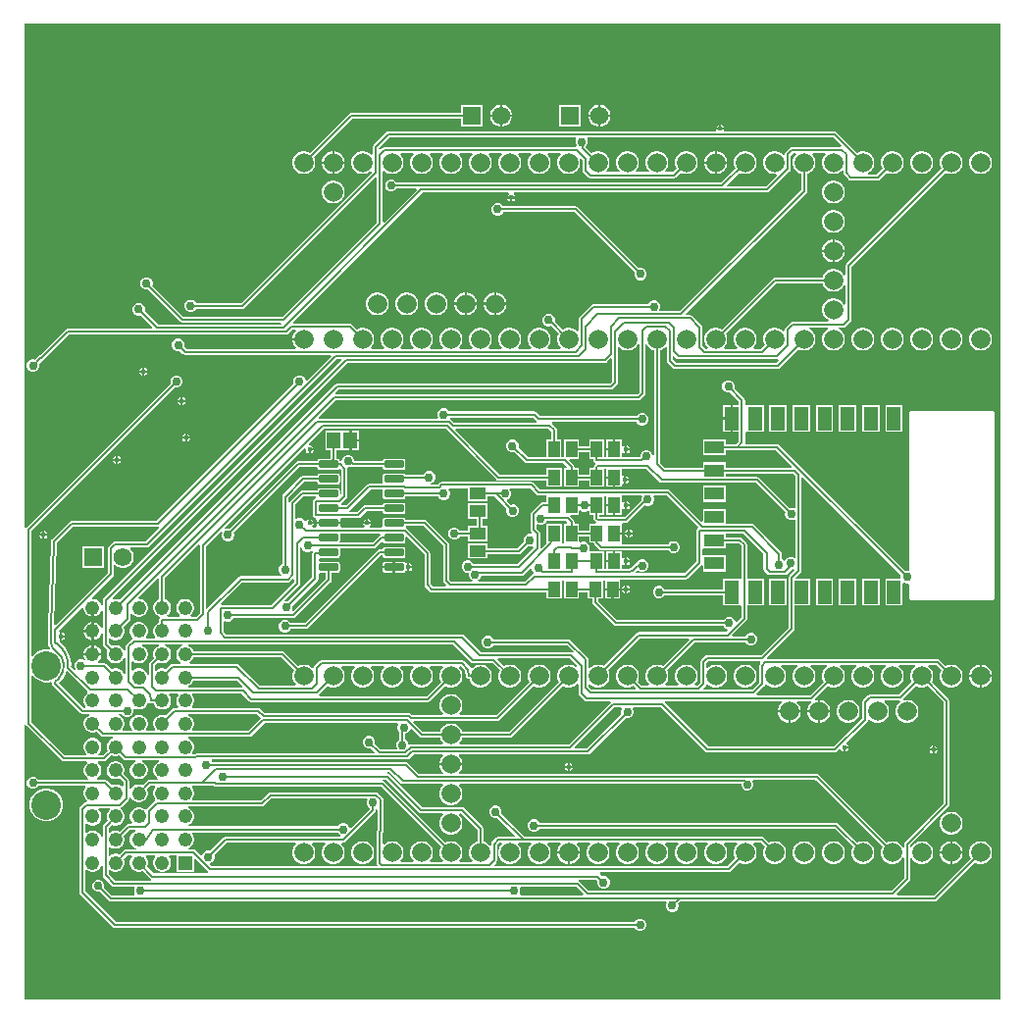
<source format=gbl>
G04*
G04 #@! TF.GenerationSoftware,Altium Limited,Altium Designer,22.10.1 (41)*
G04*
G04 Layer_Physical_Order=2*
G04 Layer_Color=16711680*
%FSLAX44Y44*%
%MOMM*%
G71*
G04*
G04 #@! TF.SameCoordinates,15C13A22-FF6B-4AA4-AE0B-FE47445A9F5C*
G04*
G04*
G04 #@! TF.FilePolarity,Positive*
G04*
G01*
G75*
%ADD29R,1.5700X1.5700*%
%ADD30C,1.5700*%
%ADD34C,0.2032*%
%ADD35C,1.6650*%
%ADD36R,1.2430X1.2430*%
%ADD37C,1.2430*%
%ADD38C,0.7620*%
%ADD39C,0.4064*%
%ADD40C,2.5400*%
G04:AMPARAMS|DCode=41|XSize=0.65mm|YSize=1.65mm|CornerRadius=0.0488mm|HoleSize=0mm|Usage=FLASHONLY|Rotation=90.000|XOffset=0mm|YOffset=0mm|HoleType=Round|Shape=RoundedRectangle|*
%AMROUNDEDRECTD41*
21,1,0.6500,1.5525,0,0,90.0*
21,1,0.5525,1.6500,0,0,90.0*
1,1,0.0975,0.7763,0.2763*
1,1,0.0975,0.7763,-0.2763*
1,1,0.0975,-0.7763,-0.2763*
1,1,0.0975,-0.7763,0.2763*
%
%ADD41ROUNDEDRECTD41*%
%ADD42R,1.0000X1.3500*%
%ADD43R,1.1500X1.3500*%
%ADD44R,1.7000X1.1000*%
%ADD45R,1.2000X2.0000*%
%ADD46R,1.3500X1.0000*%
G36*
X480188Y746710D02*
X479596Y745281D01*
Y743159D01*
X480408Y741199D01*
X479859Y739952D01*
X314452D01*
X313461Y739755D01*
X312621Y739193D01*
X311155Y737728D01*
X309818Y738186D01*
X309730Y738884D01*
X318827Y747980D01*
X479488D01*
X480188Y746710D01*
D02*
G37*
G36*
X709266Y741222D02*
X708740Y739952D01*
X666369D01*
X665378Y739755D01*
X664538Y739193D01*
X660601Y735256D01*
X660039Y734416D01*
X659910Y733765D01*
X659040Y733350D01*
X658572Y733306D01*
X657557Y734321D01*
X655312Y735618D01*
X652807Y736289D01*
X650213D01*
X647708Y735618D01*
X645463Y734321D01*
X643629Y732487D01*
X642332Y730242D01*
X641661Y727737D01*
Y725143D01*
X642332Y722638D01*
X643629Y720393D01*
X645463Y718559D01*
X647708Y717262D01*
X650213Y716591D01*
X652807D01*
X652935Y716625D01*
X653570Y715526D01*
X643706Y705662D01*
X610654D01*
X610168Y706835D01*
X621222Y717889D01*
X622308Y717262D01*
X624813Y716591D01*
X627407D01*
X629912Y717262D01*
X632157Y718559D01*
X633991Y720393D01*
X635288Y722638D01*
X635959Y725143D01*
Y727737D01*
X635288Y730242D01*
X633991Y732487D01*
X632157Y734321D01*
X629912Y735618D01*
X627407Y736289D01*
X624813D01*
X622308Y735618D01*
X620063Y734321D01*
X618229Y732487D01*
X616932Y730242D01*
X616261Y727737D01*
Y725143D01*
X616932Y722638D01*
X617560Y721552D01*
X605225Y709218D01*
X325204D01*
X325025Y709650D01*
X323524Y711150D01*
X321564Y711962D01*
X319442D01*
X317481Y711150D01*
X315981Y709650D01*
X315169Y707689D01*
Y705567D01*
X315981Y703606D01*
X317481Y702106D01*
X319442Y701294D01*
X321564D01*
X323524Y702106D01*
X325025Y703606D01*
X325204Y704038D01*
X342100D01*
X342586Y702865D01*
X314305Y674583D01*
X313035Y675109D01*
Y718991D01*
X314305Y719517D01*
X315263Y718559D01*
X317508Y717262D01*
X320013Y716591D01*
X322607D01*
X325112Y717262D01*
X327357Y718559D01*
X329191Y720393D01*
X330488Y722638D01*
X331159Y725143D01*
Y727737D01*
X330488Y730242D01*
X329191Y732487D01*
X328176Y733502D01*
X328702Y734772D01*
X339318D01*
X339844Y733502D01*
X338829Y732487D01*
X337532Y730242D01*
X336861Y727737D01*
Y725143D01*
X337532Y722638D01*
X338829Y720393D01*
X340663Y718559D01*
X342908Y717262D01*
X345413Y716591D01*
X348007D01*
X350512Y717262D01*
X352757Y718559D01*
X354591Y720393D01*
X355888Y722638D01*
X356559Y725143D01*
Y727737D01*
X355888Y730242D01*
X354591Y732487D01*
X353576Y733502D01*
X354102Y734772D01*
X364718D01*
X365244Y733502D01*
X364229Y732487D01*
X362932Y730242D01*
X362261Y727737D01*
Y725143D01*
X362932Y722638D01*
X364229Y720393D01*
X366063Y718559D01*
X368308Y717262D01*
X370813Y716591D01*
X373407D01*
X375912Y717262D01*
X378157Y718559D01*
X379991Y720393D01*
X381288Y722638D01*
X381959Y725143D01*
Y727737D01*
X381288Y730242D01*
X379991Y732487D01*
X378976Y733502D01*
X379502Y734772D01*
X390118D01*
X390644Y733502D01*
X389629Y732487D01*
X388332Y730242D01*
X387661Y727737D01*
Y725143D01*
X388332Y722638D01*
X389629Y720393D01*
X391463Y718559D01*
X393708Y717262D01*
X396213Y716591D01*
X398807D01*
X401312Y717262D01*
X403557Y718559D01*
X405391Y720393D01*
X406688Y722638D01*
X407359Y725143D01*
Y727737D01*
X406688Y730242D01*
X405391Y732487D01*
X404376Y733502D01*
X404902Y734772D01*
X415518D01*
X416044Y733502D01*
X415029Y732487D01*
X413732Y730242D01*
X413061Y727737D01*
Y725143D01*
X413732Y722638D01*
X415029Y720393D01*
X416863Y718559D01*
X419108Y717262D01*
X421613Y716591D01*
X424207D01*
X426712Y717262D01*
X428957Y718559D01*
X430791Y720393D01*
X432088Y722638D01*
X432759Y725143D01*
Y727737D01*
X432088Y730242D01*
X430791Y732487D01*
X429776Y733502D01*
X430302Y734772D01*
X440918D01*
X441444Y733502D01*
X440429Y732487D01*
X439132Y730242D01*
X438461Y727737D01*
Y725143D01*
X439132Y722638D01*
X440429Y720393D01*
X442263Y718559D01*
X444508Y717262D01*
X447013Y716591D01*
X449607D01*
X452112Y717262D01*
X454357Y718559D01*
X456191Y720393D01*
X457488Y722638D01*
X458159Y725143D01*
Y727737D01*
X457488Y730242D01*
X456191Y732487D01*
X455176Y733502D01*
X455702Y734772D01*
X466318D01*
X466844Y733502D01*
X465829Y732487D01*
X464532Y730242D01*
X463861Y727737D01*
Y725143D01*
X464532Y722638D01*
X465829Y720393D01*
X467663Y718559D01*
X469908Y717262D01*
X472413Y716591D01*
X475007D01*
X477512Y717262D01*
X479757Y718559D01*
X481591Y720393D01*
X482888Y722638D01*
X483559Y725143D01*
Y727737D01*
X483082Y729516D01*
X484221Y730174D01*
X485655Y728739D01*
Y719455D01*
X485852Y718464D01*
X486414Y717624D01*
X490294Y713744D01*
X491134Y713182D01*
X492125Y712985D01*
X564445D01*
X565436Y713182D01*
X566276Y713744D01*
X570422Y717889D01*
X571508Y717262D01*
X574013Y716591D01*
X576607D01*
X579112Y717262D01*
X581357Y718559D01*
X583191Y720393D01*
X584488Y722638D01*
X585159Y725143D01*
Y727737D01*
X584488Y730242D01*
X583191Y732487D01*
X581357Y734321D01*
X579112Y735618D01*
X576607Y736289D01*
X574013D01*
X571508Y735618D01*
X569263Y734321D01*
X567429Y732487D01*
X566132Y730242D01*
X565461Y727737D01*
Y725143D01*
X566132Y722638D01*
X566759Y721552D01*
X563372Y718165D01*
X557359D01*
X556833Y719435D01*
X557791Y720393D01*
X559088Y722638D01*
X559759Y725143D01*
Y727737D01*
X559088Y730242D01*
X557791Y732487D01*
X555957Y734321D01*
X553712Y735618D01*
X551207Y736289D01*
X548613D01*
X546108Y735618D01*
X543863Y734321D01*
X542029Y732487D01*
X540732Y730242D01*
X540061Y727737D01*
Y725143D01*
X540732Y722638D01*
X542029Y720393D01*
X542987Y719435D01*
X542461Y718165D01*
X531959D01*
X531433Y719435D01*
X532391Y720393D01*
X533688Y722638D01*
X534359Y725143D01*
Y727737D01*
X533688Y730242D01*
X532391Y732487D01*
X530557Y734321D01*
X528312Y735618D01*
X525807Y736289D01*
X523213D01*
X520708Y735618D01*
X518463Y734321D01*
X516629Y732487D01*
X515332Y730242D01*
X514661Y727737D01*
Y725143D01*
X515332Y722638D01*
X516629Y720393D01*
X517587Y719435D01*
X517061Y718165D01*
X506559D01*
X506033Y719435D01*
X506991Y720393D01*
X508288Y722638D01*
X508959Y725143D01*
Y727737D01*
X508288Y730242D01*
X506991Y732487D01*
X505157Y734321D01*
X502912Y735618D01*
X500407Y736289D01*
X497813D01*
X495308Y735618D01*
X493739Y734712D01*
X488589Y739861D01*
Y740336D01*
X489452Y741199D01*
X490264Y743159D01*
Y745281D01*
X489672Y746710D01*
X490373Y747980D01*
X702507D01*
X709266Y741222D01*
D02*
G37*
G36*
X846115Y3884D02*
X3884D01*
Y240785D01*
X5155Y241054D01*
X5535Y240485D01*
X35761Y210259D01*
X36601Y209697D01*
X37592Y209500D01*
X57673D01*
X58013Y208230D01*
X57948Y208193D01*
X56507Y206752D01*
X55488Y204987D01*
X54961Y203019D01*
Y200981D01*
X55488Y199013D01*
X56507Y197248D01*
X57948Y195807D01*
X58536Y195468D01*
X58932Y193773D01*
X58815Y193598D01*
X16131D01*
X15952Y194030D01*
X14452Y195530D01*
X12491Y196342D01*
X10369D01*
X8408Y195530D01*
X6908Y194030D01*
X6096Y192069D01*
Y189947D01*
X6908Y187987D01*
X8408Y186486D01*
X10369Y185674D01*
X12491D01*
X14452Y186486D01*
X15952Y187987D01*
X16131Y188418D01*
X56377D01*
X56903Y187148D01*
X56507Y186752D01*
X55488Y184987D01*
X54961Y183019D01*
Y180981D01*
X55488Y179013D01*
X56507Y177248D01*
X57938Y175818D01*
X57937Y175769D01*
X57590Y174548D01*
X57150D01*
X56159Y174351D01*
X55319Y173789D01*
X52017Y170487D01*
X51455Y169647D01*
X51258Y168656D01*
Y96535D01*
X51455Y95544D01*
X52017Y94704D01*
X80225Y66495D01*
X81066Y65933D01*
X82057Y65736D01*
X530731D01*
X530910Y65304D01*
X532411Y63804D01*
X534371Y62992D01*
X536493D01*
X538453Y63804D01*
X539954Y65304D01*
X540766Y67265D01*
Y69387D01*
X539954Y71347D01*
X538453Y72848D01*
X536493Y73660D01*
X534371D01*
X532411Y72848D01*
X530910Y71347D01*
X530731Y70916D01*
X83130D01*
X56438Y97607D01*
Y115522D01*
X57708Y116048D01*
X57948Y115808D01*
X59713Y114789D01*
X61681Y114261D01*
X63719D01*
X65687Y114789D01*
X67452Y115808D01*
X68893Y117248D01*
X69911Y119013D01*
X70054Y119546D01*
X71324Y119379D01*
Y111647D01*
X71521Y110656D01*
X72083Y109816D01*
X79590Y102309D01*
X80430Y101747D01*
X81421Y101550D01*
X98443D01*
X99144Y100280D01*
X98552Y98851D01*
Y96729D01*
X99144Y95300D01*
X98443Y94030D01*
X79305D01*
X72719Y100615D01*
X72898Y101047D01*
Y103169D01*
X72086Y105129D01*
X70585Y106630D01*
X68625Y107442D01*
X66503D01*
X64542Y106630D01*
X63042Y105129D01*
X62230Y103169D01*
Y101047D01*
X63042Y99087D01*
X64542Y97586D01*
X66503Y96774D01*
X68625D01*
X69057Y96953D01*
X76401Y89609D01*
X77241Y89047D01*
X78232Y88850D01*
X557676D01*
X558376Y87580D01*
X557784Y86151D01*
Y84029D01*
X558596Y82069D01*
X560097Y80568D01*
X562057Y79756D01*
X564179D01*
X566139Y80568D01*
X567640Y82069D01*
X568452Y84029D01*
Y86151D01*
X568273Y86583D01*
X570541Y88850D01*
X789940D01*
X790931Y89047D01*
X791771Y89609D01*
X824422Y122260D01*
X825508Y121632D01*
X828013Y120961D01*
X830607D01*
X833112Y121632D01*
X835357Y122929D01*
X837191Y124763D01*
X838488Y127008D01*
X839159Y129513D01*
Y132107D01*
X838488Y134612D01*
X837191Y136857D01*
X835357Y138691D01*
X833112Y139988D01*
X830607Y140659D01*
X828013D01*
X825508Y139988D01*
X823263Y138691D01*
X821429Y136857D01*
X820132Y134612D01*
X819461Y132107D01*
Y129513D01*
X820132Y127008D01*
X820760Y125922D01*
X788867Y94030D01*
X757212D01*
X756726Y95203D01*
X767641Y106119D01*
X768203Y106959D01*
X768400Y107950D01*
Y126083D01*
X769670Y126424D01*
X770629Y124763D01*
X772463Y122929D01*
X774708Y121632D01*
X777213Y120961D01*
X779807D01*
X782312Y121632D01*
X784557Y122929D01*
X786391Y124763D01*
X787688Y127008D01*
X788359Y129513D01*
Y132107D01*
X787688Y134612D01*
X786391Y136857D01*
X784557Y138691D01*
X782312Y139988D01*
X779807Y140659D01*
X777213D01*
X774708Y139988D01*
X772463Y138691D01*
X770629Y136857D01*
X769670Y135196D01*
X768400Y135537D01*
Y137103D01*
X801931Y170635D01*
X802493Y171475D01*
X802690Y172466D01*
Y261620D01*
X802493Y262611D01*
X801931Y263451D01*
X787060Y278322D01*
X787688Y279408D01*
X788359Y281913D01*
Y284507D01*
X787688Y287012D01*
X786391Y289257D01*
X784557Y291091D01*
X783996Y291415D01*
X784336Y292685D01*
X790772D01*
X795359Y288098D01*
X794732Y287012D01*
X794061Y284507D01*
Y281913D01*
X794732Y279408D01*
X796029Y277163D01*
X797863Y275329D01*
X800108Y274032D01*
X802613Y273361D01*
X805207D01*
X807712Y274032D01*
X809957Y275329D01*
X811791Y277163D01*
X813088Y279408D01*
X813759Y281913D01*
Y284507D01*
X813088Y287012D01*
X811791Y289257D01*
X809957Y291091D01*
X807712Y292388D01*
X805207Y293059D01*
X802613D01*
X800108Y292388D01*
X799022Y291761D01*
X793676Y297106D01*
X792836Y297668D01*
X791845Y297865D01*
X645325D01*
X644839Y299038D01*
X667819Y322019D01*
X668381Y322859D01*
X668578Y323850D01*
Y344006D01*
X682054D01*
Y367054D01*
X670200D01*
X669674Y368324D01*
X673915Y372565D01*
X674477Y373405D01*
X674674Y374396D01*
Y454318D01*
X675847Y454804D01*
X760655Y369996D01*
X760476Y369564D01*
Y367442D01*
X760217Y367054D01*
X747006D01*
Y344006D01*
X762054D01*
Y363057D01*
X763324Y363759D01*
X764749Y363169D01*
X766871D01*
X766920Y363190D01*
X767976Y362484D01*
Y350440D01*
X768459Y349273D01*
X769626Y348790D01*
X839530D01*
X840696Y349273D01*
X841180Y350440D01*
Y510530D01*
X840696Y511696D01*
X839530Y512180D01*
X769626D01*
X768459Y511696D01*
X767976Y510530D01*
Y374522D01*
X766920Y373817D01*
X766871Y373837D01*
X764749D01*
X764317Y373658D01*
X655614Y482361D01*
X654774Y482923D01*
X653783Y483120D01*
X626712D01*
X625840Y484390D01*
X625906Y484721D01*
Y493596D01*
X627006Y494006D01*
X627176Y494006D01*
X642054D01*
Y517054D01*
X627176D01*
X627006Y517054D01*
X625906Y517464D01*
Y521462D01*
X625709Y522453D01*
X625147Y523293D01*
X616787Y531653D01*
X616966Y532085D01*
Y534207D01*
X616154Y536167D01*
X614654Y537668D01*
X612693Y538480D01*
X610571D01*
X608610Y537668D01*
X607110Y536167D01*
X606298Y534207D01*
Y532085D01*
X607110Y530125D01*
X608610Y528624D01*
X610571Y527812D01*
X612693D01*
X613125Y527991D01*
X620726Y520389D01*
Y517054D01*
X615546D01*
Y505530D01*
Y494006D01*
X620726D01*
Y485794D01*
X618052Y483120D01*
X609554D01*
Y487554D01*
X589506D01*
Y473506D01*
X609554D01*
Y477940D01*
X652711D01*
X666358Y464293D01*
X665872Y463120D01*
X609554D01*
Y467554D01*
X589506D01*
Y463120D01*
X556698D01*
X552500Y467318D01*
Y564538D01*
X553712Y564862D01*
X555957Y566159D01*
X556972Y567174D01*
X558242Y566648D01*
Y555498D01*
X558439Y554507D01*
X559001Y553667D01*
X563319Y549349D01*
X564159Y548787D01*
X565150Y548590D01*
X654050D01*
X655041Y548787D01*
X655881Y549349D01*
X672022Y565490D01*
X673108Y564862D01*
X675613Y564191D01*
X678207D01*
X680712Y564862D01*
X682957Y566159D01*
X684791Y567993D01*
X686088Y570238D01*
X686759Y572743D01*
Y575337D01*
X686088Y577842D01*
X684791Y580087D01*
X682957Y581921D01*
X681296Y582880D01*
X681637Y584150D01*
X697583D01*
X697924Y582880D01*
X696263Y581921D01*
X694429Y580087D01*
X693132Y577842D01*
X692461Y575337D01*
Y572743D01*
X693132Y570238D01*
X694429Y567993D01*
X696263Y566159D01*
X698508Y564862D01*
X701013Y564191D01*
X703607D01*
X706112Y564862D01*
X708357Y566159D01*
X710191Y567993D01*
X711488Y570238D01*
X712159Y572743D01*
Y575337D01*
X711488Y577842D01*
X710191Y580087D01*
X708357Y581921D01*
X706696Y582880D01*
X707037Y584150D01*
X711200D01*
X712191Y584347D01*
X713031Y584909D01*
X716841Y588719D01*
X717403Y589559D01*
X717600Y590550D01*
Y636467D01*
X799022Y717889D01*
X800108Y717262D01*
X802613Y716591D01*
X805207D01*
X807712Y717262D01*
X809957Y718559D01*
X811791Y720393D01*
X813088Y722638D01*
X813759Y725143D01*
Y727737D01*
X813088Y730242D01*
X811791Y732487D01*
X809957Y734321D01*
X807712Y735618D01*
X805207Y736289D01*
X802613D01*
X800108Y735618D01*
X797863Y734321D01*
X796029Y732487D01*
X794732Y730242D01*
X794061Y727737D01*
Y725143D01*
X794732Y722638D01*
X795359Y721552D01*
X713179Y639371D01*
X712617Y638531D01*
X712420Y637540D01*
Y629567D01*
X711150Y629226D01*
X710191Y630887D01*
X708357Y632721D01*
X706112Y634018D01*
X703607Y634689D01*
X701013D01*
X698508Y634018D01*
X696263Y632721D01*
X694429Y630887D01*
X693132Y628642D01*
X692807Y627430D01*
X651510D01*
X650519Y627233D01*
X649679Y626671D01*
X605598Y582590D01*
X604512Y583218D01*
X602007Y583889D01*
X599413D01*
X596908Y583218D01*
X594663Y581921D01*
X592829Y580087D01*
X591532Y577842D01*
X590861Y575337D01*
Y572743D01*
X591532Y570238D01*
X592829Y567993D01*
X593844Y566978D01*
X593318Y565708D01*
X591623D01*
X588822Y568509D01*
Y584327D01*
X588625Y585318D01*
X588063Y586158D01*
X580316Y593905D01*
X579476Y594467D01*
X578485Y594664D01*
X574840D01*
X574354Y595837D01*
X678741Y700225D01*
X679303Y701065D01*
X679500Y702056D01*
Y716937D01*
X680712Y717262D01*
X682957Y718559D01*
X684791Y720393D01*
X686088Y722638D01*
X686759Y725143D01*
Y727737D01*
X686088Y730242D01*
X684791Y732487D01*
X683776Y733502D01*
X684302Y734772D01*
X694918D01*
X695444Y733502D01*
X694429Y732487D01*
X693132Y730242D01*
X692461Y727737D01*
Y725143D01*
X693132Y722638D01*
X694429Y720393D01*
X696263Y718559D01*
X698508Y717262D01*
X701013Y716591D01*
X703607D01*
X706112Y717262D01*
X708357Y718559D01*
X709372Y719574D01*
X710642Y719048D01*
Y717550D01*
X710839Y716559D01*
X711401Y715719D01*
X715211Y711909D01*
X716051Y711347D01*
X717042Y711150D01*
X740410D01*
X741401Y711347D01*
X742241Y711909D01*
X748222Y717889D01*
X749308Y717262D01*
X751813Y716591D01*
X754407D01*
X756912Y717262D01*
X759157Y718559D01*
X760991Y720393D01*
X762288Y722638D01*
X762959Y725143D01*
Y727737D01*
X762288Y730242D01*
X760991Y732487D01*
X759157Y734321D01*
X756912Y735618D01*
X754407Y736289D01*
X751813D01*
X749308Y735618D01*
X747063Y734321D01*
X745229Y732487D01*
X743932Y730242D01*
X743261Y727737D01*
Y725143D01*
X743932Y722638D01*
X744559Y721552D01*
X739337Y716330D01*
X732437D01*
X732096Y717600D01*
X733757Y718559D01*
X735591Y720393D01*
X736888Y722638D01*
X737559Y725143D01*
Y727737D01*
X736888Y730242D01*
X735591Y732487D01*
X733757Y734321D01*
X731512Y735618D01*
X729007Y736289D01*
X726413D01*
X723908Y735618D01*
X722822Y734990D01*
X705411Y752401D01*
X704571Y752963D01*
X703580Y753160D01*
X608712D01*
X607864Y754430D01*
X607948Y754634D01*
X601092D01*
X601176Y754430D01*
X600328Y753160D01*
X317754D01*
X316763Y752963D01*
X315923Y752401D01*
X305058Y741536D01*
X304496Y740696D01*
X304299Y739705D01*
Y733775D01*
X303029Y733250D01*
X301957Y734321D01*
X299712Y735618D01*
X297207Y736289D01*
X294613D01*
X292108Y735618D01*
X289863Y734321D01*
X288029Y732487D01*
X286732Y730242D01*
X286061Y727737D01*
Y725143D01*
X286732Y722638D01*
X288029Y720393D01*
X289863Y718559D01*
X292108Y717262D01*
X294613Y716591D01*
X297207D01*
X299712Y717262D01*
X301957Y718559D01*
X302217Y718818D01*
X303595Y718400D01*
X303677Y717988D01*
X191021Y605332D01*
X152021D01*
X151842Y605764D01*
X150342Y607264D01*
X148381Y608076D01*
X146259D01*
X144298Y607264D01*
X142798Y605764D01*
X141986Y603803D01*
Y601681D01*
X142798Y599720D01*
X144298Y598220D01*
X146259Y597408D01*
X148381D01*
X150342Y598220D01*
X151842Y599720D01*
X152021Y600152D01*
X192094D01*
X193085Y600349D01*
X193925Y600911D01*
X306682Y713667D01*
X307855Y713181D01*
Y674738D01*
X226765Y593648D01*
X141281D01*
X114375Y620553D01*
X114554Y620985D01*
Y623107D01*
X113742Y625067D01*
X112241Y626568D01*
X110281Y627380D01*
X108159D01*
X106199Y626568D01*
X104698Y625067D01*
X103886Y623107D01*
Y620985D01*
X104698Y619025D01*
X106199Y617524D01*
X108159Y616712D01*
X110281D01*
X110713Y616891D01*
X138377Y589227D01*
X139217Y588665D01*
X140208Y588468D01*
X225330D01*
X225996Y587198D01*
X225714Y586790D01*
X119183D01*
X107771Y598201D01*
X107950Y598633D01*
Y600755D01*
X107138Y602715D01*
X105638Y604216D01*
X103677Y605028D01*
X101555D01*
X99594Y604216D01*
X98094Y602715D01*
X97282Y600755D01*
Y598633D01*
X98094Y596673D01*
X99594Y595172D01*
X101555Y594360D01*
X103677D01*
X104109Y594539D01*
X114240Y584407D01*
X113754Y583234D01*
X41402D01*
X40411Y583037D01*
X39571Y582475D01*
X17207Y560112D01*
X16921Y560055D01*
X16081Y559494D01*
X12923Y556335D01*
X12491Y556514D01*
X10369D01*
X8408Y555702D01*
X6908Y554202D01*
X6096Y552241D01*
Y550119D01*
X6908Y548158D01*
X8408Y546658D01*
X10369Y545846D01*
X12491D01*
X14452Y546658D01*
X15952Y548158D01*
X16764Y550119D01*
Y552241D01*
X16585Y552673D01*
X19125Y555213D01*
X19411Y555270D01*
X20252Y555831D01*
X42475Y578054D01*
X229870D01*
X230861Y578251D01*
X231701Y578813D01*
X235261Y582372D01*
X237718D01*
X238244Y581102D01*
X237229Y580087D01*
X235932Y577842D01*
X235261Y575337D01*
Y575056D01*
X245110D01*
Y573024D01*
X235261D01*
Y572743D01*
X235932Y570238D01*
X237229Y567993D01*
X238244Y566978D01*
X237718Y565708D01*
X143522D01*
X141762Y567467D01*
X141941Y567899D01*
Y570021D01*
X141129Y571982D01*
X139628Y573482D01*
X137668Y574294D01*
X135546D01*
X133586Y573482D01*
X132085Y571982D01*
X131273Y570021D01*
Y567899D01*
X132085Y565938D01*
X133586Y564438D01*
X135546Y563626D01*
X137668D01*
X138100Y563805D01*
X140618Y561287D01*
X141458Y560725D01*
X142449Y560528D01*
X268186D01*
X268672Y559355D01*
X247807Y538490D01*
X246462Y538941D01*
X245822Y540485D01*
X244321Y541986D01*
X242361Y542798D01*
X240239D01*
X238279Y541986D01*
X236778Y540485D01*
X235966Y538525D01*
Y536403D01*
X236313Y535565D01*
X117865Y417118D01*
X44450D01*
X43459Y416921D01*
X42619Y416359D01*
X27379Y401119D01*
X27120Y400731D01*
X26849Y400352D01*
X26840Y400313D01*
X26817Y400279D01*
X26726Y399822D01*
X26621Y399367D01*
X24335Y324640D01*
X24342Y324600D01*
X24334Y324561D01*
Y310910D01*
X24341Y310875D01*
X24335Y310841D01*
X24439Y310381D01*
X24531Y309918D01*
X24551Y309889D01*
X24559Y309855D01*
X25794Y307083D01*
X24969Y306118D01*
X24573Y306224D01*
X20827D01*
X17210Y305255D01*
X13966Y303382D01*
X11318Y300734D01*
X11183Y300499D01*
X9956Y300828D01*
Y408629D01*
X133635Y532309D01*
X134067Y532130D01*
X136189D01*
X138149Y532942D01*
X139650Y534442D01*
X140462Y536403D01*
Y538525D01*
X139650Y540485D01*
X138149Y541986D01*
X136189Y542798D01*
X134067D01*
X132107Y541986D01*
X130606Y540485D01*
X129794Y538525D01*
Y536403D01*
X129973Y535971D01*
X5535Y411533D01*
X5155Y410964D01*
X3884Y411233D01*
Y846115D01*
X846115D01*
Y3884D01*
D02*
G37*
G36*
X670044Y733502D02*
X669029Y732487D01*
X667732Y730242D01*
X667061Y727737D01*
Y725143D01*
X667732Y722638D01*
X669029Y720393D01*
X670863Y718559D01*
X673108Y717262D01*
X674320Y716937D01*
Y703129D01*
X569411Y598220D01*
X552812D01*
X552112Y599490D01*
X552704Y600919D01*
Y603041D01*
X551892Y605001D01*
X550392Y606502D01*
X548431Y607314D01*
X546309D01*
X544348Y606502D01*
X542848Y605001D01*
X542669Y604570D01*
X495300D01*
X494309Y604373D01*
X493469Y603811D01*
X482801Y593143D01*
X482239Y592303D01*
X482042Y591312D01*
Y581432D01*
X480772Y580906D01*
X479757Y581921D01*
X477512Y583218D01*
X475007Y583889D01*
X472413D01*
X469908Y583218D01*
X468562Y582441D01*
X461656Y589347D01*
X461715Y589489D01*
Y591611D01*
X460903Y593572D01*
X459403Y595072D01*
X457442Y595884D01*
X455320D01*
X453360Y595072D01*
X451859Y593572D01*
X451047Y591611D01*
Y589489D01*
X451859Y587528D01*
X453360Y586028D01*
X455320Y585216D01*
X457442D01*
X458163Y585515D01*
X465010Y578669D01*
X464532Y577842D01*
X463861Y575337D01*
Y572743D01*
X464532Y570238D01*
X465829Y567993D01*
X466844Y566978D01*
X466318Y565708D01*
X455702D01*
X455176Y566978D01*
X456191Y567993D01*
X457488Y570238D01*
X458159Y572743D01*
Y575337D01*
X457488Y577842D01*
X456191Y580087D01*
X454357Y581921D01*
X452112Y583218D01*
X449607Y583889D01*
X447013D01*
X444508Y583218D01*
X442263Y581921D01*
X440429Y580087D01*
X439132Y577842D01*
X438461Y575337D01*
Y572743D01*
X439132Y570238D01*
X440429Y567993D01*
X441444Y566978D01*
X440918Y565708D01*
X430302D01*
X429776Y566978D01*
X430791Y567993D01*
X432088Y570238D01*
X432759Y572743D01*
Y575337D01*
X432088Y577842D01*
X430791Y580087D01*
X428957Y581921D01*
X426712Y583218D01*
X424207Y583889D01*
X421613D01*
X419108Y583218D01*
X416863Y581921D01*
X415029Y580087D01*
X413732Y577842D01*
X413061Y575337D01*
Y572743D01*
X413732Y570238D01*
X415029Y567993D01*
X416044Y566978D01*
X415518Y565708D01*
X404902D01*
X404376Y566978D01*
X405391Y567993D01*
X406688Y570238D01*
X407359Y572743D01*
Y575337D01*
X406688Y577842D01*
X405391Y580087D01*
X403557Y581921D01*
X401312Y583218D01*
X398807Y583889D01*
X396213D01*
X393708Y583218D01*
X391463Y581921D01*
X389629Y580087D01*
X388332Y577842D01*
X387661Y575337D01*
Y572743D01*
X388332Y570238D01*
X389629Y567993D01*
X390644Y566978D01*
X390118Y565708D01*
X379502D01*
X378976Y566978D01*
X379991Y567993D01*
X381288Y570238D01*
X381959Y572743D01*
Y575337D01*
X381288Y577842D01*
X379991Y580087D01*
X378157Y581921D01*
X375912Y583218D01*
X373407Y583889D01*
X370813D01*
X368308Y583218D01*
X366063Y581921D01*
X364229Y580087D01*
X362932Y577842D01*
X362261Y575337D01*
Y572743D01*
X362932Y570238D01*
X364229Y567993D01*
X365244Y566978D01*
X364718Y565708D01*
X354102D01*
X353576Y566978D01*
X354591Y567993D01*
X355888Y570238D01*
X356559Y572743D01*
Y575337D01*
X355888Y577842D01*
X354591Y580087D01*
X352757Y581921D01*
X350512Y583218D01*
X348007Y583889D01*
X345413D01*
X342908Y583218D01*
X340663Y581921D01*
X338829Y580087D01*
X337532Y577842D01*
X336861Y575337D01*
Y572743D01*
X337532Y570238D01*
X338829Y567993D01*
X339844Y566978D01*
X339318Y565708D01*
X328702D01*
X328176Y566978D01*
X329191Y567993D01*
X330488Y570238D01*
X331159Y572743D01*
Y575337D01*
X330488Y577842D01*
X329191Y580087D01*
X327357Y581921D01*
X325112Y583218D01*
X322607Y583889D01*
X320013D01*
X317508Y583218D01*
X315263Y581921D01*
X313429Y580087D01*
X312132Y577842D01*
X311461Y575337D01*
Y572743D01*
X312132Y570238D01*
X313429Y567993D01*
X314444Y566978D01*
X313918Y565708D01*
X303302D01*
X302776Y566978D01*
X303791Y567993D01*
X305088Y570238D01*
X305759Y572743D01*
Y575337D01*
X305088Y577842D01*
X303791Y580087D01*
X301957Y581921D01*
X299712Y583218D01*
X297207Y583889D01*
X294613D01*
X292108Y583218D01*
X291022Y582590D01*
X286819Y586793D01*
X285979Y587355D01*
X284988Y587552D01*
X236258D01*
X235772Y588725D01*
X347529Y700482D01*
X421605D01*
X421938Y699696D01*
X421995Y699212D01*
X421099Y698316D01*
X420686Y697318D01*
X427542D01*
X427128Y698316D01*
X426232Y699212D01*
X426289Y699696D01*
X426622Y700482D01*
X644779D01*
X645770Y700679D01*
X646610Y701241D01*
X664263Y718894D01*
X664825Y719734D01*
X665022Y720725D01*
Y732352D01*
X667442Y734772D01*
X669518D01*
X670044Y733502D01*
D02*
G37*
G36*
X693132Y621038D02*
X694429Y618793D01*
X696263Y616959D01*
X698508Y615662D01*
X701013Y614991D01*
X703607D01*
X706112Y615662D01*
X708357Y616959D01*
X710191Y618793D01*
X711150Y620454D01*
X712420Y620113D01*
Y604167D01*
X711150Y603826D01*
X710191Y605487D01*
X708357Y607321D01*
X706112Y608618D01*
X703607Y609289D01*
X701013D01*
X698508Y608618D01*
X696263Y607321D01*
X694429Y605487D01*
X693132Y603242D01*
X692461Y600737D01*
Y598143D01*
X693132Y595638D01*
X694429Y593393D01*
X696263Y591559D01*
X697924Y590600D01*
X697583Y589330D01*
X666750D01*
X665759Y589133D01*
X664919Y588571D01*
X660601Y584253D01*
X660039Y583413D01*
X659842Y582422D01*
Y581432D01*
X658572Y580906D01*
X657557Y581921D01*
X655312Y583218D01*
X652807Y583889D01*
X650213D01*
X647708Y583218D01*
X645463Y581921D01*
X643629Y580087D01*
X642332Y577842D01*
X641661Y575337D01*
Y572743D01*
X642332Y570238D01*
X642960Y569152D01*
X639515Y565708D01*
X633502D01*
X632976Y566978D01*
X633991Y567993D01*
X635288Y570238D01*
X635959Y572743D01*
Y575337D01*
X635288Y577842D01*
X633991Y580087D01*
X632157Y581921D01*
X629912Y583218D01*
X627407Y583889D01*
X624813D01*
X622308Y583218D01*
X620063Y581921D01*
X618229Y580087D01*
X616932Y577842D01*
X616261Y575337D01*
Y572743D01*
X616932Y570238D01*
X618229Y567993D01*
X619244Y566978D01*
X618718Y565708D01*
X608102D01*
X607576Y566978D01*
X608591Y567993D01*
X609888Y570238D01*
X610559Y572743D01*
Y575337D01*
X609888Y577842D01*
X609260Y578928D01*
X652583Y622250D01*
X692807D01*
X693132Y621038D01*
D02*
G37*
G36*
X534620Y569313D02*
Y528123D01*
X532962Y526465D01*
X272623D01*
X272097Y527735D01*
X275173Y530810D01*
X510413D01*
X511404Y531007D01*
X512244Y531569D01*
X515419Y534744D01*
X515981Y535584D01*
X516178Y536575D01*
Y566648D01*
X517448Y567174D01*
X518463Y566159D01*
X520708Y564862D01*
X523213Y564191D01*
X525807D01*
X528312Y564862D01*
X530557Y566159D01*
X532391Y567993D01*
X533350Y569654D01*
X534620Y569313D01*
D02*
G37*
G36*
X566494Y557731D02*
X567334Y557169D01*
X568325Y556972D01*
X653669D01*
X654561Y557150D01*
X654636Y557093D01*
X654946Y555738D01*
X652977Y553770D01*
X566223D01*
X563422Y556571D01*
Y559143D01*
X564595Y559629D01*
X566494Y557731D01*
D02*
G37*
G36*
X446122Y503224D02*
X446072Y502790D01*
X445685Y501954D01*
X374656D01*
X372112Y504497D01*
X371272Y505059D01*
X371571Y506270D01*
X371666Y506426D01*
X442919D01*
X446122Y503224D01*
D02*
G37*
G36*
X542029Y567993D02*
X543863Y566159D01*
X546108Y564862D01*
X547320Y564538D01*
Y474129D01*
X546100Y474009D01*
X545288Y475970D01*
X543787Y477470D01*
X541827Y478282D01*
X539705D01*
X537744Y477470D01*
X536244Y475970D01*
X535432Y474009D01*
Y471982D01*
X519364D01*
Y475841D01*
X520634Y476367D01*
X521226Y475775D01*
X522224Y475362D01*
Y478790D01*
Y482218D01*
X521226Y481805D01*
X520634Y481213D01*
X519364Y481739D01*
Y487064D01*
X513856D01*
Y478790D01*
X512840D01*
Y477774D01*
X506316D01*
Y471982D01*
X504364D01*
Y487064D01*
X491316D01*
Y481380D01*
X482534D01*
Y487064D01*
X469486D01*
Y472090D01*
X467534D01*
Y487064D01*
X463600D01*
Y495554D01*
X463403Y496545D01*
X462841Y497385D01*
X459134Y501092D01*
X459184Y501526D01*
X459571Y502362D01*
X532509D01*
X532688Y501931D01*
X534188Y500430D01*
X536149Y499618D01*
X538271D01*
X540232Y500430D01*
X541732Y501931D01*
X542544Y503891D01*
Y506013D01*
X541732Y507974D01*
X540232Y509474D01*
X538271Y510286D01*
X536149D01*
X534188Y509474D01*
X532688Y507974D01*
X532509Y507542D01*
X449129D01*
X445823Y510847D01*
X444983Y511409D01*
X443992Y511606D01*
X370461D01*
X370282Y512038D01*
X368782Y513538D01*
X366821Y514350D01*
X364699D01*
X362738Y513538D01*
X361238Y512038D01*
X360426Y510077D01*
Y507955D01*
X361018Y506526D01*
X360317Y505256D01*
X258202D01*
X257716Y506429D01*
X272572Y521285D01*
X534035D01*
X535026Y521482D01*
X535866Y522044D01*
X539041Y525219D01*
X539603Y526059D01*
X539800Y527050D01*
Y569313D01*
X541070Y569654D01*
X542029Y567993D01*
D02*
G37*
G36*
X491316Y470516D02*
X495250D01*
Y469646D01*
X495447Y468655D01*
X496009Y467815D01*
X496263Y467561D01*
X496365Y467493D01*
X496576Y465908D01*
X496129Y465461D01*
X495567Y464621D01*
X495370Y463630D01*
Y462934D01*
X491436D01*
Y457250D01*
X482654D01*
Y462934D01*
X478720D01*
Y463550D01*
X478523Y464541D01*
X477961Y465381D01*
X474000Y469343D01*
X474486Y470516D01*
X482534D01*
Y476200D01*
X491316D01*
Y470516D01*
D02*
G37*
G36*
X256577Y463327D02*
X256733Y462543D01*
X257177Y461877D01*
X257843Y461433D01*
X258628Y461277D01*
X274153D01*
X274937Y461433D01*
X275603Y461877D01*
X276988Y461665D01*
X277572Y461080D01*
Y440458D01*
X277474Y440392D01*
X276203Y441071D01*
Y443452D01*
X276047Y444237D01*
X275603Y444903D01*
X274937Y445347D01*
X274153Y445503D01*
X258628D01*
X257843Y445347D01*
X257177Y444903D01*
X256733Y444237D01*
X256577Y443452D01*
Y443280D01*
X243332D01*
X242341Y443083D01*
X241501Y442521D01*
X233119Y434139D01*
X232714Y433533D01*
X231559Y433698D01*
X231444Y433744D01*
Y436696D01*
X245548Y450800D01*
X256577D01*
Y450628D01*
X256733Y449843D01*
X257177Y449177D01*
X257843Y448733D01*
X258628Y448577D01*
X274153D01*
X274937Y448733D01*
X275603Y449177D01*
X276047Y449843D01*
X276203Y450628D01*
Y456152D01*
X276047Y456937D01*
X275603Y457603D01*
X274937Y458047D01*
X274153Y458203D01*
X258628D01*
X257843Y458047D01*
X257177Y457603D01*
X256733Y456937D01*
X256577Y456152D01*
Y455980D01*
X244475D01*
X243484Y455783D01*
X242644Y455221D01*
X227023Y439600D01*
X226461Y438760D01*
X226264Y437769D01*
Y379859D01*
X225833Y379680D01*
X224332Y378180D01*
X223520Y376219D01*
Y374097D01*
X224332Y372136D01*
X225833Y370636D01*
X225855Y370627D01*
X225603Y369357D01*
X190745D01*
X189754Y369160D01*
X188914Y368598D01*
X161594Y341278D01*
X160324Y341804D01*
Y394659D01*
X173586Y407922D01*
X174663Y407202D01*
X174244Y406191D01*
Y404069D01*
X175056Y402108D01*
X176556Y400608D01*
X178517Y399796D01*
X180639D01*
X182600Y400608D01*
X184100Y402108D01*
X184912Y404069D01*
Y406191D01*
X184733Y406623D01*
X241611Y463500D01*
X256577D01*
Y463327D01*
D02*
G37*
G36*
X458420Y494481D02*
Y487064D01*
X454486D01*
Y472090D01*
X438607D01*
X430351Y480345D01*
X430530Y480777D01*
Y482899D01*
X429718Y484860D01*
X428218Y486360D01*
X426257Y487172D01*
X424135D01*
X422174Y486360D01*
X420674Y484860D01*
X419862Y482899D01*
Y480777D01*
X420674Y478816D01*
X422174Y477316D01*
X424135Y476504D01*
X426257D01*
X426689Y476683D01*
X435703Y467668D01*
X436543Y467107D01*
X437534Y466910D01*
X469108D01*
X471910Y464107D01*
X471424Y462934D01*
X469606D01*
Y446386D01*
X482654D01*
Y452070D01*
X491436D01*
Y446386D01*
X504484D01*
Y462230D01*
X506436D01*
Y455676D01*
X512960D01*
Y454660D01*
X513976D01*
Y446386D01*
X519484D01*
Y448731D01*
X520754Y449429D01*
X521226Y449233D01*
Y452661D01*
Y456090D01*
X520754Y455894D01*
X519484Y456592D01*
Y462230D01*
X540709D01*
X552397Y450543D01*
X553237Y449981D01*
X554228Y449784D01*
X635451D01*
X660579Y424657D01*
X660400Y424225D01*
Y422103D01*
X661212Y420143D01*
X662712Y418642D01*
X664673Y417830D01*
X666795D01*
X668224Y418422D01*
X669494Y417721D01*
Y385934D01*
X668224Y385383D01*
X666541Y386080D01*
X664419D01*
X662458Y385268D01*
X660958Y383768D01*
X660656Y383038D01*
X659175Y382783D01*
X658214Y383744D01*
X657783Y383923D01*
Y388747D01*
X657586Y389738D01*
X657024Y390578D01*
X633645Y413958D01*
X632804Y414519D01*
X631813Y414716D01*
X609554D01*
Y427554D01*
X589506D01*
Y416822D01*
X588333Y416336D01*
X560878Y443791D01*
X560037Y444353D01*
X559046Y444550D01*
X448621D01*
X443229Y449941D01*
X442389Y450503D01*
X441398Y450700D01*
X364200D01*
X363209Y450503D01*
X362369Y449941D01*
X360787Y448360D01*
X355107D01*
X354854Y449630D01*
X356082Y450138D01*
X357582Y451638D01*
X358394Y453599D01*
Y455721D01*
X357582Y457682D01*
X356082Y459182D01*
X354121Y459994D01*
X351999D01*
X350038Y459182D01*
X348538Y457682D01*
X348096Y456615D01*
X332611D01*
X332547Y456937D01*
X332103Y457603D01*
X331437Y458047D01*
X330652Y458203D01*
X315127D01*
X314343Y458047D01*
X313677Y457603D01*
X313233Y456937D01*
X313076Y456152D01*
Y450628D01*
X313134Y450340D01*
X312445Y449240D01*
X312222Y449070D01*
X301446D01*
X300455Y448873D01*
X299615Y448311D01*
X281883Y430580D01*
X277834D01*
X277449Y431850D01*
X277675Y432001D01*
X281993Y436319D01*
X282555Y437159D01*
X282752Y438150D01*
Y462153D01*
X282741Y462205D01*
X283745Y463475D01*
X284494D01*
X286044Y464117D01*
X286673Y463697D01*
X287664Y463500D01*
X313076D01*
Y463327D01*
X313233Y462543D01*
X313677Y461877D01*
X314343Y461433D01*
X315127Y461277D01*
X330652D01*
X331437Y461433D01*
X332103Y461877D01*
X332547Y462543D01*
X332703Y463327D01*
Y468853D01*
X332547Y469637D01*
X332103Y470303D01*
X331437Y470747D01*
X330652Y470903D01*
X315127D01*
X314343Y470747D01*
X313677Y470303D01*
X313233Y469637D01*
X313076Y468853D01*
Y468680D01*
X288767D01*
Y469870D01*
X287955Y471830D01*
X286454Y473331D01*
X284494Y474143D01*
X282372D01*
X280411Y473331D01*
X278911Y471830D01*
X278099Y469870D01*
Y469857D01*
X276960Y469104D01*
X276073Y469506D01*
X276047Y469637D01*
X275603Y470303D01*
X274937Y470747D01*
X274153Y470903D01*
X273470D01*
Y478136D01*
X284364D01*
Y486410D01*
Y494684D01*
X263606D01*
Y478136D01*
X268291D01*
Y471653D01*
X267541Y470903D01*
X258628D01*
X257843Y470747D01*
X257177Y470303D01*
X256733Y469637D01*
X256577Y468853D01*
Y468680D01*
X240538D01*
X239547Y468483D01*
X238707Y467921D01*
X181071Y410285D01*
X180639Y410464D01*
X178517D01*
X177506Y410045D01*
X176786Y411122D01*
X245461Y479796D01*
X245678Y479741D01*
X246634Y479174D01*
Y478083D01*
X247175Y476776D01*
X248176Y475775D01*
X249174Y475362D01*
Y478790D01*
X250190D01*
Y479806D01*
X253618D01*
X253205Y480804D01*
X252204Y481805D01*
X250897Y482346D01*
X249806D01*
X249239Y483302D01*
X249184Y483519D01*
X262185Y496520D01*
X367735D01*
X411427Y452829D01*
X412267Y452267D01*
X413258Y452070D01*
X454606D01*
Y446386D01*
X467654D01*
Y462934D01*
X454606D01*
Y457250D01*
X414331D01*
X375980Y495601D01*
X376466Y496774D01*
X456127D01*
X458420Y494481D01*
D02*
G37*
G36*
X585278Y412066D02*
X585051Y410497D01*
X584909Y410402D01*
X584655Y410148D01*
X584093Y409308D01*
X583896Y408317D01*
Y381819D01*
X573983Y371906D01*
X532344D01*
X531818Y373176D01*
X533448Y374806D01*
X534188Y374065D01*
X536149Y373253D01*
X538271D01*
X540232Y374065D01*
X541732Y375565D01*
X542544Y377526D01*
Y379648D01*
X541732Y381609D01*
X540232Y383109D01*
X538271Y383921D01*
X536149D01*
X534188Y383109D01*
X532688Y381609D01*
X532371Y380843D01*
X531736Y380418D01*
X528196Y376879D01*
X527832D01*
X526841Y376682D01*
X526001Y376120D01*
X525342Y375462D01*
X519484D01*
Y379201D01*
X520754Y379727D01*
X521226Y379255D01*
X522224Y378842D01*
Y382270D01*
Y385698D01*
X521226Y385285D01*
X520754Y384813D01*
X519484Y385339D01*
Y390544D01*
X513976D01*
Y382270D01*
X512960D01*
Y381254D01*
X506436D01*
Y375462D01*
X504484D01*
Y390544D01*
X492251D01*
X491395Y391797D01*
X491744Y392639D01*
Y394761D01*
X490932Y396721D01*
X489431Y398222D01*
X487471Y399034D01*
X485349D01*
X483924Y398444D01*
X482708Y399117D01*
X482654Y399188D01*
Y403810D01*
X491436D01*
Y398126D01*
X495375D01*
X495567Y397161D01*
X496129Y396321D01*
X499819Y392631D01*
X500659Y392069D01*
X501650Y391872D01*
X559687D01*
X559866Y391441D01*
X561367Y389940D01*
X563327Y389128D01*
X565449D01*
X567410Y389940D01*
X568910Y391441D01*
X569722Y393401D01*
Y395523D01*
X568910Y397483D01*
X567410Y398984D01*
X565449Y399796D01*
X563327D01*
X561367Y398984D01*
X559866Y397483D01*
X559687Y397052D01*
X519957D01*
X519484Y398126D01*
X519484Y398322D01*
Y405384D01*
X512960D01*
Y407416D01*
X519484D01*
Y413970D01*
X519484Y414674D01*
X520520Y415240D01*
X522986D01*
X523977Y415437D01*
X524817Y415999D01*
X539645Y430827D01*
X540975Y430276D01*
X543097D01*
X545057Y431088D01*
X546558Y432589D01*
X547370Y434549D01*
Y436671D01*
X546778Y438100D01*
X547478Y439370D01*
X557974D01*
X585278Y412066D01*
D02*
G37*
G36*
X669494Y456127D02*
Y428606D01*
X668224Y427906D01*
X666795Y428498D01*
X664673D01*
X664241Y428319D01*
X638355Y454205D01*
X637515Y454767D01*
X636524Y454964D01*
X609554D01*
Y457940D01*
X667681D01*
X669494Y456127D01*
D02*
G37*
G36*
X537294Y438100D02*
X536702Y436671D01*
Y435209D01*
X521913Y420420D01*
X500550D01*
Y422256D01*
X504484D01*
Y438577D01*
X505460Y439137D01*
X506436Y438577D01*
X506436Y438100D01*
Y431546D01*
X512960D01*
Y430530D01*
X513976D01*
Y422256D01*
X519484D01*
Y427461D01*
X520754Y427987D01*
X521226Y427515D01*
X522224Y427102D01*
Y430530D01*
Y433958D01*
X521226Y433545D01*
X520754Y433073D01*
X519484Y433599D01*
X519484Y438804D01*
X520520Y439370D01*
X536594D01*
X537294Y438100D01*
D02*
G37*
G36*
X445717Y440129D02*
X446557Y439567D01*
X447548Y439370D01*
X453570D01*
X454606Y438804D01*
Y433120D01*
X450850D01*
X449859Y432923D01*
X449019Y432361D01*
X441399Y424741D01*
X440837Y423901D01*
X440640Y422910D01*
Y409420D01*
X440837Y408429D01*
X441399Y407589D01*
X442059Y406929D01*
X441340Y405852D01*
X441243Y405892D01*
X439121D01*
X437160Y405080D01*
X435660Y403579D01*
X434848Y401619D01*
Y399497D01*
X435027Y399065D01*
X429711Y393750D01*
X403244D01*
Y397684D01*
X386696D01*
Y384636D01*
X403244D01*
Y388570D01*
X430784D01*
X431775Y388767D01*
X432615Y389329D01*
X438689Y395403D01*
X439121Y395224D01*
X441243D01*
X441690Y395409D01*
X443086Y394613D01*
X443159Y394097D01*
X429349Y380288D01*
X391289D01*
X391110Y380719D01*
X389609Y382220D01*
X387649Y383032D01*
X385527D01*
X383567Y382220D01*
X382066Y380719D01*
X381254Y378759D01*
Y376637D01*
X382066Y374677D01*
X383567Y373176D01*
X385527Y372364D01*
X386431D01*
X387604Y371901D01*
Y369779D01*
X388416Y367818D01*
X389916Y366318D01*
X390531Y366064D01*
X390278Y364794D01*
X372548D01*
X370890Y366452D01*
Y396621D01*
X370693Y397612D01*
X370131Y398452D01*
X351462Y417121D01*
X350622Y417683D01*
X349631Y417880D01*
X332703D01*
Y418052D01*
X332547Y418837D01*
X332103Y419503D01*
X331437Y419947D01*
X330652Y420103D01*
X315127D01*
X314343Y419947D01*
X313677Y419503D01*
X313233Y418837D01*
X313076Y418052D01*
Y412528D01*
X312133Y411276D01*
X302394D01*
X302381Y411295D01*
X302005Y412546D01*
X302735Y413276D01*
X303148Y414274D01*
X296292D01*
X296705Y413276D01*
X297435Y412546D01*
X297059Y411295D01*
X297046Y411276D01*
X277147D01*
X276203Y412528D01*
Y414274D01*
X266390D01*
X256577D01*
Y412528D01*
X255634Y411276D01*
X252864D01*
X252851Y411295D01*
X252475Y412546D01*
X253205Y413276D01*
X253618Y414274D01*
X250190D01*
Y415290D01*
X249174D01*
Y418718D01*
X248176Y418305D01*
X247175Y417304D01*
X247132Y417198D01*
X246353Y417105D01*
X245730Y417133D01*
X244321Y418542D01*
X242361Y419354D01*
X240239D01*
X238810Y418762D01*
X237540Y419463D01*
Y431235D01*
X244405Y438100D01*
X255376D01*
X255621Y437649D01*
X254935Y436254D01*
X254787Y436225D01*
X253947Y435663D01*
X253693Y435409D01*
X253131Y434569D01*
X252934Y433578D01*
Y422148D01*
X253131Y421157D01*
X253693Y420317D01*
X253947Y420063D01*
X254787Y419501D01*
X255635Y419333D01*
X255810Y419254D01*
X256577Y418052D01*
Y416306D01*
X266390D01*
X276203D01*
Y418052D01*
X277147Y419304D01*
X292100D01*
X293091Y419501D01*
X293931Y420063D01*
X299269Y425400D01*
X313076D01*
Y425228D01*
X313233Y424443D01*
X313677Y423777D01*
X314343Y423333D01*
X315127Y423177D01*
X330652D01*
X331437Y423333D01*
X332103Y423777D01*
X332547Y424443D01*
X332703Y425228D01*
Y430752D01*
X332547Y431537D01*
X332103Y432203D01*
X331437Y432647D01*
X330652Y432803D01*
X315127D01*
X314343Y432647D01*
X313677Y432203D01*
X313233Y431537D01*
X313076Y430752D01*
Y430580D01*
X298196D01*
X297205Y430383D01*
X296365Y429821D01*
X291027Y424484D01*
X284392D01*
X284346Y424599D01*
X284181Y425754D01*
X284787Y426159D01*
X302519Y443890D01*
X312717D01*
X313076Y443452D01*
Y437928D01*
X313233Y437143D01*
X313677Y436477D01*
X314343Y436033D01*
X315127Y435877D01*
X330652D01*
X331437Y436033D01*
X332103Y436477D01*
X332547Y437143D01*
X332703Y437928D01*
Y438100D01*
X361059D01*
X361238Y437668D01*
X362738Y436168D01*
X364699Y435356D01*
X366821D01*
X368782Y436168D01*
X370282Y437668D01*
X371094Y439629D01*
Y441751D01*
X370282Y443712D01*
X369743Y444250D01*
X370269Y445520D01*
X386696D01*
Y434046D01*
X403244D01*
Y437980D01*
X409765D01*
X420295Y427451D01*
X420116Y427019D01*
Y424897D01*
X420928Y422937D01*
X422429Y421436D01*
X424389Y420624D01*
X426511D01*
X428471Y421436D01*
X429972Y422937D01*
X430784Y424897D01*
Y427019D01*
X429972Y428979D01*
X428471Y430480D01*
X426511Y431292D01*
X424389D01*
X423957Y431113D01*
X420589Y434481D01*
X420837Y435727D01*
X421614Y436048D01*
X423114Y437549D01*
X423926Y439509D01*
Y441631D01*
X423114Y443592D01*
X422455Y444250D01*
X422981Y445520D01*
X440325D01*
X445717Y440129D01*
D02*
G37*
G36*
X484404Y426008D02*
X486365Y425196D01*
X488487D01*
X490166Y425891D01*
X491436Y425337D01*
Y422256D01*
X495370D01*
Y419020D01*
X495567Y418029D01*
X496129Y417189D01*
X497319Y415999D01*
X497401Y415944D01*
X497016Y414674D01*
X491436D01*
Y408990D01*
X482654D01*
Y414674D01*
X478720D01*
Y415925D01*
X478523Y416916D01*
X477961Y417756D01*
X474732Y420986D01*
X474906Y421770D01*
X475216Y422256D01*
X482654D01*
Y425962D01*
X483924Y426488D01*
X484404Y426008D01*
D02*
G37*
G36*
X310776Y405981D02*
X310941Y404826D01*
X310335Y404421D01*
X304235Y398322D01*
X277093D01*
X276884Y398466D01*
X276157Y399592D01*
X276203Y399827D01*
Y405353D01*
X276814Y406096D01*
X310730D01*
X310776Y405981D01*
D02*
G37*
G36*
X472394Y415811D02*
X471923Y414674D01*
X469606D01*
Y398126D01*
X469606D01*
X469292Y397413D01*
X468628D01*
X467654Y398553D01*
Y414674D01*
X454606D01*
Y398126D01*
X454606Y398126D01*
X454606D01*
X454004Y397119D01*
X450348Y393462D01*
X449658Y393657D01*
X449122Y394032D01*
Y406118D01*
X448925Y407109D01*
X448363Y407949D01*
X445820Y410493D01*
Y413657D01*
X447090Y414358D01*
X448519Y413766D01*
X450641D01*
X452602Y414578D01*
X454102Y416078D01*
X454386Y416764D01*
X471609D01*
X472394Y415811D01*
D02*
G37*
G36*
X349073Y388182D02*
Y361950D01*
X349270Y360959D01*
X349832Y360119D01*
X353642Y356309D01*
X354482Y355747D01*
X355473Y355550D01*
X454606D01*
Y349866D01*
X467654D01*
Y365851D01*
X468630Y366411D01*
X469606Y365851D01*
Y349866D01*
X482654D01*
Y355550D01*
X490166D01*
Y349866D01*
X494100D01*
Y346964D01*
X494297Y345973D01*
X494859Y345133D01*
X512893Y327099D01*
X513733Y326537D01*
X514724Y326340D01*
X607439D01*
X607618Y325909D01*
X609118Y324408D01*
X610548Y323816D01*
X610950Y322423D01*
X609633Y321106D01*
X534416D01*
X533425Y320909D01*
X532585Y320347D01*
X503998Y291761D01*
X502912Y292388D01*
X500407Y293059D01*
X497813D01*
X495308Y292388D01*
X493063Y291091D01*
X491991Y290019D01*
X490721Y290546D01*
Y297631D01*
X490524Y298622D01*
X489962Y299462D01*
X475173Y314251D01*
X474333Y314813D01*
X473342Y315010D01*
X408561D01*
X408382Y315441D01*
X406881Y316942D01*
X404921Y317754D01*
X402799D01*
X400839Y316942D01*
X399338Y315441D01*
X398526Y313481D01*
Y311359D01*
X399338Y309398D01*
X400839Y307898D01*
X402799Y307086D01*
X404921D01*
X406881Y307898D01*
X408382Y309398D01*
X408561Y309830D01*
X472270D01*
X477849Y304251D01*
X477008Y303329D01*
X476168Y303891D01*
X475177Y304088D01*
X397567D01*
X383085Y318569D01*
X382245Y319131D01*
X381254Y319328D01*
X177984D01*
X175564Y321748D01*
Y330219D01*
X176834Y330919D01*
X178263Y330327D01*
X180385D01*
X182346Y331139D01*
X183846Y332640D01*
X184025Y333071D01*
X235812D01*
X236803Y333268D01*
X237643Y333830D01*
X268023Y364210D01*
X268585Y365050D01*
X268782Y366041D01*
Y372377D01*
X274153D01*
X274937Y372533D01*
X275603Y372977D01*
X276047Y373643D01*
X276203Y374427D01*
Y379953D01*
X276047Y380737D01*
X275603Y381403D01*
X274937Y381847D01*
X274153Y382003D01*
X258628D01*
X257606Y383095D01*
Y383985D01*
X258628Y385077D01*
X274153D01*
X274937Y385233D01*
X275603Y385677D01*
X276047Y386343D01*
X276203Y387127D01*
Y392653D01*
X276605Y393142D01*
X305308D01*
X306299Y393339D01*
X307139Y393901D01*
X312006Y398767D01*
X312206Y398812D01*
X313571Y398536D01*
X313677Y398377D01*
X314343Y397933D01*
X315127Y397777D01*
X330652D01*
X331437Y397933D01*
X332103Y398377D01*
X332547Y399043D01*
X332703Y399827D01*
Y402893D01*
X333877Y403379D01*
X349073Y388182D01*
D02*
G37*
G36*
X277816Y555799D02*
X72083Y350065D01*
X71521Y349225D01*
X71324Y348234D01*
Y344622D01*
X70054Y344454D01*
X69911Y344987D01*
X68893Y346752D01*
X67452Y348193D01*
X65687Y349211D01*
X63719Y349739D01*
X62589D01*
X62063Y351009D01*
X80317Y369263D01*
X80879Y370103D01*
X81076Y371094D01*
Y378851D01*
X82346Y379377D01*
X83144Y378579D01*
X85282Y377345D01*
X87666Y376706D01*
X90134D01*
X92518Y377345D01*
X94656Y378579D01*
X96401Y380324D01*
X97635Y382462D01*
X98274Y384846D01*
Y387314D01*
X97635Y389698D01*
X96401Y391836D01*
X95222Y393015D01*
X95748Y394285D01*
X109855D01*
X110846Y394482D01*
X111686Y395044D01*
X273615Y556972D01*
X277330D01*
X277816Y555799D01*
D02*
G37*
G36*
X622504Y395802D02*
Y368138D01*
X622054Y367054D01*
X621234Y367054D01*
X607006D01*
Y358120D01*
X556389D01*
X556210Y358551D01*
X554710Y360052D01*
X552749Y360864D01*
X550627D01*
X548666Y360052D01*
X547166Y358551D01*
X546354Y356591D01*
Y354469D01*
X547166Y352508D01*
X548666Y351008D01*
X550627Y350196D01*
X552749D01*
X554710Y351008D01*
X556210Y352508D01*
X556389Y352940D01*
X607006D01*
Y344006D01*
X621234D01*
X622054Y344006D01*
X622504Y342922D01*
Y333977D01*
X618647Y330120D01*
X617254Y330522D01*
X616662Y331951D01*
X615162Y333452D01*
X613201Y334264D01*
X611079D01*
X609118Y333452D01*
X607618Y331951D01*
X607439Y331520D01*
X515797D01*
X499280Y348037D01*
Y349866D01*
X503214D01*
Y365851D01*
X504190Y366411D01*
X505166Y365851D01*
Y359156D01*
X511690D01*
X518214D01*
X518214Y366414D01*
X519355Y366726D01*
X575056D01*
X576047Y366923D01*
X576887Y367485D01*
X588236Y378834D01*
X588581Y378802D01*
X589506Y378408D01*
Y373506D01*
X609554D01*
Y387554D01*
X590346D01*
X589506Y387554D01*
X589076Y388646D01*
Y392414D01*
X589506Y393506D01*
X609554D01*
Y397940D01*
X620366D01*
X622504Y395802D01*
D02*
G37*
G36*
X441960Y375953D02*
Y375367D01*
X442772Y373406D01*
X443146Y373032D01*
X443087Y372491D01*
X442805Y371578D01*
X442161Y371147D01*
X435807Y364794D01*
X395598D01*
X395345Y366064D01*
X395960Y366318D01*
X397460Y367818D01*
X398270Y369774D01*
X432912D01*
X433903Y369971D01*
X434743Y370533D01*
X440690Y376479D01*
X441960Y375953D01*
D02*
G37*
G36*
X365710Y395548D02*
Y365379D01*
X365907Y364388D01*
X366469Y363548D01*
X368113Y361903D01*
X367627Y360730D01*
X356546D01*
X354253Y363023D01*
Y389255D01*
X354056Y390246D01*
X353494Y391086D01*
X334063Y410517D01*
X333223Y411079D01*
X333109Y412396D01*
X333249Y412700D01*
X348558D01*
X365710Y395548D01*
D02*
G37*
G36*
X510998Y556857D02*
Y537648D01*
X509340Y535990D01*
X274100D01*
X273109Y535793D01*
X272269Y535231D01*
X86043Y349006D01*
X85687Y349211D01*
X83719Y349739D01*
X81681D01*
X80583Y349445D01*
X79926Y350583D01*
X282759Y553416D01*
X504825D01*
X505816Y553613D01*
X506656Y554175D01*
X509825Y557343D01*
X510998Y556857D01*
D02*
G37*
G36*
X243763Y392710D02*
X245264Y391210D01*
X247224Y390398D01*
X249346D01*
X251306Y391210D01*
X251843Y391747D01*
X252888Y391023D01*
X252623Y390627D01*
X252618Y390598D01*
X252602Y390573D01*
X252519Y390103D01*
X252426Y389636D01*
Y368638D01*
X231335Y347547D01*
X230904Y347726D01*
X229233D01*
X228653Y348943D01*
X241099Y361389D01*
X241661Y362229D01*
X241858Y363220D01*
Y393992D01*
X243128Y394244D01*
X243763Y392710D01*
D02*
G37*
G36*
X236678Y366348D02*
Y364293D01*
X217113Y344728D01*
X174164D01*
X173638Y345998D01*
X191818Y364177D01*
X231775D01*
X232766Y364374D01*
X233606Y364936D01*
X235505Y366834D01*
X236678Y366348D01*
D02*
G37*
G36*
X263602Y367114D02*
X235655Y339167D01*
X234578Y339886D01*
X235177Y341331D01*
Y343453D01*
X234998Y343885D01*
X256847Y365734D01*
X257409Y366574D01*
X257606Y367565D01*
Y371285D01*
X258628Y372377D01*
X263602D01*
Y367114D01*
D02*
G37*
G36*
X155253Y396281D02*
X155144Y395732D01*
Y337623D01*
X152080Y334559D01*
X147768Y334523D01*
X147423Y335790D01*
X147452Y335807D01*
X148893Y337248D01*
X149912Y339013D01*
X150439Y340981D01*
Y343019D01*
X149912Y344987D01*
X148893Y346752D01*
X147452Y348193D01*
X145687Y349211D01*
X143719Y349739D01*
X141681D01*
X139713Y349211D01*
X137948Y348193D01*
X136508Y346752D01*
X135489Y344987D01*
X134961Y343019D01*
Y340981D01*
X135489Y339013D01*
X136508Y337248D01*
X137948Y335807D01*
X138112Y335712D01*
X137777Y334440D01*
X127474Y334354D01*
X127129Y335621D01*
X127452Y335807D01*
X128892Y337248D01*
X129911Y339013D01*
X130439Y340981D01*
Y343019D01*
X129911Y344987D01*
X128892Y346752D01*
X127452Y348193D01*
X125687Y349211D01*
X125289Y349318D01*
Y368113D01*
X154083Y396907D01*
X155253Y396281D01*
D02*
G37*
G36*
X120110Y367164D02*
Y349318D01*
X119713Y349211D01*
X117948Y348193D01*
X116507Y346752D01*
X115488Y344987D01*
X114961Y343019D01*
Y340981D01*
X115488Y339013D01*
X116507Y337248D01*
X117948Y335807D01*
X119713Y334788D01*
X120223Y334651D01*
X120411Y334332D01*
X120646Y333223D01*
X120582Y333126D01*
X120307Y332715D01*
X120305Y332704D01*
X120299Y332695D01*
X120207Y332210D01*
X120110Y331724D01*
Y329318D01*
X119713Y329212D01*
X117948Y328193D01*
X116507Y326752D01*
X115488Y324987D01*
X114961Y323019D01*
Y320981D01*
X115488Y319013D01*
X116507Y317248D01*
X116713Y317042D01*
X116187Y315772D01*
X109212D01*
X108686Y317042D01*
X108893Y317248D01*
X109911Y319013D01*
X110439Y320981D01*
Y323019D01*
X109911Y324987D01*
X108893Y326752D01*
X107452Y328193D01*
X105687Y329212D01*
X103719Y329739D01*
X101681D01*
X99713Y329212D01*
X97948Y328193D01*
X96507Y326752D01*
X95488Y324987D01*
X94961Y323019D01*
Y320981D01*
X95488Y319013D01*
X96507Y317248D01*
X97036Y316720D01*
X97054Y316667D01*
X96805Y315154D01*
X96594Y315013D01*
X91895Y310314D01*
X91333Y309474D01*
X91136Y308483D01*
Y305618D01*
X89986Y305028D01*
X89866Y305065D01*
X88893Y306752D01*
X87452Y308193D01*
X85687Y309212D01*
X83719Y309739D01*
X81681D01*
X79713Y309212D01*
X79356Y309006D01*
X76504Y311859D01*
Y315455D01*
X77774Y315981D01*
X77948Y315807D01*
X79713Y314788D01*
X81681Y314261D01*
X83719D01*
X85687Y314788D01*
X87452Y315807D01*
X88893Y317248D01*
X89911Y319013D01*
X90439Y320981D01*
Y323019D01*
X89911Y324987D01*
X89706Y325343D01*
X94763Y330401D01*
X95325Y331241D01*
X95522Y332232D01*
Y336561D01*
X96792Y336963D01*
X97948Y335807D01*
X99713Y334788D01*
X101681Y334261D01*
X103719D01*
X105687Y334788D01*
X107452Y335807D01*
X108893Y337248D01*
X109911Y339013D01*
X110439Y340981D01*
Y343019D01*
X109911Y344987D01*
X108893Y346752D01*
X107452Y348193D01*
X105687Y349211D01*
X103719Y349739D01*
X102821D01*
X102295Y351009D01*
X118937Y367650D01*
X120110Y367164D01*
D02*
G37*
G36*
X120269Y410951D02*
X108782Y399465D01*
X81661D01*
X80670Y399268D01*
X79830Y398706D01*
X76655Y395531D01*
X76093Y394691D01*
X75896Y393700D01*
Y372167D01*
X30772Y327043D01*
X29606Y327546D01*
X31767Y398183D01*
X45523Y411938D01*
X118938D01*
X119589Y412068D01*
X120269Y410951D01*
D02*
G37*
G36*
X54961Y342110D02*
Y340981D01*
X55488Y339013D01*
X56507Y337248D01*
X57948Y335807D01*
X59713Y334788D01*
X61681Y334261D01*
X61684D01*
Y342000D01*
X63716D01*
Y334261D01*
X63719D01*
X65687Y334788D01*
X67452Y335807D01*
X68893Y337248D01*
X69911Y339013D01*
X70054Y339545D01*
X71324Y339378D01*
Y324622D01*
X70054Y324454D01*
X69911Y324987D01*
X68893Y326752D01*
X67452Y328193D01*
X65687Y329212D01*
X63719Y329739D01*
X63716D01*
Y322000D01*
Y314261D01*
X63719D01*
X65687Y314788D01*
X67452Y315807D01*
X68893Y317248D01*
X69911Y319013D01*
X70054Y319545D01*
X71324Y319378D01*
Y310786D01*
X71521Y309795D01*
X72083Y308955D01*
X75694Y305343D01*
X75488Y304987D01*
X74961Y303019D01*
Y300981D01*
X75488Y299013D01*
X76507Y297248D01*
X77948Y295807D01*
X79713Y294788D01*
X81681Y294261D01*
X83719D01*
X85687Y294788D01*
X87452Y295807D01*
X88893Y297248D01*
X89866Y298934D01*
X89986Y298972D01*
X91136Y298382D01*
Y285618D01*
X89986Y285028D01*
X89866Y285065D01*
X88893Y286752D01*
X87452Y288193D01*
X85687Y289212D01*
X83719Y289739D01*
X81681D01*
X79713Y289212D01*
X79356Y289006D01*
X74431Y293931D01*
X73591Y294493D01*
X72600Y294690D01*
X68056D01*
X67712Y295326D01*
X67604Y295960D01*
X68893Y297248D01*
X69911Y299013D01*
X70439Y300981D01*
Y300984D01*
X62700D01*
X54961D01*
Y300981D01*
X55488Y299013D01*
X56304Y297600D01*
X56161Y297402D01*
X55340Y296729D01*
X53639Y297434D01*
X51517D01*
X49556Y296622D01*
X48056Y295121D01*
X47244Y293161D01*
Y291039D01*
X47843Y289594D01*
X46766Y288875D01*
X44141Y291500D01*
X44224Y292346D01*
X43727Y297388D01*
X42257Y302236D01*
X39869Y306704D01*
X36655Y310620D01*
X33695Y313049D01*
X34356Y314150D01*
X34544Y314072D01*
Y317500D01*
Y321355D01*
X33859Y322019D01*
X33792Y322737D01*
X53691Y342636D01*
X54961Y342110D01*
D02*
G37*
G36*
X641935Y388448D02*
Y375998D01*
X642132Y375007D01*
X642694Y374167D01*
X645869Y370992D01*
X646709Y370431D01*
X647700Y370233D01*
X660478D01*
X661469Y370431D01*
X662309Y370992D01*
X666863Y375545D01*
X667105Y375646D01*
X668634Y374904D01*
X668699Y374673D01*
X664157Y370131D01*
X663595Y369291D01*
X663398Y368300D01*
Y324923D01*
X639515Y301040D01*
X592963D01*
X591972Y300843D01*
X591132Y300281D01*
X587957Y297106D01*
X587395Y296266D01*
X587198Y295275D01*
Y277298D01*
X584835Y274935D01*
X582759D01*
X582233Y276205D01*
X583191Y277163D01*
X584488Y279408D01*
X585159Y281913D01*
Y284507D01*
X584488Y287012D01*
X583191Y289257D01*
X581357Y291091D01*
X579112Y292388D01*
X576607Y293059D01*
X574013D01*
X571508Y292388D01*
X569263Y291091D01*
X567429Y289257D01*
X566132Y287012D01*
X565461Y284507D01*
Y281913D01*
X566132Y279408D01*
X567429Y277163D01*
X568387Y276205D01*
X567861Y274935D01*
X557359D01*
X556833Y276205D01*
X557791Y277163D01*
X559088Y279408D01*
X559759Y281913D01*
Y284507D01*
X559088Y287012D01*
X558461Y288098D01*
X582733Y312370D01*
X626489D01*
X626668Y311938D01*
X628168Y310438D01*
X630129Y309626D01*
X632251D01*
X634212Y310438D01*
X635712Y311938D01*
X636524Y313899D01*
Y316021D01*
X635712Y317981D01*
X634212Y319482D01*
X632251Y320294D01*
X630129D01*
X628168Y319482D01*
X626668Y317981D01*
X626489Y317550D01*
X615062D01*
X614576Y318723D01*
X626925Y331073D01*
X627487Y331913D01*
X627684Y332904D01*
Y344006D01*
X642054D01*
Y367054D01*
X627684D01*
Y396875D01*
X627487Y397866D01*
X626925Y398706D01*
X623270Y402361D01*
X622430Y402923D01*
X621439Y403120D01*
X609554D01*
Y405981D01*
X624402D01*
X641935Y388448D01*
D02*
G37*
G36*
X140126Y309322D02*
X139713Y309212D01*
X137948Y308193D01*
X136508Y306752D01*
X135489Y304987D01*
X134961Y303019D01*
Y300981D01*
X135489Y299013D01*
X136508Y297248D01*
X137948Y295807D01*
X139004Y295198D01*
X138664Y293928D01*
X132038D01*
X131047Y293731D01*
X130207Y293169D01*
X126043Y289006D01*
X125687Y289212D01*
X123719Y289739D01*
X121681D01*
X119713Y289212D01*
X117948Y288193D01*
X117708Y287952D01*
X116534Y288438D01*
Y292172D01*
X119356Y294994D01*
X119713Y294788D01*
X121681Y294261D01*
X123719D01*
X125687Y294788D01*
X127452Y295807D01*
X128892Y297248D01*
X129911Y299013D01*
X130439Y300981D01*
Y303019D01*
X129911Y304987D01*
X128892Y306752D01*
X127452Y308193D01*
X125687Y309212D01*
X125274Y309322D01*
X125441Y310592D01*
X139959D01*
X140126Y309322D01*
D02*
G37*
G36*
X120126D02*
X119713Y309212D01*
X117948Y308193D01*
X116507Y306752D01*
X115488Y304987D01*
X114961Y303019D01*
Y300981D01*
X115488Y299013D01*
X115694Y298657D01*
X112113Y295076D01*
X111552Y294236D01*
X111355Y293244D01*
Y284508D01*
X110085Y284341D01*
X109911Y284987D01*
X108893Y286752D01*
X107452Y288193D01*
X105687Y289212D01*
X103719Y289739D01*
X101681D01*
X99713Y289212D01*
X97948Y288193D01*
X97586Y287831D01*
X96316Y288356D01*
Y295643D01*
X97586Y296169D01*
X97948Y295807D01*
X99713Y294788D01*
X101681Y294261D01*
X103719D01*
X105687Y294788D01*
X107452Y295807D01*
X108893Y297248D01*
X109911Y299013D01*
X110439Y300981D01*
Y303019D01*
X109911Y304987D01*
X108893Y306752D01*
X107452Y308193D01*
X105687Y309212D01*
X105274Y309322D01*
X105441Y310592D01*
X119959D01*
X120126Y309322D01*
D02*
G37*
G36*
X577790Y314753D02*
X554798Y291761D01*
X553712Y292388D01*
X551207Y293059D01*
X548613D01*
X546108Y292388D01*
X543863Y291091D01*
X542029Y289257D01*
X540732Y287012D01*
X540061Y284507D01*
Y281913D01*
X540732Y279408D01*
X542029Y277163D01*
X542987Y276205D01*
X542461Y274935D01*
X536448D01*
X533060Y278322D01*
X533688Y279408D01*
X534359Y281913D01*
Y284507D01*
X533688Y287012D01*
X532391Y289257D01*
X530557Y291091D01*
X528312Y292388D01*
X525807Y293059D01*
X523213D01*
X520708Y292388D01*
X518463Y291091D01*
X516629Y289257D01*
X515332Y287012D01*
X514661Y284507D01*
Y281913D01*
X515332Y279408D01*
X516629Y277163D01*
X518463Y275329D01*
X520708Y274032D01*
X523213Y273361D01*
X525807D01*
X528312Y274032D01*
X529398Y274660D01*
X531506Y272552D01*
X531020Y271379D01*
X493465D01*
X490721Y274123D01*
Y275875D01*
X491991Y276401D01*
X493063Y275329D01*
X495308Y274032D01*
X497813Y273361D01*
X500407D01*
X502912Y274032D01*
X505157Y275329D01*
X506991Y277163D01*
X508288Y279408D01*
X508959Y281913D01*
Y284507D01*
X508288Y287012D01*
X507660Y288098D01*
X535489Y315926D01*
X577304D01*
X577790Y314753D01*
D02*
G37*
G36*
X389110Y295313D02*
X389950Y294752D01*
X390942Y294555D01*
X407903D01*
X414360Y288098D01*
X413732Y287012D01*
X413061Y284507D01*
Y281913D01*
X413732Y279408D01*
X415029Y277163D01*
X416863Y275329D01*
X419108Y274032D01*
X421613Y273361D01*
X424207D01*
X426712Y274032D01*
X428957Y275329D01*
X430791Y277163D01*
X432088Y279408D01*
X432759Y281913D01*
Y284507D01*
X432088Y287012D01*
X430791Y289257D01*
X428957Y291091D01*
X426712Y292388D01*
X424207Y293059D01*
X421613D01*
X419108Y292388D01*
X418022Y291761D01*
X412048Y297735D01*
X412534Y298908D01*
X474104D01*
X481273Y291739D01*
X481212Y291432D01*
X479834Y291014D01*
X479757Y291091D01*
X477512Y292388D01*
X475007Y293059D01*
X472413D01*
X469908Y292388D01*
X467663Y291091D01*
X465829Y289257D01*
X464532Y287012D01*
X463861Y284507D01*
Y281913D01*
X464532Y279408D01*
X465159Y278322D01*
X421837Y235000D01*
X381613D01*
X381288Y236212D01*
X379991Y238457D01*
X378157Y240291D01*
X375912Y241588D01*
X373407Y242259D01*
X370813D01*
X368308Y241588D01*
X366063Y240291D01*
X364229Y238457D01*
X362932Y236212D01*
X362607Y235000D01*
X347873D01*
X339691Y243182D01*
X340177Y244355D01*
X412045D01*
X413036Y244552D01*
X413876Y245114D01*
X443422Y274660D01*
X444508Y274032D01*
X447013Y273361D01*
X449607D01*
X452112Y274032D01*
X454357Y275329D01*
X456191Y277163D01*
X457488Y279408D01*
X458159Y281913D01*
Y284507D01*
X457488Y287012D01*
X456191Y289257D01*
X454357Y291091D01*
X452112Y292388D01*
X449607Y293059D01*
X447013D01*
X444508Y292388D01*
X442263Y291091D01*
X440429Y289257D01*
X439132Y287012D01*
X438461Y284507D01*
Y281913D01*
X439132Y279408D01*
X439759Y278322D01*
X410972Y249535D01*
X379559D01*
X379033Y250805D01*
X379991Y251763D01*
X381288Y254008D01*
X381959Y256513D01*
Y259107D01*
X381288Y261612D01*
X379991Y263857D01*
X378157Y265691D01*
X375912Y266988D01*
X373407Y267659D01*
X370813D01*
X368308Y266988D01*
X366063Y265691D01*
X364229Y263857D01*
X362932Y261612D01*
X362261Y259107D01*
Y256513D01*
X362932Y254008D01*
X364229Y251763D01*
X365187Y250805D01*
X364661Y249535D01*
X338367D01*
X337404Y250497D01*
X336564Y251059D01*
X335573Y251256D01*
X211385D01*
X207571Y255069D01*
X206731Y255631D01*
X205740Y255828D01*
X149132D01*
X148646Y257001D01*
X148893Y257248D01*
X149912Y259013D01*
X150439Y260981D01*
Y263019D01*
X149912Y264987D01*
X148893Y266752D01*
X148644Y267001D01*
X149130Y268174D01*
X191459D01*
X198067Y261567D01*
X198907Y261005D01*
X199898Y260808D01*
X352298D01*
X353289Y261005D01*
X354129Y261567D01*
X367222Y274660D01*
X368308Y274032D01*
X370813Y273361D01*
X373407D01*
X375912Y274032D01*
X378157Y275329D01*
X379991Y277163D01*
X381288Y279408D01*
X381959Y281913D01*
Y284507D01*
X381288Y287012D01*
X379991Y289257D01*
X378976Y290272D01*
X379443Y291399D01*
X380676Y291521D01*
X384555Y287642D01*
X384763Y283092D01*
X384870Y282658D01*
X384957Y282219D01*
X384991Y282169D01*
X385005Y282111D01*
X385270Y281751D01*
X385519Y281379D01*
X385569Y281345D01*
X385604Y281297D01*
X385987Y281066D01*
X386359Y280817D01*
X386418Y280806D01*
X386469Y280775D01*
X386912Y280707D01*
X387350Y280620D01*
X388008D01*
X388332Y279408D01*
X389629Y277163D01*
X391463Y275329D01*
X393708Y274032D01*
X396213Y273361D01*
X398807D01*
X401312Y274032D01*
X403557Y275329D01*
X405391Y277163D01*
X406688Y279408D01*
X407359Y281913D01*
Y284507D01*
X406688Y287012D01*
X405391Y289257D01*
X403557Y291091D01*
X401312Y292388D01*
X398807Y293059D01*
X396213D01*
X393708Y292388D01*
X391463Y291091D01*
X390616Y290245D01*
X390471Y290198D01*
X389828Y290210D01*
X389024Y290449D01*
X388927Y290594D01*
X383558Y295963D01*
X382718Y296525D01*
X381727Y296722D01*
X260350D01*
X259359Y296525D01*
X258519Y295963D01*
X254144Y291588D01*
X253582Y290748D01*
X253535Y290510D01*
X252157Y290092D01*
X251157Y291091D01*
X248912Y292388D01*
X246407Y293059D01*
X243813D01*
X241308Y292388D01*
X240222Y291761D01*
X228151Y303831D01*
X227311Y304393D01*
X226320Y304590D01*
X150018D01*
X149912Y304987D01*
X148893Y306752D01*
X147452Y308193D01*
X145687Y309212D01*
X145274Y309322D01*
X145441Y310592D01*
X373831D01*
X389110Y295313D01*
D02*
G37*
G36*
X236560Y288098D02*
X235932Y287012D01*
X235261Y284507D01*
Y281913D01*
X235932Y279408D01*
X237229Y277163D01*
X238187Y276205D01*
X237661Y274935D01*
X207010D01*
X188775Y293169D01*
X187935Y293731D01*
X186944Y293928D01*
X146737D01*
X146397Y295198D01*
X147452Y295807D01*
X148893Y297248D01*
X149912Y299013D01*
X150018Y299410D01*
X225247D01*
X236560Y288098D01*
D02*
G37*
G36*
X797510Y260547D02*
Y173539D01*
X763979Y140007D01*
X763417Y139167D01*
X763220Y138176D01*
Y135537D01*
X761950Y135196D01*
X760991Y136857D01*
X759157Y138691D01*
X756912Y139988D01*
X754407Y140659D01*
X751813D01*
X749308Y139988D01*
X748222Y139361D01*
X689663Y197919D01*
X688823Y198481D01*
X687832Y198678D01*
X379502D01*
X378976Y199948D01*
X379991Y200963D01*
X381288Y203208D01*
X381959Y205713D01*
Y205994D01*
X372110D01*
X362261D01*
Y205713D01*
X362932Y203208D01*
X364229Y200963D01*
X365244Y199948D01*
X364718Y198678D01*
X344735D01*
X335079Y208333D01*
X334239Y208895D01*
X333248Y209092D01*
X165816D01*
X165383Y209754D01*
X166033Y211024D01*
X334303D01*
X335294Y211221D01*
X336134Y211783D01*
X339751Y215399D01*
X364775D01*
X365300Y214129D01*
X364229Y213057D01*
X362932Y210812D01*
X362261Y208307D01*
Y208026D01*
X372110D01*
X381959D01*
Y208307D01*
X381288Y210812D01*
X379991Y213057D01*
X378919Y214129D01*
X379445Y215399D01*
X490277D01*
X491268Y215596D01*
X492108Y216158D01*
X523017Y247067D01*
X523449Y246888D01*
X525571D01*
X527532Y247700D01*
X529032Y249200D01*
X529844Y251161D01*
Y253283D01*
X529252Y254712D01*
X529953Y255982D01*
X553663D01*
X591767Y217879D01*
X592607Y217317D01*
X593598Y217120D01*
X703580D01*
X704571Y217317D01*
X705411Y217879D01*
X707473Y219940D01*
X708718Y219693D01*
X708809Y219474D01*
X709809Y218473D01*
X710808Y218060D01*
Y221488D01*
X711824D01*
Y222504D01*
X715252D01*
X714838Y223502D01*
X713838Y224503D01*
X713619Y224593D01*
X713371Y225839D01*
X731319Y243787D01*
X731881Y244627D01*
X732028Y245368D01*
X732708Y245730D01*
X733348Y245844D01*
X734363Y244829D01*
X736608Y243532D01*
X739113Y242861D01*
X741707D01*
X744212Y243532D01*
X746457Y244829D01*
X748291Y246663D01*
X749588Y248909D01*
X750259Y251413D01*
Y254007D01*
X749588Y256512D01*
X748291Y258758D01*
X746495Y260554D01*
X746505Y260816D01*
X746776Y261824D01*
X759358D01*
X759727Y260700D01*
X759734Y260562D01*
X757929Y258758D01*
X756632Y256512D01*
X755961Y254007D01*
Y251413D01*
X756632Y248909D01*
X757929Y246663D01*
X759763Y244829D01*
X762008Y243532D01*
X764513Y242861D01*
X767107D01*
X769612Y243532D01*
X771857Y244829D01*
X773691Y246663D01*
X774988Y248909D01*
X775659Y251413D01*
Y254007D01*
X774988Y256512D01*
X773691Y258758D01*
X771857Y260591D01*
X769612Y261888D01*
X767107Y262559D01*
X764513D01*
X762880Y262122D01*
X762223Y263260D01*
X773622Y274660D01*
X774708Y274032D01*
X777213Y273361D01*
X779807D01*
X782312Y274032D01*
X783398Y274660D01*
X797510Y260547D01*
D02*
G37*
G36*
X773024Y291415D02*
X772463Y291091D01*
X770629Y289257D01*
X769332Y287012D01*
X768661Y284507D01*
Y281913D01*
X769332Y279408D01*
X769959Y278322D01*
X758641Y267004D01*
X733425D01*
X732434Y266807D01*
X731594Y266245D01*
X727657Y262308D01*
X727095Y261468D01*
X726898Y260477D01*
Y246691D01*
X702507Y222300D01*
X594671D01*
X556670Y260300D01*
X556720Y260734D01*
X557107Y261570D01*
X657460D01*
X657871Y260300D01*
X656329Y258758D01*
X655032Y256512D01*
X654361Y254007D01*
Y253726D01*
X664210D01*
X674059D01*
Y254007D01*
X673388Y256512D01*
X672091Y258758D01*
X670548Y260300D01*
X670960Y261570D01*
X682835D01*
X682880Y261509D01*
X683279Y260308D01*
X681729Y258758D01*
X680432Y256512D01*
X679761Y254007D01*
Y253726D01*
X688594D01*
Y262559D01*
X688313D01*
X686680Y262122D01*
X686023Y263260D01*
X697422Y274660D01*
X698508Y274032D01*
X701013Y273361D01*
X703607D01*
X706112Y274032D01*
X708357Y275329D01*
X710191Y277163D01*
X711488Y279408D01*
X712159Y281913D01*
Y284507D01*
X711488Y287012D01*
X710191Y289257D01*
X708357Y291091D01*
X707796Y291415D01*
X708136Y292685D01*
X721884D01*
X722224Y291415D01*
X721663Y291091D01*
X719829Y289257D01*
X718532Y287012D01*
X717861Y284507D01*
Y281913D01*
X718532Y279408D01*
X719829Y277163D01*
X721663Y275329D01*
X723908Y274032D01*
X726413Y273361D01*
X729007D01*
X731512Y274032D01*
X733757Y275329D01*
X735591Y277163D01*
X736888Y279408D01*
X737559Y281913D01*
Y284507D01*
X736888Y287012D01*
X735591Y289257D01*
X733757Y291091D01*
X733196Y291415D01*
X733536Y292685D01*
X747284D01*
X747624Y291415D01*
X747063Y291091D01*
X745229Y289257D01*
X743932Y287012D01*
X743261Y284507D01*
Y281913D01*
X743932Y279408D01*
X745229Y277163D01*
X747063Y275329D01*
X749308Y274032D01*
X751813Y273361D01*
X754407D01*
X756912Y274032D01*
X759157Y275329D01*
X760991Y277163D01*
X762288Y279408D01*
X762959Y281913D01*
Y284507D01*
X762288Y287012D01*
X760991Y289257D01*
X759157Y291091D01*
X758596Y291415D01*
X758936Y292685D01*
X772684D01*
X773024Y291415D01*
D02*
G37*
G36*
X696824D02*
X696263Y291091D01*
X694429Y289257D01*
X693132Y287012D01*
X692461Y284507D01*
Y281913D01*
X693132Y279408D01*
X693760Y278322D01*
X682187Y266750D01*
X636444D01*
X635918Y268020D01*
X642292Y274394D01*
X642854Y275234D01*
X643004Y275991D01*
X643646Y276340D01*
X644321Y276471D01*
X645463Y275329D01*
X647708Y274032D01*
X650213Y273361D01*
X652807D01*
X655312Y274032D01*
X657557Y275329D01*
X659391Y277163D01*
X660688Y279408D01*
X661359Y281913D01*
Y284507D01*
X660688Y287012D01*
X659391Y289257D01*
X657557Y291091D01*
X656996Y291415D01*
X657336Y292685D01*
X671084D01*
X671424Y291415D01*
X670863Y291091D01*
X669029Y289257D01*
X667732Y287012D01*
X667061Y284507D01*
Y281913D01*
X667732Y279408D01*
X669029Y277163D01*
X670863Y275329D01*
X673108Y274032D01*
X675613Y273361D01*
X678207D01*
X680712Y274032D01*
X682957Y275329D01*
X684791Y277163D01*
X686088Y279408D01*
X686759Y281913D01*
Y284507D01*
X686088Y287012D01*
X684791Y289257D01*
X682957Y291091D01*
X682396Y291415D01*
X682736Y292685D01*
X696484D01*
X696824Y291415D01*
D02*
G37*
G36*
X639385Y294687D02*
X638630Y293931D01*
X638068Y293091D01*
X637871Y292100D01*
Y277298D01*
X631952Y271379D01*
X590263D01*
X589777Y272552D01*
X591619Y274394D01*
X592181Y275234D01*
X592310Y275885D01*
X593180Y276300D01*
X593648Y276344D01*
X594663Y275329D01*
X596908Y274032D01*
X599413Y273361D01*
X602007D01*
X604512Y274032D01*
X606757Y275329D01*
X608591Y277163D01*
X609888Y279408D01*
X610559Y281913D01*
Y284507D01*
X609888Y287012D01*
X608591Y289257D01*
X606757Y291091D01*
X604512Y292388D01*
X602007Y293059D01*
X599413D01*
X596908Y292388D01*
X594663Y291091D01*
X593648Y290076D01*
X592378Y290602D01*
Y294202D01*
X594036Y295860D01*
X638899D01*
X639385Y294687D01*
D02*
G37*
G36*
X481985Y275761D02*
Y268535D01*
X482183Y267544D01*
X482744Y266704D01*
X487119Y262329D01*
X487959Y261767D01*
X488950Y261570D01*
X509439D01*
X509826Y260734D01*
X509876Y260300D01*
X473710Y224135D01*
X379559D01*
X379033Y225405D01*
X379991Y226363D01*
X381288Y228608D01*
X381613Y229820D01*
X422910D01*
X423901Y230017D01*
X424741Y230579D01*
X468822Y274660D01*
X469908Y274032D01*
X472413Y273361D01*
X475007D01*
X477512Y274032D01*
X479757Y275329D01*
X480715Y276287D01*
X481985Y275761D01*
D02*
G37*
G36*
X365244Y290272D02*
X364229Y289257D01*
X362932Y287012D01*
X362261Y284507D01*
Y281913D01*
X362932Y279408D01*
X363559Y278322D01*
X351225Y265988D01*
X258683D01*
X258616Y266073D01*
X258220Y267258D01*
X265622Y274660D01*
X266708Y274032D01*
X269213Y273361D01*
X271807D01*
X274312Y274032D01*
X276557Y275329D01*
X278391Y277163D01*
X279688Y279408D01*
X280359Y281913D01*
Y284507D01*
X279688Y287012D01*
X278391Y289257D01*
X277376Y290272D01*
X277902Y291542D01*
X288518D01*
X289044Y290272D01*
X288029Y289257D01*
X286732Y287012D01*
X286061Y284507D01*
Y281913D01*
X286732Y279408D01*
X288029Y277163D01*
X289863Y275329D01*
X292108Y274032D01*
X294613Y273361D01*
X297207D01*
X299712Y274032D01*
X301957Y275329D01*
X303791Y277163D01*
X305088Y279408D01*
X305759Y281913D01*
Y284507D01*
X305088Y287012D01*
X303791Y289257D01*
X302776Y290272D01*
X303302Y291542D01*
X313918D01*
X314444Y290272D01*
X313429Y289257D01*
X312132Y287012D01*
X311461Y284507D01*
Y281913D01*
X312132Y279408D01*
X313429Y277163D01*
X315263Y275329D01*
X317508Y274032D01*
X320013Y273361D01*
X322607D01*
X325112Y274032D01*
X327357Y275329D01*
X329191Y277163D01*
X330488Y279408D01*
X331159Y281913D01*
Y284507D01*
X330488Y287012D01*
X329191Y289257D01*
X328176Y290272D01*
X328702Y291542D01*
X339318D01*
X339844Y290272D01*
X338829Y289257D01*
X337532Y287012D01*
X336861Y284507D01*
Y281913D01*
X337532Y279408D01*
X338829Y277163D01*
X340663Y275329D01*
X342908Y274032D01*
X345413Y273361D01*
X348007D01*
X350512Y274032D01*
X352757Y275329D01*
X354591Y277163D01*
X355888Y279408D01*
X356559Y281913D01*
Y284507D01*
X355888Y287012D01*
X354591Y289257D01*
X353576Y290272D01*
X354102Y291542D01*
X364718D01*
X365244Y290272D01*
D02*
G37*
G36*
X192182Y274624D02*
X191656Y273354D01*
X145240D01*
X145073Y274624D01*
X145687Y274788D01*
X147452Y275807D01*
X148893Y277248D01*
X149912Y279013D01*
X150018Y279410D01*
X187395D01*
X192182Y274624D01*
D02*
G37*
G36*
X58397Y269918D02*
X58440Y268985D01*
X58288Y268389D01*
X57948Y268193D01*
X56507Y266752D01*
X55488Y264987D01*
X54961Y263019D01*
Y260981D01*
X55488Y259013D01*
X56507Y257248D01*
X56754Y257001D01*
X56268Y255828D01*
X54921D01*
X33332Y277417D01*
X34418Y278502D01*
X35331Y279365D01*
X35333Y279367D01*
X36109Y280312D01*
X37555Y282074D01*
X39206Y285163D01*
X39766Y287009D01*
X40998Y287318D01*
X58397Y269918D01*
D02*
G37*
G36*
X136757Y267001D02*
X136508Y266752D01*
X135489Y264987D01*
X134961Y263019D01*
Y260981D01*
X135489Y259013D01*
X136508Y257248D01*
X136755Y257001D01*
X136269Y255828D01*
X133938D01*
X132947Y255631D01*
X132107Y255069D01*
X126043Y249006D01*
X125687Y249212D01*
X123719Y249739D01*
X121681D01*
X119713Y249212D01*
X117948Y248193D01*
X116507Y246752D01*
X115488Y244987D01*
X114961Y243019D01*
Y240981D01*
X115488Y239013D01*
X116507Y237248D01*
X116747Y237008D01*
X116261Y235835D01*
X109138D01*
X108652Y237008D01*
X108893Y237248D01*
X109911Y239013D01*
X110439Y240981D01*
Y243019D01*
X109911Y244987D01*
X108893Y246752D01*
X107452Y248193D01*
X105687Y249212D01*
X103719Y249739D01*
X101681D01*
X99713Y249212D01*
X97948Y248193D01*
X96507Y246752D01*
X95488Y244987D01*
X94961Y243019D01*
Y240981D01*
X95488Y239013D01*
X96507Y237248D01*
X96747Y237008D01*
X96261Y235835D01*
X89139D01*
X88653Y237008D01*
X88893Y237248D01*
X89911Y239013D01*
X90439Y240981D01*
Y243019D01*
X89911Y244987D01*
X88893Y246752D01*
X87452Y248193D01*
X85687Y249212D01*
X85065Y249378D01*
X85232Y250648D01*
X88009D01*
X88188Y250217D01*
X89689Y248716D01*
X91649Y247904D01*
X93771D01*
X95731Y248716D01*
X97232Y250217D01*
X98044Y252177D01*
Y254299D01*
X99060Y255165D01*
X99713Y254788D01*
X101681Y254261D01*
X103719D01*
X105687Y254788D01*
X107452Y255807D01*
X108893Y257248D01*
X109911Y259013D01*
X110064Y259581D01*
X110447Y259780D01*
X111482Y259967D01*
X111670Y259854D01*
X112039Y259607D01*
X112102Y259595D01*
X112157Y259562D01*
X112595Y259497D01*
X113030Y259410D01*
X115382D01*
X115488Y259013D01*
X116507Y257248D01*
X117948Y255807D01*
X119713Y254788D01*
X121681Y254261D01*
X123719D01*
X125687Y254788D01*
X127452Y255807D01*
X128892Y257248D01*
X129911Y259013D01*
X130439Y260981D01*
Y263019D01*
X129911Y264987D01*
X128892Y266752D01*
X128644Y267001D01*
X129129Y268174D01*
X136271D01*
X136757Y267001D01*
D02*
G37*
G36*
X208294Y247022D02*
X208286Y246941D01*
X197179Y235835D01*
X149139D01*
X148653Y237008D01*
X148893Y237248D01*
X149912Y239013D01*
X150439Y240981D01*
Y243019D01*
X149912Y244987D01*
X148893Y246752D01*
X147452Y248193D01*
X145687Y249212D01*
X145066Y249378D01*
X145233Y250648D01*
X204667D01*
X208294Y247022D01*
D02*
G37*
G36*
X344969Y230579D02*
X345809Y230017D01*
X346800Y229820D01*
X362607D01*
X362932Y228608D01*
X364229Y226363D01*
X365187Y225405D01*
X364661Y224135D01*
X337205D01*
X336804Y224055D01*
X335751Y224491D01*
X335395Y224917D01*
X334722Y226542D01*
X333222Y228042D01*
X332790Y228221D01*
Y233533D01*
X334492Y234238D01*
X335992Y235739D01*
X336584Y237168D01*
X337977Y237570D01*
X344969Y230579D01*
D02*
G37*
G36*
X519768Y254712D02*
X519176Y253283D01*
Y251161D01*
X519355Y250729D01*
X489204Y220579D01*
X479138D01*
X478652Y221752D01*
X512883Y255982D01*
X519067D01*
X519768Y254712D01*
D02*
G37*
G36*
X326728Y241250D02*
X326136Y239821D01*
Y237699D01*
X326948Y235739D01*
X327610Y235076D01*
Y228221D01*
X327178Y228042D01*
X325678Y226542D01*
X324866Y224581D01*
Y222459D01*
X325458Y221030D01*
X324757Y219760D01*
X311207D01*
X306399Y224567D01*
X306578Y224999D01*
Y227121D01*
X305766Y229081D01*
X304265Y230582D01*
X302305Y231394D01*
X300183D01*
X298223Y230582D01*
X296722Y229081D01*
X295910Y227121D01*
Y224999D01*
X296722Y223039D01*
X298223Y221538D01*
X300183Y220726D01*
X302305D01*
X302737Y220905D01*
X306264Y217377D01*
X305778Y216204D01*
X152146D01*
X151155Y216007D01*
X150690Y215696D01*
X149137D01*
X148610Y216966D01*
X148893Y217248D01*
X149912Y219013D01*
X150439Y220981D01*
Y223019D01*
X149912Y224987D01*
X148893Y226752D01*
X147452Y228193D01*
X145687Y229212D01*
X145040Y229385D01*
X145207Y230655D01*
X198252D01*
X199243Y230852D01*
X200083Y231414D01*
X211190Y242520D01*
X326027D01*
X326728Y241250D01*
D02*
G37*
G36*
X11318Y283266D02*
X13966Y280618D01*
X17210Y278745D01*
X20827Y277776D01*
X24573D01*
X26665Y278337D01*
X27129Y278128D01*
X27890Y277350D01*
Y276606D01*
X28087Y275615D01*
X28649Y274775D01*
X28649Y274775D01*
X29244Y274180D01*
X52017Y251407D01*
X52857Y250845D01*
X53848Y250648D01*
X60167D01*
X60335Y249378D01*
X59713Y249212D01*
X57948Y248193D01*
X56507Y246752D01*
X55488Y244987D01*
X54961Y243019D01*
Y240981D01*
X55488Y239013D01*
X56507Y237248D01*
X57948Y235807D01*
X59713Y234788D01*
X61681Y234261D01*
X63719D01*
X65687Y234788D01*
X66043Y234994D01*
X69624Y231414D01*
X70464Y230852D01*
X71455Y230655D01*
X80193D01*
X80361Y229385D01*
X79713Y229212D01*
X77948Y228193D01*
X76507Y226752D01*
X75488Y224987D01*
X74961Y223019D01*
Y220981D01*
X75488Y219013D01*
X75694Y218657D01*
X71717Y214680D01*
X68039D01*
X67689Y215351D01*
X67594Y215950D01*
X68893Y217248D01*
X69911Y219013D01*
X70439Y220981D01*
Y223019D01*
X69911Y224987D01*
X68893Y226752D01*
X67452Y228193D01*
X65687Y229212D01*
X63719Y229739D01*
X61681D01*
X59713Y229212D01*
X57948Y228193D01*
X56507Y226752D01*
X55488Y224987D01*
X54961Y223019D01*
Y220981D01*
X55488Y219013D01*
X56507Y217248D01*
X57806Y215950D01*
X57711Y215351D01*
X57361Y214680D01*
X38665D01*
X9956Y243389D01*
Y283172D01*
X11183Y283501D01*
X11318Y283266D01*
D02*
G37*
G36*
X89763Y211275D02*
X90603Y210713D01*
X91594Y210516D01*
X99674D01*
X99842Y209246D01*
X99713Y209212D01*
X97948Y208193D01*
X96507Y206752D01*
X95488Y204987D01*
X94961Y203019D01*
Y200981D01*
X95488Y199013D01*
X96507Y197248D01*
X97948Y195807D01*
X99713Y194788D01*
X101681Y194261D01*
X103719D01*
X105687Y194788D01*
X107452Y195807D01*
X108893Y197248D01*
X109911Y199013D01*
X110439Y200981D01*
Y203019D01*
X109911Y204987D01*
X108893Y206752D01*
X107452Y208193D01*
X105687Y209212D01*
X105558Y209246D01*
X105725Y210516D01*
X119674D01*
X119841Y209246D01*
X119713Y209212D01*
X117948Y208193D01*
X116507Y206752D01*
X115488Y204987D01*
X114961Y203019D01*
Y200981D01*
X115488Y199013D01*
X116507Y197248D01*
X117948Y195807D01*
X118536Y195468D01*
X118932Y193773D01*
X118815Y193598D01*
X111708D01*
X110717Y193401D01*
X109876Y192839D01*
X106043Y189006D01*
X105687Y189212D01*
X103719Y189739D01*
X101681D01*
X99713Y189212D01*
X97948Y188193D01*
X96507Y186752D01*
X96137Y186111D01*
X94446Y185676D01*
X94284Y185773D01*
Y193006D01*
X94087Y193997D01*
X93525Y194837D01*
X89706Y198657D01*
X89911Y199013D01*
X90439Y200981D01*
Y203019D01*
X89911Y204987D01*
X88893Y206752D01*
X87452Y208193D01*
X85687Y209212D01*
X83719Y209739D01*
X81681D01*
X79713Y209212D01*
X77948Y208193D01*
X76507Y206752D01*
X75488Y204987D01*
X74961Y203019D01*
Y200981D01*
X75488Y199013D01*
X76507Y197248D01*
X77948Y195807D01*
X79713Y194788D01*
X81681Y194261D01*
X83719D01*
X85687Y194788D01*
X86043Y194994D01*
X89104Y191933D01*
Y188336D01*
X87834Y187810D01*
X87452Y188193D01*
X85687Y189212D01*
X83719Y189739D01*
X81681D01*
X79713Y189212D01*
X79356Y189006D01*
X75523Y192839D01*
X74683Y193401D01*
X73692Y193598D01*
X66585D01*
X66468Y193773D01*
X66864Y195468D01*
X67452Y195807D01*
X68893Y197248D01*
X69911Y199013D01*
X70439Y200981D01*
Y203019D01*
X69911Y204987D01*
X68893Y206752D01*
X67452Y208193D01*
X67387Y208230D01*
X67727Y209500D01*
X72790D01*
X73781Y209697D01*
X74621Y210259D01*
X79356Y214994D01*
X79713Y214788D01*
X81681Y214261D01*
X83719D01*
X85687Y214788D01*
X86043Y214994D01*
X89763Y211275D01*
D02*
G37*
G36*
X116903Y187148D02*
X116507Y186752D01*
X115488Y184987D01*
X114961Y183019D01*
Y180981D01*
X115488Y179013D01*
X116507Y177248D01*
X116833Y176923D01*
X116846Y176574D01*
X116546Y175413D01*
X116042Y175076D01*
X109675Y168709D01*
X109297Y168144D01*
X108228Y167845D01*
X107811Y167833D01*
X107452Y168193D01*
X105687Y169212D01*
X103719Y169739D01*
X101681D01*
X99713Y169212D01*
X97948Y168193D01*
X96507Y166752D01*
X95488Y164987D01*
X94961Y163019D01*
Y160981D01*
X95488Y159013D01*
X96507Y157248D01*
X96734Y157022D01*
X96208Y155752D01*
X93862D01*
X92871Y155555D01*
X92030Y154993D01*
X86043Y149006D01*
X85687Y149212D01*
X83719Y149739D01*
X81681D01*
X79713Y149212D01*
X77948Y148193D01*
X77774Y148019D01*
X76504Y148545D01*
Y152142D01*
X79356Y154994D01*
X79713Y154789D01*
X81681Y154261D01*
X83719D01*
X85687Y154789D01*
X87452Y155807D01*
X88893Y157248D01*
X89911Y159013D01*
X90439Y160981D01*
Y163019D01*
X89911Y164987D01*
X88893Y166752D01*
X87452Y168193D01*
X87156Y168363D01*
X87089Y168623D01*
X87201Y169804D01*
X87683Y170127D01*
X93525Y175969D01*
X94087Y176809D01*
X94284Y177800D01*
Y178227D01*
X94446Y178325D01*
X96137Y177889D01*
X96507Y177248D01*
X97948Y175807D01*
X99713Y174789D01*
X101681Y174261D01*
X103719D01*
X105687Y174789D01*
X107452Y175807D01*
X108893Y177248D01*
X109911Y179013D01*
X110439Y180981D01*
Y183019D01*
X109911Y184987D01*
X109706Y185344D01*
X112780Y188418D01*
X116377D01*
X116903Y187148D01*
D02*
G37*
G36*
X77809Y168516D02*
X77853Y168098D01*
X76507Y166752D01*
X75488Y164987D01*
X74961Y163019D01*
Y160981D01*
X75488Y159013D01*
X75694Y158657D01*
X72083Y155046D01*
X71521Y154205D01*
X71324Y153214D01*
Y144622D01*
X70054Y144455D01*
X69911Y144987D01*
X68893Y146752D01*
X67452Y148193D01*
X65687Y149212D01*
X63719Y149739D01*
X61681D01*
X59713Y149212D01*
X57948Y148193D01*
X57708Y147953D01*
X56438Y148479D01*
Y155522D01*
X57708Y156048D01*
X57948Y155807D01*
X59713Y154789D01*
X61681Y154261D01*
X63719D01*
X65687Y154789D01*
X67452Y155807D01*
X68893Y157248D01*
X69911Y159013D01*
X70439Y160981D01*
Y163019D01*
X69911Y164987D01*
X68893Y166752D01*
X67546Y168098D01*
X67590Y168516D01*
X67956Y169368D01*
X77444D01*
X77809Y168516D01*
D02*
G37*
G36*
X300058Y176480D02*
X299466Y175051D01*
Y172929D01*
X300278Y170968D01*
X301778Y169469D01*
X301791Y168203D01*
X285653Y152066D01*
X284260Y152468D01*
X283668Y153897D01*
X282167Y155398D01*
X280207Y156210D01*
X278085D01*
X276124Y155398D01*
X274624Y153897D01*
X274445Y153466D01*
X145657D01*
X145490Y154736D01*
X145687Y154789D01*
X147452Y155807D01*
X148893Y157248D01*
X149912Y159013D01*
X150439Y160981D01*
Y163019D01*
X149912Y164987D01*
X148893Y166752D01*
X147452Y168193D01*
X145687Y169212D01*
X145040Y169385D01*
X145207Y170655D01*
X209104D01*
X210095Y170853D01*
X210935Y171414D01*
X217272Y177750D01*
X299357D01*
X300058Y176480D01*
D02*
G37*
G36*
X100050Y149302D02*
X99713Y149212D01*
X97948Y148193D01*
X96507Y146752D01*
X95488Y144987D01*
X94961Y143019D01*
Y140981D01*
X95488Y139013D01*
X96507Y137248D01*
X97948Y135808D01*
X99713Y134789D01*
X100156Y134670D01*
X99989Y133400D01*
X91510D01*
X90519Y133203D01*
X89678Y132641D01*
X86043Y129006D01*
X85687Y129212D01*
X83719Y129739D01*
X81681D01*
X79713Y129212D01*
X77948Y128193D01*
X77774Y128019D01*
X76504Y128545D01*
Y135456D01*
X77774Y135982D01*
X77948Y135808D01*
X79713Y134789D01*
X81681Y134261D01*
X83719D01*
X85687Y134789D01*
X87452Y135808D01*
X88893Y137248D01*
X89911Y139013D01*
X90439Y140981D01*
Y143019D01*
X89911Y144987D01*
X89706Y145344D01*
X94934Y150572D01*
X99883D01*
X100050Y149302D01*
D02*
G37*
G36*
X274624Y147854D02*
X276124Y146354D01*
X276523Y146189D01*
X276946Y144639D01*
X276665Y144265D01*
X177235D01*
X176244Y144068D01*
X175404Y143506D01*
X164053Y132155D01*
X163621Y132334D01*
X161499D01*
X159538Y131522D01*
X158038Y130021D01*
X157488Y128693D01*
X156053Y128332D01*
X151744Y132641D01*
X150904Y133203D01*
X149913Y133400D01*
X145411D01*
X145244Y134670D01*
X145687Y134789D01*
X147452Y135808D01*
X148893Y137248D01*
X149912Y139013D01*
X150439Y140981D01*
Y143019D01*
X149912Y144987D01*
X148893Y146752D01*
X148629Y147016D01*
X149155Y148286D01*
X274445D01*
X274624Y147854D01*
D02*
G37*
G36*
X344625Y165301D02*
X345465Y164739D01*
X346456Y164542D01*
X364718D01*
X365244Y163272D01*
X364229Y162257D01*
X362932Y160012D01*
X362261Y157507D01*
Y154913D01*
X362932Y152408D01*
X364229Y150163D01*
X366063Y148329D01*
X368308Y147032D01*
X370813Y146361D01*
X373407D01*
X375912Y147032D01*
X378157Y148329D01*
X379991Y150163D01*
X381288Y152408D01*
X381959Y154913D01*
Y157507D01*
X381288Y160012D01*
X379991Y162257D01*
X378976Y163272D01*
X379502Y164542D01*
X380816D01*
X394920Y150438D01*
Y140312D01*
X393708Y139988D01*
X391463Y138691D01*
X389629Y136857D01*
X388332Y134612D01*
X387661Y132107D01*
Y129513D01*
X388332Y127008D01*
X389629Y124763D01*
X390587Y123805D01*
X390061Y122535D01*
X379559D01*
X379033Y123805D01*
X379991Y124763D01*
X381288Y127008D01*
X381959Y129513D01*
Y132107D01*
X381288Y134612D01*
X379991Y136857D01*
X378157Y138691D01*
X375912Y139988D01*
X373407Y140659D01*
X370813D01*
X368308Y139988D01*
X367222Y139361D01*
X314523Y192059D01*
X313683Y192621D01*
X313103Y192736D01*
X313228Y194006D01*
X315919D01*
X344625Y165301D01*
D02*
G37*
G36*
X166984Y188397D02*
X167824Y187836D01*
X168815Y187638D01*
X311619D01*
X363559Y135698D01*
X362932Y134612D01*
X362261Y132107D01*
Y129513D01*
X362932Y127008D01*
X364229Y124763D01*
X365187Y123805D01*
X364661Y122535D01*
X354159D01*
X353633Y123805D01*
X354591Y124763D01*
X355888Y127008D01*
X356559Y129513D01*
Y132107D01*
X355888Y134612D01*
X354591Y136857D01*
X352757Y138691D01*
X350512Y139988D01*
X348007Y140659D01*
X345413D01*
X342908Y139988D01*
X340663Y138691D01*
X338829Y136857D01*
X337532Y134612D01*
X336861Y132107D01*
Y129513D01*
X337532Y127008D01*
X338829Y124763D01*
X339787Y123805D01*
X339261Y122535D01*
X328759D01*
X328233Y123805D01*
X329191Y124763D01*
X330488Y127008D01*
X331159Y129513D01*
Y132107D01*
X330488Y134612D01*
X329191Y136857D01*
X327357Y138691D01*
X325112Y139988D01*
X322607Y140659D01*
X320013D01*
X317508Y139988D01*
X315263Y138691D01*
X314305Y137733D01*
X313035Y138259D01*
Y147832D01*
X313543Y148592D01*
X313740Y149583D01*
Y176620D01*
X313543Y177611D01*
X312981Y178451D01*
X309261Y182171D01*
X308421Y182733D01*
X307430Y182930D01*
X216199D01*
X215208Y182733D01*
X214368Y182171D01*
X208032Y175835D01*
X149139D01*
X148653Y177008D01*
X148893Y177248D01*
X149912Y179013D01*
X150439Y180981D01*
Y183019D01*
X149912Y184987D01*
X148893Y186752D01*
X148497Y187148D01*
X149023Y188418D01*
X166963D01*
X166984Y188397D01*
D02*
G37*
G36*
X328623Y190701D02*
X329463Y190139D01*
X330454Y189942D01*
X364718D01*
X365244Y188672D01*
X364229Y187657D01*
X362932Y185412D01*
X362261Y182907D01*
Y180313D01*
X362932Y177808D01*
X364229Y175563D01*
X366063Y173729D01*
X368308Y172432D01*
X370813Y171761D01*
X373407D01*
X375912Y172432D01*
X378157Y173729D01*
X379991Y175563D01*
X381288Y177808D01*
X381959Y180313D01*
Y182907D01*
X381288Y185412D01*
X379991Y187657D01*
X378976Y188672D01*
X379502Y189942D01*
X622554D01*
Y188677D01*
X623366Y186716D01*
X624866Y185216D01*
X626827Y184404D01*
X628949D01*
X630910Y185216D01*
X632410Y186716D01*
X633222Y188677D01*
Y190799D01*
X632630Y192228D01*
X633330Y193498D01*
X686759D01*
X744559Y135698D01*
X743932Y134612D01*
X743261Y132107D01*
Y129513D01*
X743932Y127008D01*
X745229Y124763D01*
X747063Y122929D01*
X749308Y121632D01*
X751813Y120961D01*
X754407D01*
X756912Y121632D01*
X759157Y122929D01*
X760991Y124763D01*
X761950Y126424D01*
X763220Y126083D01*
Y109023D01*
X752418Y98221D01*
X490828D01*
X483078Y105971D01*
X482472Y106376D01*
X482637Y107531D01*
X482683Y107646D01*
X497783D01*
X498781Y106649D01*
X498602Y106217D01*
Y104095D01*
X499414Y102135D01*
X500914Y100634D01*
X502875Y99822D01*
X504997D01*
X506958Y100634D01*
X508458Y102135D01*
X509270Y104095D01*
Y106217D01*
X508458Y108177D01*
X506958Y109678D01*
X504997Y110490D01*
X502875D01*
X502443Y110311D01*
X500687Y112067D01*
X500754Y113550D01*
X500957Y113799D01*
X611689D01*
X612680Y113996D01*
X613520Y114558D01*
X621222Y122260D01*
X622308Y121632D01*
X624813Y120961D01*
X627407D01*
X629912Y121632D01*
X632157Y122929D01*
X633991Y124763D01*
X635288Y127008D01*
X635959Y129513D01*
Y132107D01*
X635288Y134612D01*
X633991Y136857D01*
X632976Y137872D01*
X633502Y139142D01*
X639515D01*
X642960Y135698D01*
X642332Y134612D01*
X641661Y132107D01*
Y129513D01*
X642332Y127008D01*
X643629Y124763D01*
X645463Y122929D01*
X647708Y121632D01*
X650213Y120961D01*
X652807D01*
X655312Y121632D01*
X657557Y122929D01*
X659391Y124763D01*
X660688Y127008D01*
X661359Y129513D01*
Y132107D01*
X660688Y134612D01*
X659391Y136857D01*
X657557Y138691D01*
X655312Y139988D01*
X652807Y140659D01*
X650213D01*
X647708Y139988D01*
X646622Y139361D01*
X642419Y143563D01*
X641579Y144125D01*
X640588Y144322D01*
X435921D01*
X415619Y164623D01*
X415798Y165055D01*
Y167177D01*
X414986Y169137D01*
X413485Y170638D01*
X411525Y171450D01*
X409403D01*
X407443Y170638D01*
X405942Y169137D01*
X405130Y167177D01*
Y165055D01*
X405942Y163095D01*
X407443Y161594D01*
X409403Y160782D01*
X411525D01*
X411957Y160961D01*
X427422Y145495D01*
X426936Y144322D01*
X412750D01*
X411759Y144125D01*
X410919Y143563D01*
X407363Y140007D01*
X406801Y139167D01*
X406604Y138176D01*
Y137183D01*
X405687Y136937D01*
X405334Y136914D01*
X403557Y138691D01*
X401312Y139988D01*
X400100Y140312D01*
Y151511D01*
X399903Y152502D01*
X399341Y153342D01*
X383720Y168963D01*
X382880Y169525D01*
X381889Y169722D01*
X347529D01*
X318823Y198427D01*
X317983Y198989D01*
X317492Y199086D01*
X317617Y200356D01*
X318967D01*
X328623Y190701D01*
D02*
G37*
G36*
X619244Y137872D02*
X618229Y136857D01*
X616932Y134612D01*
X616261Y132107D01*
Y129513D01*
X616932Y127008D01*
X617560Y125922D01*
X610616Y118979D01*
X409669D01*
X409184Y120152D01*
X411025Y121994D01*
X411587Y122834D01*
X411784Y123825D01*
Y137103D01*
X413823Y139142D01*
X415518D01*
X416044Y137872D01*
X415029Y136857D01*
X413732Y134612D01*
X413061Y132107D01*
Y129513D01*
X413732Y127008D01*
X415029Y124763D01*
X416863Y122929D01*
X419108Y121632D01*
X421613Y120961D01*
X424207D01*
X426712Y121632D01*
X428957Y122929D01*
X430791Y124763D01*
X432088Y127008D01*
X432759Y129513D01*
Y132107D01*
X432088Y134612D01*
X430791Y136857D01*
X429776Y137872D01*
X430302Y139142D01*
X440918D01*
X441444Y137872D01*
X440429Y136857D01*
X439132Y134612D01*
X438461Y132107D01*
Y129513D01*
X439132Y127008D01*
X440429Y124763D01*
X442263Y122929D01*
X444508Y121632D01*
X447013Y120961D01*
X449607D01*
X452112Y121632D01*
X454357Y122929D01*
X456191Y124763D01*
X457488Y127008D01*
X458159Y129513D01*
Y132107D01*
X457488Y134612D01*
X456191Y136857D01*
X455176Y137872D01*
X455702Y139142D01*
X466318D01*
X466844Y137872D01*
X465829Y136857D01*
X464532Y134612D01*
X463861Y132107D01*
Y131826D01*
X473710D01*
X483559D01*
Y132107D01*
X482888Y134612D01*
X481591Y136857D01*
X480576Y137872D01*
X481102Y139142D01*
X491718D01*
X492244Y137872D01*
X491229Y136857D01*
X489932Y134612D01*
X489261Y132107D01*
Y129513D01*
X489932Y127008D01*
X491229Y124763D01*
X493063Y122929D01*
X495308Y121632D01*
X497813Y120961D01*
X500407D01*
X502912Y121632D01*
X505157Y122929D01*
X506991Y124763D01*
X508288Y127008D01*
X508959Y129513D01*
Y132107D01*
X508288Y134612D01*
X506991Y136857D01*
X505976Y137872D01*
X506502Y139142D01*
X517118D01*
X517644Y137872D01*
X516629Y136857D01*
X515332Y134612D01*
X514661Y132107D01*
Y129513D01*
X515332Y127008D01*
X516629Y124763D01*
X518463Y122929D01*
X520708Y121632D01*
X523213Y120961D01*
X525807D01*
X528312Y121632D01*
X530557Y122929D01*
X532391Y124763D01*
X533688Y127008D01*
X534359Y129513D01*
Y132107D01*
X533688Y134612D01*
X532391Y136857D01*
X531376Y137872D01*
X531902Y139142D01*
X542518D01*
X543044Y137872D01*
X542029Y136857D01*
X540732Y134612D01*
X540061Y132107D01*
Y129513D01*
X540732Y127008D01*
X542029Y124763D01*
X543863Y122929D01*
X546108Y121632D01*
X548613Y120961D01*
X551207D01*
X553712Y121632D01*
X555957Y122929D01*
X557791Y124763D01*
X559088Y127008D01*
X559759Y129513D01*
Y132107D01*
X559088Y134612D01*
X557791Y136857D01*
X556776Y137872D01*
X557302Y139142D01*
X567918D01*
X568444Y137872D01*
X567429Y136857D01*
X566132Y134612D01*
X565461Y132107D01*
Y129513D01*
X566132Y127008D01*
X567429Y124763D01*
X569263Y122929D01*
X571508Y121632D01*
X574013Y120961D01*
X576607D01*
X579112Y121632D01*
X581357Y122929D01*
X583191Y124763D01*
X584488Y127008D01*
X585159Y129513D01*
Y132107D01*
X584488Y134612D01*
X583191Y136857D01*
X582176Y137872D01*
X582702Y139142D01*
X593318D01*
X593844Y137872D01*
X592829Y136857D01*
X591532Y134612D01*
X590861Y132107D01*
Y129513D01*
X591532Y127008D01*
X592829Y124763D01*
X594663Y122929D01*
X596908Y121632D01*
X599413Y120961D01*
X602007D01*
X604512Y121632D01*
X606757Y122929D01*
X608591Y124763D01*
X609888Y127008D01*
X610559Y129513D01*
Y132107D01*
X609888Y134612D01*
X608591Y136857D01*
X607576Y137872D01*
X608102Y139142D01*
X618718D01*
X619244Y137872D01*
D02*
G37*
G36*
X308560Y167436D02*
Y150629D01*
X308052Y149869D01*
X307855Y148878D01*
Y121840D01*
X308052Y120849D01*
X308454Y120249D01*
X308044Y118979D01*
X165264D01*
X163750Y120493D01*
X164152Y121886D01*
X165581Y122478D01*
X167082Y123979D01*
X167894Y125939D01*
Y128061D01*
X167715Y128493D01*
X178308Y139085D01*
X237661D01*
X238187Y137815D01*
X237229Y136857D01*
X235932Y134612D01*
X235261Y132107D01*
Y129513D01*
X235932Y127008D01*
X237229Y124763D01*
X239063Y122929D01*
X241308Y121632D01*
X243813Y120961D01*
X246407D01*
X248912Y121632D01*
X251157Y122929D01*
X252991Y124763D01*
X254288Y127008D01*
X254959Y129513D01*
Y132107D01*
X254288Y134612D01*
X252991Y136857D01*
X252033Y137815D01*
X252559Y139085D01*
X263061D01*
X263587Y137815D01*
X262629Y136857D01*
X261332Y134612D01*
X260661Y132107D01*
Y129513D01*
X261332Y127008D01*
X262629Y124763D01*
X264463Y122929D01*
X266708Y121632D01*
X269213Y120961D01*
X271807D01*
X274312Y121632D01*
X276557Y122929D01*
X278391Y124763D01*
X279688Y127008D01*
X280359Y129513D01*
Y132107D01*
X279688Y134612D01*
X278391Y136857D01*
X277433Y137815D01*
X277959Y139085D01*
X278925D01*
X279916Y139282D01*
X280756Y139844D01*
X306213Y165301D01*
X306775Y166141D01*
X306972Y167132D01*
Y167973D01*
X307290Y168161D01*
X308560Y167436D01*
D02*
G37*
G36*
X134961Y114261D02*
X150439D01*
Y124962D01*
X151613Y125448D01*
X152802Y124258D01*
X153090Y123827D01*
X162360Y114558D01*
X162293Y113075D01*
X162090Y112826D01*
X115537D01*
X109706Y118657D01*
X109911Y119013D01*
X110439Y120981D01*
Y123019D01*
X109911Y124987D01*
X108893Y126752D01*
X108694Y126950D01*
X109221Y128220D01*
X116179D01*
X116705Y126950D01*
X116507Y126752D01*
X115488Y124987D01*
X114961Y123019D01*
Y120981D01*
X115488Y119013D01*
X116507Y117248D01*
X117948Y115808D01*
X119713Y114789D01*
X121681Y114261D01*
X123719D01*
X125687Y114789D01*
X127452Y115808D01*
X128892Y117248D01*
X129911Y119013D01*
X130439Y120981D01*
Y123019D01*
X129911Y124987D01*
X128892Y126752D01*
X128694Y126950D01*
X129221Y128220D01*
X134961D01*
Y114261D01*
D02*
G37*
G36*
X96705Y126950D02*
X96507Y126752D01*
X95488Y124987D01*
X94961Y123019D01*
Y120981D01*
X95488Y119013D01*
X96507Y117248D01*
X97948Y115808D01*
X99713Y114789D01*
X101681Y114261D01*
X103719D01*
X105687Y114789D01*
X106043Y114994D01*
X112633Y108405D01*
X113239Y108000D01*
X113074Y106845D01*
X113028Y106730D01*
X82493D01*
X76504Y112719D01*
Y115456D01*
X77774Y115982D01*
X77948Y115808D01*
X79713Y114789D01*
X81681Y114261D01*
X83719D01*
X85687Y114789D01*
X87452Y115808D01*
X88893Y117248D01*
X89911Y119013D01*
X90439Y120981D01*
Y123019D01*
X89911Y124987D01*
X89706Y125344D01*
X92582Y128220D01*
X96179D01*
X96705Y126950D01*
D02*
G37*
G36*
X486521Y95203D02*
X486035Y94030D01*
X432038D01*
X431338Y95300D01*
X431930Y96729D01*
Y98851D01*
X431338Y100280D01*
X432038Y101550D01*
X480174D01*
X486521Y95203D01*
D02*
G37*
%LPC*%
G36*
X602007Y736289D02*
X601726D01*
Y727456D01*
X610559D01*
Y727737D01*
X609888Y730242D01*
X608591Y732487D01*
X606757Y734321D01*
X604512Y735618D01*
X602007Y736289D01*
D02*
G37*
G36*
X599694D02*
X599413D01*
X596908Y735618D01*
X594663Y734321D01*
X592829Y732487D01*
X591532Y730242D01*
X590861Y727737D01*
Y727456D01*
X599694D01*
Y736289D01*
D02*
G37*
G36*
X610559Y725424D02*
X601726D01*
Y716591D01*
X602007D01*
X604512Y717262D01*
X606757Y718559D01*
X608591Y720393D01*
X609888Y722638D01*
X610559Y725143D01*
Y725424D01*
D02*
G37*
G36*
X599694D02*
X590861D01*
Y725143D01*
X591532Y722638D01*
X592829Y720393D01*
X594663Y718559D01*
X596908Y717262D01*
X599413Y716591D01*
X599694D01*
Y725424D01*
D02*
G37*
G36*
X501614Y776454D02*
X501396D01*
Y768096D01*
X509754D01*
Y768314D01*
X509115Y770698D01*
X507881Y772836D01*
X506136Y774581D01*
X503998Y775815D01*
X501614Y776454D01*
D02*
G37*
G36*
X499364D02*
X499146D01*
X496762Y775815D01*
X494624Y774581D01*
X492879Y772836D01*
X491645Y770698D01*
X491006Y768314D01*
Y768096D01*
X499364D01*
Y776454D01*
D02*
G37*
G36*
X416524D02*
X416306D01*
Y768096D01*
X424664D01*
Y768314D01*
X424025Y770698D01*
X422791Y772836D01*
X421046Y774581D01*
X418908Y775815D01*
X416524Y776454D01*
D02*
G37*
G36*
X414274D02*
X414056D01*
X411672Y775815D01*
X409534Y774581D01*
X407789Y772836D01*
X406555Y770698D01*
X405916Y768314D01*
Y768096D01*
X414274D01*
Y776454D01*
D02*
G37*
G36*
X509754Y766064D02*
X501396D01*
Y757706D01*
X501614D01*
X503998Y758345D01*
X506136Y759579D01*
X507881Y761324D01*
X509115Y763462D01*
X509754Y765846D01*
Y766064D01*
D02*
G37*
G36*
X499364D02*
X491006D01*
Y765846D01*
X491645Y763462D01*
X492879Y761324D01*
X494624Y759579D01*
X496762Y758345D01*
X499146Y757706D01*
X499364D01*
Y766064D01*
D02*
G37*
G36*
X484354Y776454D02*
X465606D01*
Y757706D01*
X484354D01*
Y776454D01*
D02*
G37*
G36*
X424664Y766064D02*
X416306D01*
Y757706D01*
X416524D01*
X418908Y758345D01*
X421046Y759579D01*
X422791Y761324D01*
X424025Y763462D01*
X424664Y765846D01*
Y766064D01*
D02*
G37*
G36*
X414274D02*
X405916D01*
Y765846D01*
X406555Y763462D01*
X407789Y761324D01*
X409534Y759579D01*
X411672Y758345D01*
X414056Y757706D01*
X414274D01*
Y766064D01*
D02*
G37*
G36*
X399264Y776454D02*
X380516D01*
Y769670D01*
X285750D01*
X284759Y769473D01*
X283919Y768911D01*
X249998Y734990D01*
X248912Y735618D01*
X246407Y736289D01*
X243813D01*
X241308Y735618D01*
X239063Y734321D01*
X237229Y732487D01*
X235932Y730242D01*
X235261Y727737D01*
Y725143D01*
X235932Y722638D01*
X237229Y720393D01*
X239063Y718559D01*
X241308Y717262D01*
X243813Y716591D01*
X246407D01*
X248912Y717262D01*
X251157Y718559D01*
X252991Y720393D01*
X254288Y722638D01*
X254959Y725143D01*
Y727737D01*
X254288Y730242D01*
X253661Y731328D01*
X286823Y764490D01*
X380516D01*
Y757706D01*
X399264D01*
Y776454D01*
D02*
G37*
G36*
X605536Y759078D02*
Y756666D01*
X607948D01*
X607535Y757664D01*
X606534Y758665D01*
X605536Y759078D01*
D02*
G37*
G36*
X603504D02*
X602506Y758665D01*
X601505Y757664D01*
X601092Y756666D01*
X603504D01*
Y759078D01*
D02*
G37*
G36*
X271807Y736289D02*
X271526D01*
Y727456D01*
X280359D01*
Y727737D01*
X279688Y730242D01*
X278391Y732487D01*
X276557Y734321D01*
X274312Y735618D01*
X271807Y736289D01*
D02*
G37*
G36*
X269494D02*
X269213D01*
X266708Y735618D01*
X264463Y734321D01*
X262629Y732487D01*
X261332Y730242D01*
X260661Y727737D01*
Y727456D01*
X269494D01*
Y736289D01*
D02*
G37*
G36*
X830607D02*
X828013D01*
X825508Y735618D01*
X823263Y734321D01*
X821429Y732487D01*
X820132Y730242D01*
X819461Y727737D01*
Y725143D01*
X820132Y722638D01*
X821429Y720393D01*
X823263Y718559D01*
X825508Y717262D01*
X828013Y716591D01*
X830607D01*
X833112Y717262D01*
X835357Y718559D01*
X837191Y720393D01*
X838488Y722638D01*
X839159Y725143D01*
Y727737D01*
X838488Y730242D01*
X837191Y732487D01*
X835357Y734321D01*
X833112Y735618D01*
X830607Y736289D01*
D02*
G37*
G36*
X779807D02*
X777213D01*
X774708Y735618D01*
X772463Y734321D01*
X770629Y732487D01*
X769332Y730242D01*
X768661Y727737D01*
Y725143D01*
X769332Y722638D01*
X770629Y720393D01*
X772463Y718559D01*
X774708Y717262D01*
X777213Y716591D01*
X779807D01*
X782312Y717262D01*
X784557Y718559D01*
X786391Y720393D01*
X787688Y722638D01*
X788359Y725143D01*
Y727737D01*
X787688Y730242D01*
X786391Y732487D01*
X784557Y734321D01*
X782312Y735618D01*
X779807Y736289D01*
D02*
G37*
G36*
X280359Y725424D02*
X271526D01*
Y716591D01*
X271807D01*
X274312Y717262D01*
X276557Y718559D01*
X278391Y720393D01*
X279688Y722638D01*
X280359Y725143D01*
Y725424D01*
D02*
G37*
G36*
X269494D02*
X260661D01*
Y725143D01*
X261332Y722638D01*
X262629Y720393D01*
X264463Y718559D01*
X266708Y717262D01*
X269213Y716591D01*
X269494D01*
Y725424D01*
D02*
G37*
G36*
X703607Y710889D02*
X701013D01*
X698508Y710218D01*
X696263Y708921D01*
X694429Y707087D01*
X693132Y704842D01*
X692461Y702337D01*
Y699743D01*
X693132Y697238D01*
X694429Y694993D01*
X696263Y693159D01*
X698508Y691862D01*
X701013Y691191D01*
X703607D01*
X706112Y691862D01*
X708357Y693159D01*
X710191Y694993D01*
X711488Y697238D01*
X712159Y699743D01*
Y702337D01*
X711488Y704842D01*
X710191Y707087D01*
X708357Y708921D01*
X706112Y710218D01*
X703607Y710889D01*
D02*
G37*
G36*
X271807D02*
X269213D01*
X266708Y710218D01*
X264463Y708921D01*
X262629Y707087D01*
X261332Y704842D01*
X260661Y702337D01*
Y699743D01*
X261332Y697238D01*
X262629Y694993D01*
X264463Y693159D01*
X266708Y691862D01*
X269213Y691191D01*
X271807D01*
X274312Y691862D01*
X276557Y693159D01*
X278391Y694993D01*
X279688Y697238D01*
X280359Y699743D01*
Y702337D01*
X279688Y704842D01*
X278391Y707087D01*
X276557Y708921D01*
X274312Y710218D01*
X271807Y710889D01*
D02*
G37*
G36*
X703607Y685489D02*
X701013D01*
X698508Y684818D01*
X696263Y683521D01*
X694429Y681687D01*
X693132Y679442D01*
X692461Y676937D01*
Y674343D01*
X693132Y671838D01*
X694429Y669593D01*
X696263Y667759D01*
X698508Y666462D01*
X701013Y665791D01*
X703607D01*
X706112Y666462D01*
X708357Y667759D01*
X710191Y669593D01*
X711488Y671838D01*
X712159Y674343D01*
Y676937D01*
X711488Y679442D01*
X710191Y681687D01*
X708357Y683521D01*
X706112Y684818D01*
X703607Y685489D01*
D02*
G37*
G36*
Y660089D02*
X703326D01*
Y651256D01*
X712159D01*
Y651537D01*
X711488Y654042D01*
X710191Y656287D01*
X708357Y658121D01*
X706112Y659418D01*
X703607Y660089D01*
D02*
G37*
G36*
X701294D02*
X701013D01*
X698508Y659418D01*
X696263Y658121D01*
X694429Y656287D01*
X693132Y654042D01*
X692461Y651537D01*
Y651256D01*
X701294D01*
Y660089D01*
D02*
G37*
G36*
X712159Y649224D02*
X703326D01*
Y640391D01*
X703607D01*
X706112Y641062D01*
X708357Y642359D01*
X710191Y644193D01*
X711488Y646438D01*
X712159Y648943D01*
Y649224D01*
D02*
G37*
G36*
X701294D02*
X692461D01*
Y648943D01*
X693132Y646438D01*
X694429Y644193D01*
X696263Y642359D01*
X698508Y641062D01*
X701013Y640391D01*
X701294D01*
Y649224D01*
D02*
G37*
G36*
X830607Y583889D02*
X828013D01*
X825508Y583218D01*
X823263Y581921D01*
X821429Y580087D01*
X820132Y577842D01*
X819461Y575337D01*
Y572743D01*
X820132Y570238D01*
X821429Y567993D01*
X823263Y566159D01*
X825508Y564862D01*
X828013Y564191D01*
X830607D01*
X833112Y564862D01*
X835357Y566159D01*
X837191Y567993D01*
X838488Y570238D01*
X839159Y572743D01*
Y575337D01*
X838488Y577842D01*
X837191Y580087D01*
X835357Y581921D01*
X833112Y583218D01*
X830607Y583889D01*
D02*
G37*
G36*
X805207D02*
X802613D01*
X800108Y583218D01*
X797863Y581921D01*
X796029Y580087D01*
X794732Y577842D01*
X794061Y575337D01*
Y572743D01*
X794732Y570238D01*
X796029Y567993D01*
X797863Y566159D01*
X800108Y564862D01*
X802613Y564191D01*
X805207D01*
X807712Y564862D01*
X809957Y566159D01*
X811791Y567993D01*
X813088Y570238D01*
X813759Y572743D01*
Y575337D01*
X813088Y577842D01*
X811791Y580087D01*
X809957Y581921D01*
X807712Y583218D01*
X805207Y583889D01*
D02*
G37*
G36*
X779807D02*
X777213D01*
X774708Y583218D01*
X772463Y581921D01*
X770629Y580087D01*
X769332Y577842D01*
X768661Y575337D01*
Y572743D01*
X769332Y570238D01*
X770629Y567993D01*
X772463Y566159D01*
X774708Y564862D01*
X777213Y564191D01*
X779807D01*
X782312Y564862D01*
X784557Y566159D01*
X786391Y567993D01*
X787688Y570238D01*
X788359Y572743D01*
Y575337D01*
X787688Y577842D01*
X786391Y580087D01*
X784557Y581921D01*
X782312Y583218D01*
X779807Y583889D01*
D02*
G37*
G36*
X754407D02*
X751813D01*
X749308Y583218D01*
X747063Y581921D01*
X745229Y580087D01*
X743932Y577842D01*
X743261Y575337D01*
Y572743D01*
X743932Y570238D01*
X745229Y567993D01*
X747063Y566159D01*
X749308Y564862D01*
X751813Y564191D01*
X754407D01*
X756912Y564862D01*
X759157Y566159D01*
X760991Y567993D01*
X762288Y570238D01*
X762959Y572743D01*
Y575337D01*
X762288Y577842D01*
X760991Y580087D01*
X759157Y581921D01*
X756912Y583218D01*
X754407Y583889D01*
D02*
G37*
G36*
X729007D02*
X726413D01*
X723908Y583218D01*
X721663Y581921D01*
X719829Y580087D01*
X718532Y577842D01*
X717861Y575337D01*
Y572743D01*
X718532Y570238D01*
X719829Y567993D01*
X721663Y566159D01*
X723908Y564862D01*
X726413Y564191D01*
X729007D01*
X731512Y564862D01*
X733757Y566159D01*
X735591Y567993D01*
X736888Y570238D01*
X737559Y572743D01*
Y575337D01*
X736888Y577842D01*
X735591Y580087D01*
X733757Y581921D01*
X731512Y583218D01*
X729007Y583889D01*
D02*
G37*
G36*
X107696Y549528D02*
Y547116D01*
X110108D01*
X109695Y548114D01*
X108694Y549115D01*
X107696Y549528D01*
D02*
G37*
G36*
X105664D02*
X104666Y549115D01*
X103665Y548114D01*
X103252Y547116D01*
X105664D01*
Y549528D01*
D02*
G37*
G36*
X110108Y545084D02*
X107696D01*
Y542672D01*
X108694Y543085D01*
X109695Y544086D01*
X110108Y545084D01*
D02*
G37*
G36*
X105664D02*
X103252D01*
X103665Y544086D01*
X104666Y543085D01*
X105664Y542672D01*
Y545084D01*
D02*
G37*
G36*
X140716Y524128D02*
Y521716D01*
X143128D01*
X142715Y522714D01*
X141714Y523715D01*
X140716Y524128D01*
D02*
G37*
G36*
X138684D02*
X137686Y523715D01*
X136685Y522714D01*
X136272Y521716D01*
X138684D01*
Y524128D01*
D02*
G37*
G36*
X143128Y519684D02*
X140716D01*
Y517272D01*
X141714Y517685D01*
X142715Y518686D01*
X143128Y519684D01*
D02*
G37*
G36*
X138684D02*
X136272D01*
X136685Y518686D01*
X137686Y517685D01*
X138684Y517272D01*
Y519684D01*
D02*
G37*
G36*
X613514Y517054D02*
X607006D01*
Y506546D01*
X613514D01*
Y517054D01*
D02*
G37*
G36*
X762054D02*
X747006D01*
Y494006D01*
X762054D01*
Y517054D01*
D02*
G37*
G36*
X742054D02*
X727006D01*
Y494006D01*
X742054D01*
Y517054D01*
D02*
G37*
G36*
X722054D02*
X707006D01*
Y494006D01*
X722054D01*
Y517054D01*
D02*
G37*
G36*
X702054D02*
X687006D01*
Y494006D01*
X702054D01*
Y517054D01*
D02*
G37*
G36*
X682054D02*
X667006D01*
Y494006D01*
X682054D01*
Y517054D01*
D02*
G37*
G36*
X662054D02*
X647006D01*
Y494006D01*
X662054D01*
Y517054D01*
D02*
G37*
G36*
X613514Y504514D02*
X607006D01*
Y494006D01*
X613514D01*
Y504514D01*
D02*
G37*
G36*
X144526Y492378D02*
Y489966D01*
X146938D01*
X146525Y490964D01*
X145524Y491965D01*
X144526Y492378D01*
D02*
G37*
G36*
X142494D02*
X141496Y491965D01*
X140495Y490964D01*
X140082Y489966D01*
X142494D01*
Y492378D01*
D02*
G37*
G36*
X146938Y487934D02*
X144526D01*
Y485522D01*
X145524Y485935D01*
X146525Y486936D01*
X146938Y487934D01*
D02*
G37*
G36*
X142494D02*
X140082D01*
X140495Y486936D01*
X141496Y485935D01*
X142494Y485522D01*
Y487934D01*
D02*
G37*
G36*
X84836Y473328D02*
Y470916D01*
X87248D01*
X86835Y471914D01*
X85834Y472915D01*
X84836Y473328D01*
D02*
G37*
G36*
X82804D02*
X81806Y472915D01*
X80805Y471914D01*
X80392Y470916D01*
X82804D01*
Y473328D01*
D02*
G37*
G36*
X87248Y468884D02*
X84836D01*
Y466472D01*
X85834Y466885D01*
X86835Y467886D01*
X87248Y468884D01*
D02*
G37*
G36*
X82804D02*
X80392D01*
X80805Y467886D01*
X81806Y466885D01*
X82804Y466472D01*
Y468884D01*
D02*
G37*
G36*
X21336Y408558D02*
Y406146D01*
X23748D01*
X23335Y407144D01*
X22334Y408145D01*
X21336Y408558D01*
D02*
G37*
G36*
X19304D02*
X18306Y408145D01*
X17305Y407144D01*
X16892Y406146D01*
X19304D01*
Y408558D01*
D02*
G37*
G36*
X23748Y404114D02*
X21336D01*
Y401702D01*
X22334Y402115D01*
X23335Y403116D01*
X23748Y404114D01*
D02*
G37*
G36*
X19304D02*
X16892D01*
X17305Y403116D01*
X18306Y402115D01*
X19304Y401702D01*
Y404114D01*
D02*
G37*
G36*
X742054Y367054D02*
X727006D01*
Y344006D01*
X742054D01*
Y367054D01*
D02*
G37*
G36*
X722054D02*
X707006D01*
Y344006D01*
X722054D01*
Y367054D01*
D02*
G37*
G36*
X702054D02*
X687006D01*
Y344006D01*
X702054D01*
Y367054D01*
D02*
G37*
G36*
X830607Y293059D02*
X830326D01*
Y284226D01*
X839159D01*
Y284507D01*
X838488Y287012D01*
X837191Y289257D01*
X835357Y291091D01*
X833112Y292388D01*
X830607Y293059D01*
D02*
G37*
G36*
X828294D02*
X828013D01*
X825508Y292388D01*
X823263Y291091D01*
X821429Y289257D01*
X820132Y287012D01*
X819461Y284507D01*
Y284226D01*
X828294D01*
Y293059D01*
D02*
G37*
G36*
X839159Y282194D02*
X830326D01*
Y273361D01*
X830607D01*
X833112Y274032D01*
X835357Y275329D01*
X837191Y277163D01*
X838488Y279408D01*
X839159Y281913D01*
Y282194D01*
D02*
G37*
G36*
X828294D02*
X819461D01*
Y281913D01*
X820132Y279408D01*
X821429Y277163D01*
X823263Y275329D01*
X825508Y274032D01*
X828013Y273361D01*
X828294D01*
Y282194D01*
D02*
G37*
G36*
X24573Y186224D02*
X20827D01*
X17210Y185255D01*
X13966Y183382D01*
X11318Y180734D01*
X9445Y177490D01*
X8476Y173873D01*
Y170128D01*
X9445Y166510D01*
X11318Y163266D01*
X13966Y160618D01*
X17210Y158745D01*
X20827Y157776D01*
X24573D01*
X28190Y158745D01*
X31434Y160618D01*
X34082Y163266D01*
X35955Y166510D01*
X36924Y170128D01*
Y173873D01*
X35955Y177490D01*
X34082Y180734D01*
X31434Y183382D01*
X28190Y185255D01*
X24573Y186224D01*
D02*
G37*
G36*
X805207Y166059D02*
X802613D01*
X800108Y165388D01*
X797863Y164091D01*
X796029Y162257D01*
X794732Y160012D01*
X794061Y157507D01*
Y154913D01*
X794732Y152408D01*
X796029Y150163D01*
X797863Y148329D01*
X800108Y147032D01*
X802613Y146361D01*
X805207D01*
X807712Y147032D01*
X809957Y148329D01*
X811791Y150163D01*
X813088Y152408D01*
X813759Y154913D01*
Y157507D01*
X813088Y160012D01*
X811791Y162257D01*
X809957Y164091D01*
X807712Y165388D01*
X805207Y166059D01*
D02*
G37*
G36*
Y140659D02*
X804926D01*
Y131826D01*
X813759D01*
Y132107D01*
X813088Y134612D01*
X811791Y136857D01*
X809957Y138691D01*
X807712Y139988D01*
X805207Y140659D01*
D02*
G37*
G36*
X802894D02*
X802613D01*
X800108Y139988D01*
X797863Y138691D01*
X796029Y136857D01*
X794732Y134612D01*
X794061Y132107D01*
Y131826D01*
X802894D01*
Y140659D01*
D02*
G37*
G36*
X813759Y129794D02*
X804926D01*
Y120961D01*
X805207D01*
X807712Y121632D01*
X809957Y122929D01*
X811791Y124763D01*
X813088Y127008D01*
X813759Y129513D01*
Y129794D01*
D02*
G37*
G36*
X802894D02*
X794061D01*
Y129513D01*
X794732Y127008D01*
X796029Y124763D01*
X797863Y122929D01*
X800108Y121632D01*
X802613Y120961D01*
X802894D01*
Y129794D01*
D02*
G37*
G36*
X427542Y695286D02*
X425130D01*
Y692874D01*
X426128Y693288D01*
X427128Y694288D01*
X427542Y695286D01*
D02*
G37*
G36*
X423098D02*
X420686D01*
X421099Y694288D01*
X422099Y693288D01*
X423098Y692874D01*
Y695286D01*
D02*
G37*
G36*
X413557Y691388D02*
X411435D01*
X409474Y690576D01*
X407974Y689075D01*
X407162Y687115D01*
Y684993D01*
X407974Y683033D01*
X409474Y681532D01*
X411435Y680720D01*
X413557D01*
X415518Y681532D01*
X417018Y683033D01*
X417197Y683464D01*
X478733D01*
X530531Y631667D01*
X530352Y631235D01*
Y629113D01*
X531164Y627152D01*
X532664Y625652D01*
X534625Y624840D01*
X536747D01*
X538708Y625652D01*
X540208Y627152D01*
X541020Y629113D01*
Y631235D01*
X540208Y633195D01*
X538708Y634696D01*
X536747Y635508D01*
X534625D01*
X534193Y635329D01*
X481637Y687885D01*
X480797Y688447D01*
X479806Y688644D01*
X417197D01*
X417018Y689075D01*
X415518Y690576D01*
X413557Y691388D01*
D02*
G37*
G36*
X411507Y614389D02*
X411226D01*
Y605556D01*
X420059D01*
Y605836D01*
X419388Y608341D01*
X418091Y610587D01*
X416257Y612421D01*
X414012Y613718D01*
X411507Y614389D01*
D02*
G37*
G36*
X409194D02*
X408913D01*
X406408Y613718D01*
X404163Y612421D01*
X402329Y610587D01*
X401032Y608341D01*
X400361Y605836D01*
Y605556D01*
X409194D01*
Y614389D01*
D02*
G37*
G36*
X386107D02*
X385826D01*
Y605556D01*
X394659D01*
Y605836D01*
X393988Y608341D01*
X392691Y610587D01*
X390857Y612421D01*
X388612Y613718D01*
X386107Y614389D01*
D02*
G37*
G36*
X383794D02*
X383513D01*
X381008Y613718D01*
X378763Y612421D01*
X376929Y610587D01*
X375632Y608341D01*
X374961Y605836D01*
Y605556D01*
X383794D01*
Y614389D01*
D02*
G37*
G36*
X420059Y603524D02*
X411226D01*
Y594691D01*
X411507D01*
X414012Y595362D01*
X416257Y596659D01*
X418091Y598492D01*
X419388Y600738D01*
X420059Y603243D01*
Y603524D01*
D02*
G37*
G36*
X409194D02*
X400361D01*
Y603243D01*
X401032Y600738D01*
X402329Y598492D01*
X404163Y596659D01*
X406408Y595362D01*
X408913Y594691D01*
X409194D01*
Y603524D01*
D02*
G37*
G36*
X394659D02*
X385826D01*
Y594691D01*
X386107D01*
X388612Y595362D01*
X390857Y596659D01*
X392691Y598492D01*
X393988Y600738D01*
X394659Y603243D01*
Y603524D01*
D02*
G37*
G36*
X383794D02*
X374961D01*
Y603243D01*
X375632Y600738D01*
X376929Y598492D01*
X378763Y596659D01*
X381008Y595362D01*
X383513Y594691D01*
X383794D01*
Y603524D01*
D02*
G37*
G36*
X360707Y614389D02*
X358113D01*
X355608Y613718D01*
X353363Y612421D01*
X351529Y610587D01*
X350232Y608341D01*
X349561Y605836D01*
Y603243D01*
X350232Y600738D01*
X351529Y598492D01*
X353363Y596659D01*
X355608Y595362D01*
X358113Y594691D01*
X360707D01*
X363212Y595362D01*
X365457Y596659D01*
X367291Y598492D01*
X368588Y600738D01*
X369259Y603243D01*
Y605836D01*
X368588Y608341D01*
X367291Y610587D01*
X365457Y612421D01*
X363212Y613718D01*
X360707Y614389D01*
D02*
G37*
G36*
X335307D02*
X332713D01*
X330208Y613718D01*
X327963Y612421D01*
X326129Y610587D01*
X324832Y608341D01*
X324161Y605836D01*
Y603243D01*
X324832Y600738D01*
X326129Y598492D01*
X327963Y596659D01*
X330208Y595362D01*
X332713Y594691D01*
X335307D01*
X337812Y595362D01*
X340057Y596659D01*
X341891Y598492D01*
X343188Y600738D01*
X343859Y603243D01*
Y605836D01*
X343188Y608341D01*
X341891Y610587D01*
X340057Y612421D01*
X337812Y613718D01*
X335307Y614389D01*
D02*
G37*
G36*
X309907D02*
X307313D01*
X304808Y613718D01*
X302563Y612421D01*
X300729Y610587D01*
X299432Y608341D01*
X298761Y605836D01*
Y603243D01*
X299432Y600738D01*
X300729Y598492D01*
X302563Y596659D01*
X304808Y595362D01*
X307313Y594691D01*
X309907D01*
X312412Y595362D01*
X314657Y596659D01*
X316491Y598492D01*
X317788Y600738D01*
X318459Y603243D01*
Y605836D01*
X317788Y608341D01*
X316491Y610587D01*
X314657Y612421D01*
X312412Y613718D01*
X309907Y614389D01*
D02*
G37*
G36*
X524256Y482218D02*
Y479806D01*
X526668D01*
X526255Y480804D01*
X525254Y481805D01*
X524256Y482218D01*
D02*
G37*
G36*
X511824Y487064D02*
X506316D01*
Y479806D01*
X511824D01*
Y487064D01*
D02*
G37*
G36*
X526668Y477774D02*
X524256D01*
Y475362D01*
X525254Y475775D01*
X526255Y476776D01*
X526668Y477774D01*
D02*
G37*
G36*
X292654Y494684D02*
X286396D01*
Y487426D01*
X292654D01*
Y494684D01*
D02*
G37*
G36*
Y485394D02*
X286396D01*
Y478136D01*
X292654D01*
Y485394D01*
D02*
G37*
G36*
X253618Y477774D02*
X251206D01*
Y475362D01*
X252204Y475775D01*
X253205Y476776D01*
X253618Y477774D01*
D02*
G37*
G36*
X523258Y456090D02*
Y453677D01*
X525670D01*
X525256Y454676D01*
X524256Y455676D01*
X523258Y456090D01*
D02*
G37*
G36*
X525670Y451645D02*
X523258D01*
Y449233D01*
X524256Y449647D01*
X525256Y450647D01*
X525670Y451645D01*
D02*
G37*
G36*
X511944Y453644D02*
X506436D01*
Y446386D01*
X511944D01*
Y453644D01*
D02*
G37*
G36*
X609554Y447554D02*
X589506D01*
Y433506D01*
X609554D01*
Y447554D01*
D02*
G37*
G36*
X526668Y409828D02*
Y407416D01*
X529080D01*
X528667Y408414D01*
X527667Y409415D01*
X526668Y409828D01*
D02*
G37*
G36*
X524636D02*
X523638Y409415D01*
X522637Y408414D01*
X522224Y407416D01*
X524636D01*
Y409828D01*
D02*
G37*
G36*
X529080Y405384D02*
X526668D01*
Y402972D01*
X527667Y403385D01*
X528667Y404386D01*
X529080Y405384D01*
D02*
G37*
G36*
X524636D02*
X522224D01*
X522637Y404386D01*
X523638Y403385D01*
X524636Y402972D01*
Y405384D01*
D02*
G37*
G36*
X524256Y385698D02*
Y383286D01*
X526668D01*
X526255Y384284D01*
X525254Y385285D01*
X524256Y385698D01*
D02*
G37*
G36*
X511944Y390544D02*
X506436D01*
Y383286D01*
X511944D01*
Y390544D01*
D02*
G37*
G36*
X526668Y381254D02*
X524256D01*
Y378842D01*
X525254Y379255D01*
X526255Y380256D01*
X526668Y381254D01*
D02*
G37*
G36*
X524256Y433958D02*
Y431546D01*
X526668D01*
X526255Y432544D01*
X525254Y433545D01*
X524256Y433958D01*
D02*
G37*
G36*
X526668Y429514D02*
X524256D01*
Y427102D01*
X525254Y427515D01*
X526255Y428516D01*
X526668Y429514D01*
D02*
G37*
G36*
X511944D02*
X506436D01*
Y422256D01*
X511944D01*
Y429514D01*
D02*
G37*
G36*
X300736Y418718D02*
Y416306D01*
X303148D01*
X302735Y417304D01*
X301734Y418305D01*
X300736Y418718D01*
D02*
G37*
G36*
X298704D02*
X297706Y418305D01*
X296705Y417304D01*
X296292Y416306D01*
X298704D01*
Y418718D01*
D02*
G37*
G36*
X251206D02*
Y416306D01*
X253618D01*
X253205Y417304D01*
X252204Y418305D01*
X251206Y418718D01*
D02*
G37*
G36*
X403244Y432094D02*
X386696D01*
Y419046D01*
X394186D01*
Y412684D01*
X386696D01*
Y408750D01*
X379619D01*
X379440Y409182D01*
X377940Y410682D01*
X375979Y411494D01*
X373857D01*
X371897Y410682D01*
X370396Y409182D01*
X369584Y407221D01*
Y405099D01*
X370396Y403139D01*
X371897Y401638D01*
X373857Y400826D01*
X375979D01*
X377940Y401638D01*
X379440Y403139D01*
X379619Y403571D01*
X386696D01*
Y399636D01*
X403244D01*
Y412684D01*
X399366D01*
Y419046D01*
X403244D01*
Y432094D01*
D02*
G37*
G36*
X330652Y394703D02*
X315127D01*
X314343Y394547D01*
X313677Y394103D01*
X313233Y393437D01*
X313076Y392653D01*
Y392480D01*
X310388D01*
X309397Y392283D01*
X308557Y391721D01*
X245815Y328980D01*
X233555D01*
X233376Y329412D01*
X231875Y330912D01*
X229915Y331724D01*
X227793D01*
X225833Y330912D01*
X224332Y329412D01*
X223520Y327451D01*
Y325329D01*
X224332Y323368D01*
X225833Y321868D01*
X227793Y321056D01*
X229915D01*
X231875Y321868D01*
X233376Y323368D01*
X233555Y323800D01*
X246888D01*
X247879Y323997D01*
X248719Y324559D01*
X311461Y387300D01*
X313076D01*
Y387127D01*
X313233Y386343D01*
X313677Y385677D01*
X314343Y385233D01*
X315127Y385077D01*
X330652D01*
X331437Y385233D01*
X332103Y385677D01*
X332547Y386343D01*
X332703Y387127D01*
Y392653D01*
X332547Y393437D01*
X332103Y394103D01*
X331437Y394547D01*
X330652Y394703D01*
D02*
G37*
G36*
X336296Y380618D02*
Y378206D01*
X338708D01*
X338295Y379204D01*
X337294Y380205D01*
X336296Y380618D01*
D02*
G37*
G36*
X321874Y382003D02*
X315127D01*
X314343Y381847D01*
X313677Y381403D01*
X313233Y380737D01*
X313076Y379953D01*
Y378206D01*
X321874D01*
Y382003D01*
D02*
G37*
G36*
X338708Y376174D02*
X336296D01*
Y373762D01*
X337294Y374175D01*
X338295Y375176D01*
X338708Y376174D01*
D02*
G37*
G36*
X330652Y382003D02*
X323906D01*
Y377190D01*
X322890D01*
D01*
X323906D01*
Y372377D01*
X330652D01*
X331437Y372533D01*
X332103Y372977D01*
X332329Y373316D01*
X332724Y373678D01*
X333896Y373914D01*
X334264Y373762D01*
Y377190D01*
Y380618D01*
X333896Y380466D01*
X332724Y380702D01*
X332329Y381064D01*
X332103Y381403D01*
X331437Y381847D01*
X330652Y382003D01*
D02*
G37*
G36*
X321874Y376174D02*
X313076D01*
Y374427D01*
X313233Y373643D01*
X313677Y372977D01*
X314343Y372533D01*
X315127Y372377D01*
X321874D01*
Y376174D01*
D02*
G37*
G36*
X524256Y361568D02*
Y359156D01*
X526668D01*
X526255Y360154D01*
X525254Y361155D01*
X524256Y361568D01*
D02*
G37*
G36*
X522224D02*
X521226Y361155D01*
X520225Y360154D01*
X519812Y359156D01*
X522224D01*
Y361568D01*
D02*
G37*
G36*
X526668Y357124D02*
X524256D01*
Y354712D01*
X525254Y355125D01*
X526255Y356126D01*
X526668Y357124D01*
D02*
G37*
G36*
X522224D02*
X519812D01*
X520225Y356126D01*
X521226Y355125D01*
X522224Y354712D01*
Y357124D01*
D02*
G37*
G36*
X518214D02*
X512706D01*
Y349866D01*
X518214D01*
Y357124D01*
D02*
G37*
G36*
X510674D02*
X505166D01*
Y349866D01*
X510674D01*
Y357124D01*
D02*
G37*
G36*
X72874Y395454D02*
X54126D01*
Y376706D01*
X72874D01*
Y395454D01*
D02*
G37*
G36*
X61684Y329739D02*
X61681D01*
X59713Y329212D01*
X57948Y328193D01*
X56507Y326752D01*
X55488Y324987D01*
X54961Y323019D01*
Y323016D01*
X61684D01*
Y329739D01*
D02*
G37*
G36*
X36576Y320928D02*
Y318516D01*
X38988D01*
X38575Y319514D01*
X37574Y320515D01*
X36576Y320928D01*
D02*
G37*
G36*
X61684Y320984D02*
X54961D01*
Y320981D01*
X55488Y319013D01*
X56507Y317248D01*
X57948Y315807D01*
X59713Y314788D01*
X61681Y314261D01*
X61684D01*
Y320984D01*
D02*
G37*
G36*
X38988Y316484D02*
X36576D01*
Y314072D01*
X37574Y314485D01*
X38575Y315486D01*
X38988Y316484D01*
D02*
G37*
G36*
X63719Y309739D02*
X63716D01*
Y303016D01*
X70439D01*
Y303019D01*
X69911Y304987D01*
X68893Y306752D01*
X67452Y308193D01*
X65687Y309212D01*
X63719Y309739D01*
D02*
G37*
G36*
X61684D02*
X61681D01*
X59713Y309212D01*
X57948Y308193D01*
X56507Y306752D01*
X55488Y304987D01*
X54961Y303019D01*
Y303016D01*
X61684D01*
Y309739D01*
D02*
G37*
G36*
X662054Y367054D02*
X647006D01*
Y344006D01*
X662054D01*
Y367054D01*
D02*
G37*
G36*
X789686Y223138D02*
Y220726D01*
X792098D01*
X791685Y221724D01*
X790684Y222725D01*
X789686Y223138D01*
D02*
G37*
G36*
X787654D02*
X786656Y222725D01*
X785655Y221724D01*
X785242Y220726D01*
X787654D01*
Y223138D01*
D02*
G37*
G36*
X715252Y220472D02*
X712840D01*
Y218060D01*
X713838Y218473D01*
X714838Y219474D01*
X715252Y220472D01*
D02*
G37*
G36*
X792098Y218694D02*
X789686D01*
Y216282D01*
X790684Y216695D01*
X791685Y217696D01*
X792098Y218694D01*
D02*
G37*
G36*
X787654D02*
X785242D01*
X785655Y217696D01*
X786656Y216695D01*
X787654Y216282D01*
Y218694D01*
D02*
G37*
G36*
X474739Y208157D02*
Y205745D01*
X477151D01*
X476738Y206743D01*
X475737Y207743D01*
X474739Y208157D01*
D02*
G37*
G36*
X472707D02*
X471709Y207743D01*
X470708Y206743D01*
X470295Y205745D01*
X472707D01*
Y208157D01*
D02*
G37*
G36*
X477151Y203713D02*
X474739D01*
Y201301D01*
X475737Y201714D01*
X476738Y202714D01*
X477151Y203713D01*
D02*
G37*
G36*
X472707D02*
X470295D01*
X470708Y202714D01*
X471709Y201714D01*
X472707Y201301D01*
Y203713D01*
D02*
G37*
G36*
X690907Y262559D02*
X690626D01*
Y253726D01*
X699459D01*
Y254007D01*
X698788Y256512D01*
X697491Y258758D01*
X695657Y260591D01*
X693412Y261888D01*
X690907Y262559D01*
D02*
G37*
G36*
X716307D02*
X713713D01*
X711208Y261888D01*
X708963Y260591D01*
X707129Y258758D01*
X705832Y256512D01*
X705161Y254007D01*
Y251413D01*
X705832Y248909D01*
X707129Y246663D01*
X708963Y244829D01*
X711208Y243532D01*
X713713Y242861D01*
X716307D01*
X718812Y243532D01*
X721057Y244829D01*
X722891Y246663D01*
X724188Y248909D01*
X724859Y251413D01*
Y254007D01*
X724188Y256512D01*
X722891Y258758D01*
X721057Y260591D01*
X718812Y261888D01*
X716307Y262559D01*
D02*
G37*
G36*
X699459Y251694D02*
X690626D01*
Y242861D01*
X690907D01*
X693412Y243532D01*
X695657Y244829D01*
X697491Y246663D01*
X698788Y248909D01*
X699459Y251413D01*
Y251694D01*
D02*
G37*
G36*
X688594D02*
X679761D01*
Y251413D01*
X680432Y248909D01*
X681729Y246663D01*
X683563Y244829D01*
X685808Y243532D01*
X688313Y242861D01*
X688594D01*
Y251694D01*
D02*
G37*
G36*
X674059D02*
X665226D01*
Y242861D01*
X665507D01*
X668012Y243532D01*
X670257Y244829D01*
X672091Y246663D01*
X673388Y248909D01*
X674059Y251413D01*
Y251694D01*
D02*
G37*
G36*
X663194D02*
X654361D01*
Y251413D01*
X655032Y248909D01*
X656329Y246663D01*
X658163Y244829D01*
X660408Y243532D01*
X662913Y242861D01*
X663194D01*
Y251694D01*
D02*
G37*
G36*
X627407Y293059D02*
X624813D01*
X622308Y292388D01*
X620063Y291091D01*
X618229Y289257D01*
X616932Y287012D01*
X616261Y284507D01*
Y281913D01*
X616932Y279408D01*
X618229Y277163D01*
X620063Y275329D01*
X622308Y274032D01*
X624813Y273361D01*
X627407D01*
X629912Y274032D01*
X632157Y275329D01*
X633991Y277163D01*
X635288Y279408D01*
X635959Y281913D01*
Y284507D01*
X635288Y287012D01*
X633991Y289257D01*
X632157Y291091D01*
X629912Y292388D01*
X627407Y293059D01*
D02*
G37*
G36*
X444799Y159385D02*
X442677D01*
X440717Y158573D01*
X439216Y157072D01*
X438404Y155112D01*
Y152990D01*
X439216Y151030D01*
X440717Y149529D01*
X442677Y148717D01*
X444799D01*
X446759Y149529D01*
X448260Y151030D01*
X448439Y151461D01*
X703396D01*
X719159Y135698D01*
X718532Y134612D01*
X717861Y132107D01*
Y129513D01*
X718532Y127008D01*
X719829Y124763D01*
X721663Y122929D01*
X723908Y121632D01*
X726413Y120961D01*
X729007D01*
X731512Y121632D01*
X733757Y122929D01*
X735591Y124763D01*
X736888Y127008D01*
X737559Y129513D01*
Y132107D01*
X736888Y134612D01*
X735591Y136857D01*
X733757Y138691D01*
X731512Y139988D01*
X729007Y140659D01*
X726413D01*
X723908Y139988D01*
X722822Y139361D01*
X706300Y155882D01*
X705460Y156444D01*
X704469Y156641D01*
X448439D01*
X448260Y157072D01*
X446759Y158573D01*
X444799Y159385D01*
D02*
G37*
G36*
X703607Y140659D02*
X701013D01*
X698508Y139988D01*
X696263Y138691D01*
X694429Y136857D01*
X693132Y134612D01*
X692461Y132107D01*
Y129513D01*
X693132Y127008D01*
X694429Y124763D01*
X696263Y122929D01*
X698508Y121632D01*
X701013Y120961D01*
X703607D01*
X706112Y121632D01*
X708357Y122929D01*
X710191Y124763D01*
X711488Y127008D01*
X712159Y129513D01*
Y132107D01*
X711488Y134612D01*
X710191Y136857D01*
X708357Y138691D01*
X706112Y139988D01*
X703607Y140659D01*
D02*
G37*
G36*
X678207D02*
X675613D01*
X673108Y139988D01*
X670863Y138691D01*
X669029Y136857D01*
X667732Y134612D01*
X667061Y132107D01*
Y129513D01*
X667732Y127008D01*
X669029Y124763D01*
X670863Y122929D01*
X673108Y121632D01*
X675613Y120961D01*
X678207D01*
X680712Y121632D01*
X682957Y122929D01*
X684791Y124763D01*
X686088Y127008D01*
X686759Y129513D01*
Y132107D01*
X686088Y134612D01*
X684791Y136857D01*
X682957Y138691D01*
X680712Y139988D01*
X678207Y140659D01*
D02*
G37*
G36*
X483559Y129794D02*
X474726D01*
Y120961D01*
X475007D01*
X477512Y121632D01*
X479757Y122929D01*
X481591Y124763D01*
X482888Y127008D01*
X483559Y129513D01*
Y129794D01*
D02*
G37*
G36*
X472694D02*
X463861D01*
Y129513D01*
X464532Y127008D01*
X465829Y124763D01*
X467663Y122929D01*
X469908Y121632D01*
X472413Y120961D01*
X472694D01*
Y129794D01*
D02*
G37*
G36*
X297207Y140659D02*
X294613D01*
X292108Y139988D01*
X289863Y138691D01*
X288029Y136857D01*
X286732Y134612D01*
X286061Y132107D01*
Y129513D01*
X286732Y127008D01*
X288029Y124763D01*
X289863Y122929D01*
X292108Y121632D01*
X294613Y120961D01*
X297207D01*
X299712Y121632D01*
X301957Y122929D01*
X303791Y124763D01*
X305088Y127008D01*
X305759Y129513D01*
Y132107D01*
X305088Y134612D01*
X303791Y136857D01*
X301957Y138691D01*
X299712Y139988D01*
X297207Y140659D01*
D02*
G37*
%LPD*%
D29*
X63500Y386080D02*
D03*
X474980Y767080D02*
D03*
X389890D02*
D03*
D30*
X88900Y386080D02*
D03*
X500380Y767080D02*
D03*
X415290D02*
D03*
D34*
X33474Y281222D02*
G03*
X31328Y304563I-10774J10778D01*
G01*
X41485Y290493D02*
G03*
X31373Y311541I-23104J1854D01*
G01*
D02*
G03*
X31215Y311647I-12992J-19195D01*
G01*
X17912Y557663D02*
X18420D01*
X41402Y580644D01*
X11430Y551180D02*
X17912Y557663D01*
X287664Y466090D02*
X322890D01*
X283433Y468809D02*
X284945D01*
X287664Y466090D01*
X276225D02*
X280162Y462153D01*
Y438150D02*
Y462153D01*
X266390Y466090D02*
X276225D01*
X606298Y706628D02*
X626110Y726440D01*
X320503Y706628D02*
X606298D01*
X644779Y703072D02*
X662432Y720725D01*
X346456Y703072D02*
X644779D01*
X227584Y584200D02*
X346456Y703072D01*
X227838Y591058D02*
X310445Y673665D01*
Y733355D01*
X443230Y422910D02*
X450850Y430530D01*
X446532Y393808D02*
Y406118D01*
X449834Y419354D02*
X472701D01*
X443230Y409420D02*
X446532Y406118D01*
X449580Y419100D02*
X449834Y419354D01*
X443230Y409420D02*
Y422910D01*
X430422Y377698D02*
X446532Y393808D01*
X475918Y394462D02*
X476680Y393700D01*
X486410D01*
X463924Y394462D02*
X475918D01*
X461130Y391668D02*
X463924Y394462D01*
X540512Y472948D02*
X540766D01*
X533567Y378587D02*
X537210D01*
X448056Y504952D02*
X537210D01*
X527832Y374289D02*
X529269D01*
X533567Y378587D01*
X729488Y245618D02*
Y260477D01*
X703580Y219710D02*
X729488Y245618D01*
X593598Y219710D02*
X703580D01*
X554736Y258572D02*
X593598Y219710D01*
X485999Y738789D02*
X498348Y726440D01*
X485999Y738789D02*
Y743151D01*
X498348Y726440D02*
X499110D01*
X484930Y744220D02*
X485999Y743151D01*
X314452Y737362D02*
X480695D01*
X310445Y733355D02*
X314452Y737362D01*
X480695D02*
X488245Y729812D01*
X306889Y739705D02*
X317754Y750570D01*
X703580D01*
X727710Y726440D01*
X765810Y138176D02*
X800100Y172466D01*
X778510Y283210D02*
X800100Y261620D01*
Y172466D02*
Y261620D01*
X625094Y332904D02*
Y396875D01*
X496690Y346964D02*
X514724Y328930D01*
X499110Y283210D02*
X534416Y318516D01*
X610706D01*
X581660Y314960D02*
X631190D01*
X514724Y328930D02*
X612140D01*
X549910Y283210D02*
X581660Y314960D01*
X610706Y318516D02*
X625094Y332904D01*
X497960Y419020D02*
Y430530D01*
X499150Y417830D02*
X522986D01*
X497960Y419020D02*
X499150Y417830D01*
X522986D02*
X540766Y435610D01*
X447548Y441960D02*
X559046D01*
X540766Y435610D02*
X542036D01*
X559046Y441960D02*
X588880Y412127D01*
X441398Y448110D02*
X447548Y441960D01*
X541782Y464820D02*
X554228Y452374D01*
X497960Y463630D02*
X499150Y464820D01*
X497960Y454660D02*
Y463630D01*
X499150Y464820D02*
X541782D01*
X498094Y469392D02*
X536956D01*
X540512Y472948D01*
X497840Y469646D02*
Y478790D01*
Y469646D02*
X498094Y469392D01*
X526415Y372872D02*
X527832Y374289D01*
X456381Y590550D02*
X456791D01*
X473301Y574040D01*
X473710D01*
X365760Y509016D02*
X443992D01*
X256180Y502666D02*
X370281D01*
X122700Y369186D02*
X256180Y502666D01*
X373583Y499364D02*
X457200D01*
X157734Y395732D02*
X261112Y499110D01*
X368808D02*
X413258Y454660D01*
X370281Y502666D02*
X373583Y499364D01*
X443992Y509016D02*
X448056Y504952D01*
X261112Y499110D02*
X368808D01*
X457200Y499364D02*
X461010Y495554D01*
X231775Y366767D02*
X235204Y370196D01*
X234950Y432308D02*
X243332Y440690D01*
X246634Y408686D02*
X332232D01*
X234950Y393550D02*
X235204Y393296D01*
X241300Y414020D02*
X246634Y408686D01*
X234950Y393550D02*
Y432308D01*
X235204Y370196D02*
Y393296D01*
X136607Y568960D02*
X142449Y563118D01*
X479425D01*
X29210Y399288D02*
X44450Y414528D01*
X26924Y324561D02*
X29210Y399288D01*
X26924Y324561D02*
Y324561D01*
Y310910D02*
Y324561D01*
Y310910D02*
X28789Y306725D01*
X30480Y278227D02*
X33474Y281222D01*
X28789Y306725D02*
X30127Y305387D01*
X31328Y304563D01*
X30480Y312383D02*
Y323088D01*
X78486Y371094D01*
X30480Y312383D02*
X31215Y311647D01*
X30480Y277786D02*
X30480Y278227D01*
X41485Y290493D02*
X60452Y271526D01*
X30480Y276606D02*
Y277786D01*
Y276606D02*
X31075Y276011D01*
X53848Y253238D01*
X322890Y453390D02*
X323525Y454025D01*
X352425D01*
X353060Y454660D01*
X364200Y448110D02*
X441398D01*
X332616Y445770D02*
X361860D01*
X364200Y448110D01*
X301446Y446480D02*
X331906D01*
X332616Y445770D01*
X282956Y427990D02*
X301446Y446480D01*
X330200Y223520D02*
Y235978D01*
X331470Y237248D01*
Y238760D01*
X334100Y245110D02*
X346800Y232410D01*
X198252Y233245D02*
X210117Y245110D01*
X71455Y233245D02*
X198252D01*
X205740Y253238D02*
X210312Y248666D01*
X412045Y246945D02*
X448310Y283210D01*
X62700Y242000D02*
X71455Y233245D01*
X210117Y245110D02*
X334100D01*
X346800Y232410D02*
X422910D01*
X210312Y248666D02*
X335573D01*
X337294Y246945D01*
X412045D01*
X133938Y253238D02*
X205740D01*
X352298Y263398D02*
X372110Y283210D01*
X192532Y270764D02*
X199898Y263398D01*
X352298D01*
X301244Y226060D02*
X310134Y217170D01*
X152146Y213614D02*
X334303D01*
X332830Y217170D02*
X337205Y221545D01*
X151638Y213106D02*
X152146Y213614D01*
X337205Y221545D02*
X474783D01*
X338678Y217989D02*
X490277D01*
X310134Y217170D02*
X332830D01*
X334303Y213614D02*
X338678Y217989D01*
X474783Y221545D02*
X511810Y258572D01*
X490277Y217989D02*
X524510Y252222D01*
X216199Y180340D02*
X307430D01*
X304382Y173572D02*
X304800Y173990D01*
X278925Y141675D02*
X304382Y167132D01*
X177235Y141675D02*
X278925D01*
X307430Y180340D02*
X311150Y176620D01*
X111506Y166878D02*
X117873Y173245D01*
X209104D02*
X216199Y180340D01*
X117873Y173245D02*
X209104D01*
X311150Y149583D02*
Y176620D01*
X310445Y121840D02*
Y148878D01*
X162560Y127000D02*
X177235Y141675D01*
X310445Y148878D02*
X311150Y149583D01*
X310445Y121840D02*
X312340Y119945D01*
X405314D01*
X304382Y167132D02*
Y173572D01*
X115011Y150876D02*
X279146D01*
X108712Y142000D02*
X115011Y150876D01*
X164191Y116389D02*
X611689D01*
X154921Y125659D02*
X164191Y116389D01*
X149913Y130810D02*
X154921Y125801D01*
X91510Y130810D02*
X149913D01*
X154921Y125659D02*
Y125801D01*
X396776Y406160D02*
Y425570D01*
X569468Y91440D02*
X789940D01*
X78232D02*
X569468D01*
X619125Y480530D02*
X653783D01*
X599530D02*
X619125D01*
X412750Y141732D02*
X434848D01*
X410838Y440570D02*
X418592D01*
X394970D02*
X410838D01*
X156972Y191008D02*
X168035D01*
X111708D02*
X156972D01*
X266192Y366041D02*
Y377190D01*
X374918Y406160D02*
X394970D01*
X551688Y355530D02*
X614530D01*
X563118Y85090D02*
X569468Y91440D01*
X789940D02*
X829310Y130810D01*
X240538Y466090D02*
X266390D01*
X179578Y405130D02*
X240538Y466090D01*
X67564Y102108D02*
X78232Y91440D01*
X759714Y264414D02*
X778510Y283210D01*
X733425Y264414D02*
X759714D01*
X729488Y260477D02*
X733425Y264414D01*
X511810Y258572D02*
X554736D01*
X322890Y415290D02*
X349631D01*
X368300Y396621D01*
Y365379D02*
Y396621D01*
Y365379D02*
X371475Y362204D01*
X436880D01*
X443992Y369316D01*
X575056D01*
X586486Y380746D01*
Y408317D01*
X586740Y408571D01*
X625475D01*
X644525Y389521D01*
Y375998D02*
Y389521D01*
Y375998D02*
X647700Y372823D01*
X660478D01*
X665480Y377825D01*
Y380746D01*
X244475Y402590D02*
X266390D01*
X239268Y397383D02*
X244475Y402590D01*
X239268Y363220D02*
Y397383D01*
X218186Y342138D02*
X239268Y363220D01*
X173228Y342138D02*
X218186D01*
X172974Y341884D02*
X173228Y342138D01*
X172974Y320675D02*
Y341884D01*
Y320675D02*
X176911Y316738D01*
X381254D01*
X396494Y301498D01*
X475177D01*
X484575Y292100D01*
Y268535D02*
Y292100D01*
Y268535D02*
X488950Y264160D01*
X683260D01*
X702310Y283210D01*
X655193Y379222D02*
Y388747D01*
X631813Y412127D02*
X655193Y388747D01*
X588880Y412127D02*
X631813D01*
X266390Y427990D02*
X282956D01*
X306889Y717537D02*
Y739705D01*
X192094Y602742D02*
X306889Y717537D01*
X147320Y602742D02*
X192094D01*
X524510Y283210D02*
X535375Y272345D01*
X585908D01*
X589788Y276225D01*
Y295275D01*
X592963Y298450D01*
X640588D01*
X665988Y323850D01*
Y368300D01*
X672084Y374396D01*
Y457200D01*
X668754Y460530D02*
X672084Y457200D01*
X599530Y460530D02*
X668754D01*
X82700Y222000D02*
X91594Y213106D01*
X151638D01*
X479425Y563118D02*
X484632Y568325D01*
Y591312D01*
X495300Y601980D01*
X547370D01*
X653783Y480530D02*
X765810Y368503D01*
X447294Y376428D02*
X450850Y372872D01*
X475876D01*
X476130Y373126D01*
Y382270D01*
X640588Y141732D02*
X651510Y130810D01*
X409194Y138176D02*
X412750Y141732D01*
X409194Y123825D02*
Y138176D01*
X405314Y119945D02*
X409194Y123825D01*
X111506Y156718D02*
Y166878D01*
X107950Y153162D02*
X111506Y156718D01*
X93862Y153162D02*
X107950D01*
X82700Y142000D02*
X93862Y153162D01*
X636524Y452374D02*
X665734Y423164D01*
X554228Y452374D02*
X636524D01*
X476130Y454660D02*
Y463550D01*
X470180Y469500D02*
X476130Y463550D01*
X437534Y469500D02*
X470180D01*
X425196Y481838D02*
X437534Y469500D01*
X412496Y686054D02*
X479806D01*
X535686Y630174D01*
X443738Y154051D02*
X704469D01*
X727710Y130810D01*
X625094Y192532D02*
X627888Y189738D01*
X330454Y192532D02*
X625094D01*
X320040Y202946D02*
X330454Y192532D01*
X168910Y202946D02*
X320040D01*
X156972Y191008D02*
X168910Y202946D01*
X102700Y182000D02*
X111708Y191008D01*
X175260Y196596D02*
X316992D01*
X346456Y167132D01*
X381889D01*
X397510Y151511D01*
Y130810D02*
Y151511D01*
X791845Y295275D02*
X803910Y283210D01*
X643636Y295275D02*
X791845D01*
X640461Y292100D02*
X643636Y295275D01*
X640461Y276225D02*
Y292100D01*
X633025Y268789D02*
X640461Y276225D01*
X492392Y268789D02*
X633025D01*
X488131Y273050D02*
X492392Y268789D01*
X488131Y273050D02*
Y297631D01*
X473342Y312420D02*
X488131Y297631D01*
X403860Y312420D02*
X473342D01*
X82700Y322000D02*
X92932Y332232D01*
Y345308D01*
X271499Y523875D01*
X534035D01*
X537210Y527050D01*
Y581025D01*
X541147Y584962D01*
X556895D01*
X560832Y581025D01*
Y555498D02*
Y581025D01*
Y555498D02*
X565150Y551180D01*
X654050D01*
X676910Y574040D01*
X715010Y637540D02*
X803910Y726440D01*
X715010Y590550D02*
Y637540D01*
X711200Y586740D02*
X715010Y590550D01*
X666750Y586740D02*
X711200D01*
X662432Y582422D02*
X666750Y586740D01*
X662432Y568325D02*
Y582422D01*
X653669Y559562D02*
X662432Y568325D01*
X568325Y559562D02*
X653669D01*
X564388Y563499D02*
X568325Y559562D01*
X564388Y563499D02*
Y584200D01*
X560070Y588518D02*
X564388Y584200D01*
X521462Y588518D02*
X560070D01*
X513588Y580644D02*
X521462Y588518D01*
X513588Y536575D02*
Y580644D01*
X510413Y533400D02*
X513588Y536575D01*
X274100Y533400D02*
X510413D01*
X82700Y342000D02*
X274100Y533400D01*
X102616Y599694D02*
X118110Y584200D01*
X227584D01*
X662432Y720725D02*
Y733425D01*
X666369Y737362D01*
X709295D01*
X713232Y733425D01*
Y717550D02*
Y733425D01*
Y717550D02*
X717042Y713740D01*
X740410D01*
X753110Y726440D01*
X93174Y271526D02*
X102700Y262000D01*
X60452Y271526D02*
X93174D01*
X78486Y371094D02*
Y393700D01*
X81661Y396875D01*
X109855D01*
X272542Y559562D01*
X482600D01*
X488188Y565150D01*
Y584962D01*
X498856Y595630D01*
X570484D01*
X676910Y702056D01*
Y726440D01*
X496690Y346964D02*
Y358140D01*
X248285Y395732D02*
X305308D01*
X312166Y402590D01*
X322890D01*
X229843Y342392D02*
X255016Y367565D01*
Y389636D01*
X266390Y389890D01*
X243332Y440690D02*
X266390D01*
X190745Y366767D02*
X231775D01*
X162306Y338328D02*
X190745Y366767D01*
X162306Y322072D02*
Y338328D01*
X228854Y375158D02*
Y437769D01*
X244475Y453390D01*
X266390D01*
X386588Y377698D02*
X430422D01*
X450850Y430530D02*
X461130D01*
X122700Y322000D02*
Y331724D01*
X153162Y331978D01*
X157734Y336550D01*
Y395732D01*
X413258Y454660D02*
X461130D01*
X122700Y342000D02*
Y369186D01*
X461010Y478790D02*
Y495554D01*
X102700Y142000D02*
X108712D01*
X392938Y370840D02*
X394462Y372364D01*
X432912D01*
X458058Y397510D01*
X461130Y406400D01*
X355473Y358140D02*
X461130D01*
X351663Y361950D02*
X355473Y358140D01*
X351663Y361950D02*
Y389255D01*
X332232Y408686D02*
X351663Y389255D01*
X241300Y536890D02*
Y537464D01*
X118938Y414528D02*
X241300Y536890D01*
X44450Y414528D02*
X118938D01*
X53848Y253238D02*
X92710D01*
X72600Y292100D02*
X82700Y282000D01*
X52578Y292100D02*
X72600D01*
X122700Y242000D02*
X133938Y253238D01*
X113030Y262000D02*
X122700D01*
X112776Y267208D02*
X113030Y262000D01*
X106739Y273245D02*
X112776Y267208D01*
X98425Y273245D02*
X106739D01*
X93726Y277944D02*
X98425Y273245D01*
X93726Y277944D02*
Y308483D01*
X98425Y313182D01*
X374904D01*
X390942Y297144D01*
X408976D01*
X422910Y283210D01*
X387350D02*
X397510D01*
X387096Y288763D02*
X387350Y283210D01*
X381727Y294132D02*
X387096Y288763D01*
X260350Y294132D02*
X381727D01*
X255975Y289757D02*
X260350Y294132D01*
X255975Y276225D02*
Y289757D01*
X252095Y272345D02*
X255975Y276225D01*
X205937Y272345D02*
X252095D01*
X186944Y291338D02*
X205937Y272345D01*
X132038Y291338D02*
X186944D01*
X122700Y282000D02*
X132038Y291338D01*
X117475Y270764D02*
X192532D01*
X113944Y274295D02*
X117475Y270764D01*
X113944Y274295D02*
Y293244D01*
X122700Y302000D01*
X142700D02*
X226320D01*
X245110Y283210D01*
X73692Y191008D02*
X82700Y182000D01*
X11430Y191008D02*
X73692D01*
X41402Y580644D02*
X229870D01*
X234188Y584962D01*
X284988D01*
X295910Y574040D01*
X564445Y715575D02*
X575310Y726440D01*
X492125Y715575D02*
X564445D01*
X488245Y719455D02*
X492125Y715575D01*
X488245Y719455D02*
Y729812D01*
X140208Y591058D02*
X227838D01*
X109220Y622046D02*
X140208Y591058D01*
X7366Y409702D02*
X135128Y537464D01*
X7366Y242316D02*
Y409702D01*
Y242316D02*
X37592Y212090D01*
X72790D01*
X82700Y222000D01*
X422910Y232410D02*
X473710Y283210D01*
X498214Y372872D02*
X526415D01*
X497960Y373126D02*
X498214Y372872D01*
X497960Y373126D02*
Y382270D01*
X322890Y440690D02*
X365760D01*
X270880Y470580D02*
Y486410D01*
X266390Y466090D02*
X270880Y470580D01*
X611632Y533146D02*
X623316Y521462D01*
Y484721D02*
Y521462D01*
X619125Y480530D02*
X623316Y484721D01*
X102700Y122000D02*
X114464Y110236D01*
X498856D01*
X503936Y105156D01*
X461130Y382270D02*
Y391668D01*
X73914Y153214D02*
X82700Y162000D01*
X73914Y111647D02*
Y153214D01*
Y111647D02*
X81421Y104140D01*
X481247D01*
X489756Y95631D01*
X753491D01*
X765810Y107950D01*
Y138176D01*
X621439Y400530D02*
X625094Y396875D01*
X599530Y400530D02*
X621439D01*
X103886Y97790D02*
X426595D01*
X434848Y141732D02*
X640588D01*
X410464Y166116D02*
X434848Y141732D01*
X410838Y440570D02*
X425450Y425958D01*
X430784Y391160D02*
X440182Y400558D01*
X394970Y391160D02*
X430784D01*
X487426Y430530D02*
X497960D01*
X476130D02*
X487426D01*
X160528Y206502D02*
X333248D01*
X343662Y196088D01*
X687832D01*
X753110Y130810D01*
X266192Y377190D02*
X266390D01*
X235812Y335661D02*
X266192Y366041D01*
X179324Y335661D02*
X235812D01*
X275844Y433832D02*
X280162Y438150D01*
X255778Y433832D02*
X275844D01*
X255524Y433578D02*
X255778Y433832D01*
X255524Y422148D02*
Y433578D01*
Y422148D02*
X255778Y421894D01*
X292100D01*
X298196Y427990D01*
X322890D01*
X310388Y389890D02*
X322890D01*
X246888Y326390D02*
X310388Y389890D01*
X228854Y326390D02*
X246888D01*
X501650Y394462D02*
X564388D01*
X497960Y398152D02*
X501650Y394462D01*
X497960Y398152D02*
Y406400D01*
X82700Y202000D02*
X91694Y193006D01*
Y177800D02*
Y193006D01*
X85852Y171958D02*
X91694Y177800D01*
X57150Y171958D02*
X85852D01*
X53848Y168656D02*
X57150Y171958D01*
X53848Y96535D02*
Y168656D01*
Y96535D02*
X82057Y68326D01*
X535432D01*
X640588Y563118D02*
X651510Y574040D01*
X590550Y563118D02*
X640588D01*
X586232Y567436D02*
X590550Y563118D01*
X586232Y567436D02*
Y584327D01*
X578485Y592074D02*
X586232Y584327D01*
X516890Y592074D02*
X578485D01*
X510032Y585216D02*
X516890Y592074D01*
X510032Y561213D02*
Y585216D01*
X504825Y556006D02*
X510032Y561213D01*
X281686Y556006D02*
X504825D01*
X73914Y348234D02*
X281686Y556006D01*
X73914Y310786D02*
Y348234D01*
Y310786D02*
X82700Y302000D01*
X168035Y191008D02*
X168815Y190228D01*
X312692D01*
X372110Y130810D01*
X256089Y268789D02*
X270510Y283210D01*
X201679Y268789D02*
X256089D01*
X188468Y282000D02*
X201679Y268789D01*
X142700Y282000D02*
X188468D01*
X472701Y419354D02*
X476130Y415925D01*
Y406400D02*
Y415925D01*
X611689Y116389D02*
X626110Y130810D01*
X82700Y122000D02*
X91510Y130810D01*
X651510Y624840D02*
X702310D01*
X600710Y574040D02*
X651510Y624840D01*
X549910Y466245D02*
Y574040D01*
Y466245D02*
X555625Y460530D01*
X599530D01*
X245110Y726440D02*
X285750Y767080D01*
X389890D01*
X394970Y406160D02*
X396776D01*
X394970Y425570D02*
X396776D01*
X476130Y382270D02*
X497960D01*
X476130Y406400D02*
X497960D01*
X476130Y454660D02*
X497960D01*
X476010Y478790D02*
X497840D01*
X476130Y358140D02*
X496690D01*
D35*
X829310Y283210D02*
D03*
X803910Y130810D02*
D03*
X473710D02*
D03*
X803910Y156210D02*
D03*
Y283210D02*
D03*
X829310Y130810D02*
D03*
X778510D02*
D03*
X765810Y252710D02*
D03*
X740410D02*
D03*
X715010D02*
D03*
X689610D02*
D03*
X664210D02*
D03*
X372110Y156210D02*
D03*
Y181610D02*
D03*
Y207010D02*
D03*
Y232410D02*
D03*
Y257810D02*
D03*
X473710Y283210D02*
D03*
X448310Y130810D02*
D03*
X422910D02*
D03*
X397510D02*
D03*
X372110D02*
D03*
X346710D02*
D03*
X321310D02*
D03*
X295910D02*
D03*
X270510D02*
D03*
X245110D02*
D03*
Y283210D02*
D03*
X270510D02*
D03*
X295910D02*
D03*
X321310D02*
D03*
X346710D02*
D03*
X372110D02*
D03*
X397510D02*
D03*
X422910D02*
D03*
X448310D02*
D03*
X753110Y130810D02*
D03*
X727710D02*
D03*
X702310D02*
D03*
X676910D02*
D03*
X651510D02*
D03*
X626110D02*
D03*
X600710D02*
D03*
X575310D02*
D03*
X549910D02*
D03*
X524510D02*
D03*
X499110D02*
D03*
Y283210D02*
D03*
X524510D02*
D03*
X549910D02*
D03*
X575310D02*
D03*
X600710D02*
D03*
X626110D02*
D03*
X651510D02*
D03*
X676910D02*
D03*
X702310D02*
D03*
X727710D02*
D03*
X753110D02*
D03*
X778510D02*
D03*
X295910Y574040D02*
D03*
X321310D02*
D03*
X346710D02*
D03*
X372110D02*
D03*
X397510D02*
D03*
X422910D02*
D03*
X448310D02*
D03*
X473710D02*
D03*
X499110D02*
D03*
X524510D02*
D03*
X549910D02*
D03*
X575310D02*
D03*
Y726440D02*
D03*
X549910D02*
D03*
X524510D02*
D03*
X499110D02*
D03*
X473710D02*
D03*
X448310D02*
D03*
X422910D02*
D03*
X397510D02*
D03*
X372110D02*
D03*
X346710D02*
D03*
X321310D02*
D03*
X626110Y574040D02*
D03*
X651510D02*
D03*
X676910D02*
D03*
X702310D02*
D03*
X727710D02*
D03*
X753110D02*
D03*
X778510D02*
D03*
X803910D02*
D03*
X829310D02*
D03*
Y726440D02*
D03*
X803910D02*
D03*
X778510D02*
D03*
X753110D02*
D03*
X727710D02*
D03*
X702310D02*
D03*
X676910D02*
D03*
X651510D02*
D03*
X626110D02*
D03*
X600710Y574040D02*
D03*
X702310Y599440D02*
D03*
Y624840D02*
D03*
Y650240D02*
D03*
Y675640D02*
D03*
Y701040D02*
D03*
X410210Y604540D02*
D03*
X384810D02*
D03*
X359410D02*
D03*
X334010D02*
D03*
X308610D02*
D03*
X295910Y726440D02*
D03*
X245110D02*
D03*
X270510Y574040D02*
D03*
Y701040D02*
D03*
X600710Y726440D02*
D03*
X270510D02*
D03*
X245110Y574040D02*
D03*
D36*
X142700Y122000D02*
D03*
D37*
Y142000D02*
D03*
Y162000D02*
D03*
Y182000D02*
D03*
Y202000D02*
D03*
Y222000D02*
D03*
Y242000D02*
D03*
Y262000D02*
D03*
Y282000D02*
D03*
Y302000D02*
D03*
Y322000D02*
D03*
Y342000D02*
D03*
X122700Y122000D02*
D03*
Y142000D02*
D03*
Y162000D02*
D03*
Y182000D02*
D03*
Y202000D02*
D03*
Y222000D02*
D03*
Y242000D02*
D03*
Y262000D02*
D03*
Y282000D02*
D03*
Y302000D02*
D03*
Y322000D02*
D03*
Y342000D02*
D03*
X102700Y122000D02*
D03*
Y142000D02*
D03*
Y162000D02*
D03*
Y182000D02*
D03*
Y202000D02*
D03*
Y222000D02*
D03*
Y242000D02*
D03*
Y262000D02*
D03*
Y282000D02*
D03*
Y302000D02*
D03*
Y322000D02*
D03*
Y342000D02*
D03*
X82700Y122000D02*
D03*
Y142000D02*
D03*
Y162000D02*
D03*
Y182000D02*
D03*
Y202000D02*
D03*
Y222000D02*
D03*
Y242000D02*
D03*
Y262000D02*
D03*
Y282000D02*
D03*
Y302000D02*
D03*
Y322000D02*
D03*
Y342000D02*
D03*
X62700Y122000D02*
D03*
Y142000D02*
D03*
Y162000D02*
D03*
Y182000D02*
D03*
Y202000D02*
D03*
Y222000D02*
D03*
Y242000D02*
D03*
Y262000D02*
D03*
Y282000D02*
D03*
Y302000D02*
D03*
Y322000D02*
D03*
Y342000D02*
D03*
D38*
X11430Y551180D02*
D03*
X283433Y468809D02*
D03*
X320503Y706628D02*
D03*
X449580Y419100D02*
D03*
X486410Y393700D02*
D03*
X537210Y378587D02*
D03*
Y504952D02*
D03*
X540766Y472948D02*
D03*
X484930Y744220D02*
D03*
X612140Y328930D02*
D03*
X631190Y314960D02*
D03*
X542036Y435610D02*
D03*
X456381Y590550D02*
D03*
X365760Y509016D02*
D03*
X241300Y414020D02*
D03*
X136607Y568960D02*
D03*
X353060Y454660D02*
D03*
X331470Y238760D02*
D03*
X330200Y223520D02*
D03*
X304800Y173990D02*
D03*
X162560Y127000D02*
D03*
X374918Y406160D02*
D03*
X551688Y355530D02*
D03*
X563118Y85090D02*
D03*
X179578Y405130D02*
D03*
X67564Y102108D02*
D03*
X301244Y226060D02*
D03*
X665480Y380746D02*
D03*
X655193Y379222D02*
D03*
X147320Y602742D02*
D03*
X524510Y252222D02*
D03*
X547370Y601980D02*
D03*
X765810Y368503D02*
D03*
X447294Y376428D02*
D03*
X418592Y440570D02*
D03*
X665734Y423164D02*
D03*
X425196Y481838D02*
D03*
X412496Y686054D02*
D03*
X535686Y630174D02*
D03*
X443738Y154051D02*
D03*
X627888Y189738D02*
D03*
X175260Y196596D02*
D03*
X403860Y312420D02*
D03*
X102616Y599694D02*
D03*
X248285Y395732D02*
D03*
X229843Y342392D02*
D03*
X162306Y322072D02*
D03*
X228854Y375158D02*
D03*
X386588Y377698D02*
D03*
X279146Y150876D02*
D03*
X392938Y370840D02*
D03*
X241300Y537464D02*
D03*
X92710Y253238D02*
D03*
X52578Y292100D02*
D03*
X11430Y191008D02*
D03*
X109220Y622046D02*
D03*
X135128Y537464D02*
D03*
X365760Y440690D02*
D03*
X611632Y533146D02*
D03*
X503936Y105156D02*
D03*
X103886Y97790D02*
D03*
X426595D02*
D03*
X410464Y166116D02*
D03*
X425450Y425958D02*
D03*
X440182Y400558D02*
D03*
X487426Y430530D02*
D03*
X160528Y206502D02*
D03*
X179324Y335661D02*
D03*
X228854Y326390D02*
D03*
X564388Y394462D02*
D03*
X535432Y68326D02*
D03*
D39*
X424114Y696302D02*
D03*
X711824Y221488D02*
D03*
X604520Y755650D02*
D03*
X788670Y219710D02*
D03*
X523240Y358140D02*
D03*
Y382270D02*
D03*
X525652Y406400D02*
D03*
X523240Y430530D02*
D03*
X522242Y452661D02*
D03*
X523240Y478790D02*
D03*
X473723Y204729D02*
D03*
X335280Y377190D02*
D03*
X299720Y415290D02*
D03*
X250190D02*
D03*
Y478790D02*
D03*
X106680Y546100D02*
D03*
X139700Y520700D02*
D03*
X143510Y488950D02*
D03*
X20320Y405130D02*
D03*
X35560Y317500D02*
D03*
X83820Y469900D02*
D03*
D40*
X22700Y172000D02*
D03*
Y292000D02*
D03*
D41*
X322890Y466090D02*
D03*
Y453390D02*
D03*
Y440690D02*
D03*
Y427990D02*
D03*
Y415290D02*
D03*
Y402590D02*
D03*
Y389890D02*
D03*
Y377190D02*
D03*
X266390Y466090D02*
D03*
Y453390D02*
D03*
Y440690D02*
D03*
Y427990D02*
D03*
Y415290D02*
D03*
Y402590D02*
D03*
Y389890D02*
D03*
Y377190D02*
D03*
D42*
X476010Y478790D02*
D03*
X461010D02*
D03*
X497840D02*
D03*
X512840D02*
D03*
X497960Y454660D02*
D03*
X512960D02*
D03*
X461130D02*
D03*
X476130D02*
D03*
X497960Y430530D02*
D03*
X512960D02*
D03*
X461130D02*
D03*
X476130D02*
D03*
X497960Y406400D02*
D03*
X512960D02*
D03*
X461130D02*
D03*
X476130D02*
D03*
X497960Y382270D02*
D03*
X512960D02*
D03*
X461130D02*
D03*
X476130D02*
D03*
X496690Y358140D02*
D03*
X511690D02*
D03*
X461130D02*
D03*
X476130D02*
D03*
D43*
X285380Y486410D02*
D03*
X270880D02*
D03*
D44*
X599530Y480530D02*
D03*
Y460530D02*
D03*
Y440530D02*
D03*
Y420530D02*
D03*
Y400530D02*
D03*
Y380530D02*
D03*
D45*
X754530Y505530D02*
D03*
X734530D02*
D03*
X714530D02*
D03*
X694530D02*
D03*
X674530D02*
D03*
X654530D02*
D03*
X634530D02*
D03*
X614530D02*
D03*
Y355530D02*
D03*
X634530D02*
D03*
X654530D02*
D03*
X674530D02*
D03*
X694530D02*
D03*
X714530D02*
D03*
X734530D02*
D03*
X754530D02*
D03*
D46*
X394970Y406160D02*
D03*
Y391160D02*
D03*
Y425570D02*
D03*
Y440570D02*
D03*
M02*

</source>
